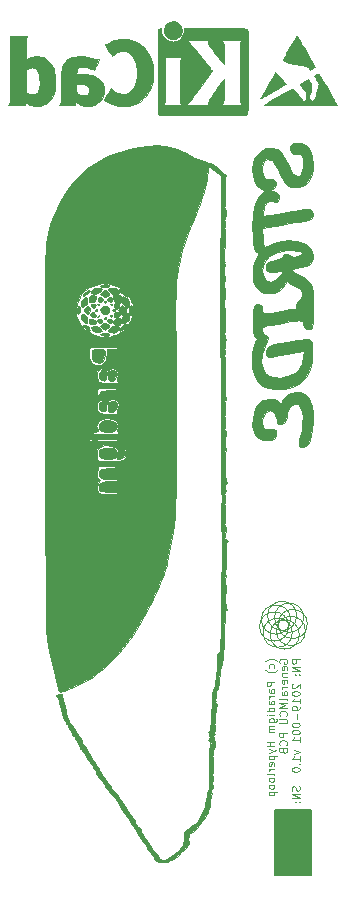
<source format=gbr>
G04 #@! TF.GenerationSoftware,KiCad,Pcbnew,(5.1.4)-1*
G04 #@! TF.CreationDate,2019-10-13T19:11:14-02:30*
G04 #@! TF.ProjectId,GeneralMCU,47656e65-7261-46c4-9d43-552e6b696361,rev?*
G04 #@! TF.SameCoordinates,Original*
G04 #@! TF.FileFunction,Legend,Bot*
G04 #@! TF.FilePolarity,Positive*
%FSLAX46Y46*%
G04 Gerber Fmt 4.6, Leading zero omitted, Abs format (unit mm)*
G04 Created by KiCad (PCBNEW (5.1.4)-1) date 2019-10-13 19:11:14*
%MOMM*%
%LPD*%
G04 APERTURE LIST*
%ADD10C,0.100000*%
%ADD11C,0.150000*%
%ADD12C,0.050000*%
%ADD13C,0.010000*%
G04 APERTURE END LIST*
D10*
X74166666Y-127855476D02*
X74135714Y-127824523D01*
X74042857Y-127762619D01*
X73980952Y-127731666D01*
X73888095Y-127700714D01*
X73733333Y-127669761D01*
X73609523Y-127669761D01*
X73454761Y-127700714D01*
X73361904Y-127731666D01*
X73300000Y-127762619D01*
X73207142Y-127824523D01*
X73176190Y-127855476D01*
X73888095Y-128381666D02*
X73919047Y-128319761D01*
X73919047Y-128195952D01*
X73888095Y-128134047D01*
X73857142Y-128103095D01*
X73795238Y-128072142D01*
X73609523Y-128072142D01*
X73547619Y-128103095D01*
X73516666Y-128134047D01*
X73485714Y-128195952D01*
X73485714Y-128319761D01*
X73516666Y-128381666D01*
X74166666Y-128598333D02*
X74135714Y-128629285D01*
X74042857Y-128691190D01*
X73980952Y-128722142D01*
X73888095Y-128753095D01*
X73733333Y-128784047D01*
X73609523Y-128784047D01*
X73454761Y-128753095D01*
X73361904Y-128722142D01*
X73300000Y-128691190D01*
X73207142Y-128629285D01*
X73176190Y-128598333D01*
X73919047Y-129588809D02*
X73269047Y-129588809D01*
X73269047Y-129836428D01*
X73300000Y-129898333D01*
X73330952Y-129929285D01*
X73392857Y-129960238D01*
X73485714Y-129960238D01*
X73547619Y-129929285D01*
X73578571Y-129898333D01*
X73609523Y-129836428D01*
X73609523Y-129588809D01*
X73919047Y-130517380D02*
X73578571Y-130517380D01*
X73516666Y-130486428D01*
X73485714Y-130424523D01*
X73485714Y-130300714D01*
X73516666Y-130238809D01*
X73888095Y-130517380D02*
X73919047Y-130455476D01*
X73919047Y-130300714D01*
X73888095Y-130238809D01*
X73826190Y-130207857D01*
X73764285Y-130207857D01*
X73702380Y-130238809D01*
X73671428Y-130300714D01*
X73671428Y-130455476D01*
X73640476Y-130517380D01*
X73919047Y-130826904D02*
X73485714Y-130826904D01*
X73609523Y-130826904D02*
X73547619Y-130857857D01*
X73516666Y-130888809D01*
X73485714Y-130950714D01*
X73485714Y-131012619D01*
X73919047Y-131507857D02*
X73578571Y-131507857D01*
X73516666Y-131476904D01*
X73485714Y-131415000D01*
X73485714Y-131291190D01*
X73516666Y-131229285D01*
X73888095Y-131507857D02*
X73919047Y-131445952D01*
X73919047Y-131291190D01*
X73888095Y-131229285D01*
X73826190Y-131198333D01*
X73764285Y-131198333D01*
X73702380Y-131229285D01*
X73671428Y-131291190D01*
X73671428Y-131445952D01*
X73640476Y-131507857D01*
X73919047Y-132095952D02*
X73269047Y-132095952D01*
X73888095Y-132095952D02*
X73919047Y-132034047D01*
X73919047Y-131910238D01*
X73888095Y-131848333D01*
X73857142Y-131817380D01*
X73795238Y-131786428D01*
X73609523Y-131786428D01*
X73547619Y-131817380D01*
X73516666Y-131848333D01*
X73485714Y-131910238D01*
X73485714Y-132034047D01*
X73516666Y-132095952D01*
X73919047Y-132405476D02*
X73485714Y-132405476D01*
X73269047Y-132405476D02*
X73300000Y-132374523D01*
X73330952Y-132405476D01*
X73300000Y-132436428D01*
X73269047Y-132405476D01*
X73330952Y-132405476D01*
X73485714Y-132993571D02*
X74011904Y-132993571D01*
X74073809Y-132962619D01*
X74104761Y-132931666D01*
X74135714Y-132869761D01*
X74135714Y-132776904D01*
X74104761Y-132715000D01*
X73888095Y-132993571D02*
X73919047Y-132931666D01*
X73919047Y-132807857D01*
X73888095Y-132745952D01*
X73857142Y-132715000D01*
X73795238Y-132684047D01*
X73609523Y-132684047D01*
X73547619Y-132715000D01*
X73516666Y-132745952D01*
X73485714Y-132807857D01*
X73485714Y-132931666D01*
X73516666Y-132993571D01*
X73919047Y-133303095D02*
X73485714Y-133303095D01*
X73547619Y-133303095D02*
X73516666Y-133334047D01*
X73485714Y-133395952D01*
X73485714Y-133488809D01*
X73516666Y-133550714D01*
X73578571Y-133581666D01*
X73919047Y-133581666D01*
X73578571Y-133581666D02*
X73516666Y-133612619D01*
X73485714Y-133674523D01*
X73485714Y-133767380D01*
X73516666Y-133829285D01*
X73578571Y-133860238D01*
X73919047Y-133860238D01*
X73919047Y-134665000D02*
X73269047Y-134665000D01*
X73578571Y-134665000D02*
X73578571Y-135036428D01*
X73919047Y-135036428D02*
X73269047Y-135036428D01*
X73485714Y-135284047D02*
X73919047Y-135438809D01*
X73485714Y-135593571D02*
X73919047Y-135438809D01*
X74073809Y-135376904D01*
X74104761Y-135345952D01*
X74135714Y-135284047D01*
X73485714Y-135841190D02*
X74135714Y-135841190D01*
X73516666Y-135841190D02*
X73485714Y-135903095D01*
X73485714Y-136026904D01*
X73516666Y-136088809D01*
X73547619Y-136119761D01*
X73609523Y-136150714D01*
X73795238Y-136150714D01*
X73857142Y-136119761D01*
X73888095Y-136088809D01*
X73919047Y-136026904D01*
X73919047Y-135903095D01*
X73888095Y-135841190D01*
X73888095Y-136676904D02*
X73919047Y-136615000D01*
X73919047Y-136491190D01*
X73888095Y-136429285D01*
X73826190Y-136398333D01*
X73578571Y-136398333D01*
X73516666Y-136429285D01*
X73485714Y-136491190D01*
X73485714Y-136615000D01*
X73516666Y-136676904D01*
X73578571Y-136707857D01*
X73640476Y-136707857D01*
X73702380Y-136398333D01*
X73919047Y-136986428D02*
X73485714Y-136986428D01*
X73609523Y-136986428D02*
X73547619Y-137017380D01*
X73516666Y-137048333D01*
X73485714Y-137110238D01*
X73485714Y-137172142D01*
X73919047Y-137481666D02*
X73888095Y-137419761D01*
X73826190Y-137388809D01*
X73269047Y-137388809D01*
X73919047Y-137822142D02*
X73888095Y-137760238D01*
X73857142Y-137729285D01*
X73795238Y-137698333D01*
X73609523Y-137698333D01*
X73547619Y-137729285D01*
X73516666Y-137760238D01*
X73485714Y-137822142D01*
X73485714Y-137915000D01*
X73516666Y-137976904D01*
X73547619Y-138007857D01*
X73609523Y-138038809D01*
X73795238Y-138038809D01*
X73857142Y-138007857D01*
X73888095Y-137976904D01*
X73919047Y-137915000D01*
X73919047Y-137822142D01*
X73919047Y-138410238D02*
X73888095Y-138348333D01*
X73857142Y-138317380D01*
X73795238Y-138286428D01*
X73609523Y-138286428D01*
X73547619Y-138317380D01*
X73516666Y-138348333D01*
X73485714Y-138410238D01*
X73485714Y-138503095D01*
X73516666Y-138565000D01*
X73547619Y-138595952D01*
X73609523Y-138626904D01*
X73795238Y-138626904D01*
X73857142Y-138595952D01*
X73888095Y-138565000D01*
X73919047Y-138503095D01*
X73919047Y-138410238D01*
X73485714Y-138905476D02*
X74135714Y-138905476D01*
X73516666Y-138905476D02*
X73485714Y-138967380D01*
X73485714Y-139091190D01*
X73516666Y-139153095D01*
X73547619Y-139184047D01*
X73609523Y-139215000D01*
X73795238Y-139215000D01*
X73857142Y-139184047D01*
X73888095Y-139153095D01*
X73919047Y-139091190D01*
X73919047Y-138967380D01*
X73888095Y-138905476D01*
X74375000Y-128010238D02*
X74344047Y-127948333D01*
X74344047Y-127855476D01*
X74375000Y-127762619D01*
X74436904Y-127700714D01*
X74498809Y-127669761D01*
X74622619Y-127638809D01*
X74715476Y-127638809D01*
X74839285Y-127669761D01*
X74901190Y-127700714D01*
X74963095Y-127762619D01*
X74994047Y-127855476D01*
X74994047Y-127917380D01*
X74963095Y-128010238D01*
X74932142Y-128041190D01*
X74715476Y-128041190D01*
X74715476Y-127917380D01*
X74963095Y-128567380D02*
X74994047Y-128505476D01*
X74994047Y-128381666D01*
X74963095Y-128319761D01*
X74901190Y-128288809D01*
X74653571Y-128288809D01*
X74591666Y-128319761D01*
X74560714Y-128381666D01*
X74560714Y-128505476D01*
X74591666Y-128567380D01*
X74653571Y-128598333D01*
X74715476Y-128598333D01*
X74777380Y-128288809D01*
X74560714Y-128876904D02*
X74994047Y-128876904D01*
X74622619Y-128876904D02*
X74591666Y-128907857D01*
X74560714Y-128969761D01*
X74560714Y-129062619D01*
X74591666Y-129124523D01*
X74653571Y-129155476D01*
X74994047Y-129155476D01*
X74963095Y-129712619D02*
X74994047Y-129650714D01*
X74994047Y-129526904D01*
X74963095Y-129465000D01*
X74901190Y-129434047D01*
X74653571Y-129434047D01*
X74591666Y-129465000D01*
X74560714Y-129526904D01*
X74560714Y-129650714D01*
X74591666Y-129712619D01*
X74653571Y-129743571D01*
X74715476Y-129743571D01*
X74777380Y-129434047D01*
X74994047Y-130022142D02*
X74560714Y-130022142D01*
X74684523Y-130022142D02*
X74622619Y-130053095D01*
X74591666Y-130084047D01*
X74560714Y-130145952D01*
X74560714Y-130207857D01*
X74994047Y-130703095D02*
X74653571Y-130703095D01*
X74591666Y-130672142D01*
X74560714Y-130610238D01*
X74560714Y-130486428D01*
X74591666Y-130424523D01*
X74963095Y-130703095D02*
X74994047Y-130641190D01*
X74994047Y-130486428D01*
X74963095Y-130424523D01*
X74901190Y-130393571D01*
X74839285Y-130393571D01*
X74777380Y-130424523D01*
X74746428Y-130486428D01*
X74746428Y-130641190D01*
X74715476Y-130703095D01*
X74994047Y-131105476D02*
X74963095Y-131043571D01*
X74901190Y-131012619D01*
X74344047Y-131012619D01*
X74994047Y-131353095D02*
X74344047Y-131353095D01*
X74808333Y-131569761D01*
X74344047Y-131786428D01*
X74994047Y-131786428D01*
X74932142Y-132467380D02*
X74963095Y-132436428D01*
X74994047Y-132343571D01*
X74994047Y-132281666D01*
X74963095Y-132188809D01*
X74901190Y-132126904D01*
X74839285Y-132095952D01*
X74715476Y-132065000D01*
X74622619Y-132065000D01*
X74498809Y-132095952D01*
X74436904Y-132126904D01*
X74375000Y-132188809D01*
X74344047Y-132281666D01*
X74344047Y-132343571D01*
X74375000Y-132436428D01*
X74405952Y-132467380D01*
X74344047Y-132745952D02*
X74870238Y-132745952D01*
X74932142Y-132776904D01*
X74963095Y-132807857D01*
X74994047Y-132869761D01*
X74994047Y-132993571D01*
X74963095Y-133055476D01*
X74932142Y-133086428D01*
X74870238Y-133117380D01*
X74344047Y-133117380D01*
X74994047Y-133922142D02*
X74344047Y-133922142D01*
X74344047Y-134169761D01*
X74375000Y-134231666D01*
X74405952Y-134262619D01*
X74467857Y-134293571D01*
X74560714Y-134293571D01*
X74622619Y-134262619D01*
X74653571Y-134231666D01*
X74684523Y-134169761D01*
X74684523Y-133922142D01*
X74932142Y-134943571D02*
X74963095Y-134912619D01*
X74994047Y-134819761D01*
X74994047Y-134757857D01*
X74963095Y-134665000D01*
X74901190Y-134603095D01*
X74839285Y-134572142D01*
X74715476Y-134541190D01*
X74622619Y-134541190D01*
X74498809Y-134572142D01*
X74436904Y-134603095D01*
X74375000Y-134665000D01*
X74344047Y-134757857D01*
X74344047Y-134819761D01*
X74375000Y-134912619D01*
X74405952Y-134943571D01*
X74653571Y-135438809D02*
X74684523Y-135531666D01*
X74715476Y-135562619D01*
X74777380Y-135593571D01*
X74870238Y-135593571D01*
X74932142Y-135562619D01*
X74963095Y-135531666D01*
X74994047Y-135469761D01*
X74994047Y-135222142D01*
X74344047Y-135222142D01*
X74344047Y-135438809D01*
X74375000Y-135500714D01*
X74405952Y-135531666D01*
X74467857Y-135562619D01*
X74529761Y-135562619D01*
X74591666Y-135531666D01*
X74622619Y-135500714D01*
X74653571Y-135438809D01*
X74653571Y-135222142D01*
X76069047Y-127669761D02*
X75419047Y-127669761D01*
X75419047Y-127917380D01*
X75450000Y-127979285D01*
X75480952Y-128010238D01*
X75542857Y-128041190D01*
X75635714Y-128041190D01*
X75697619Y-128010238D01*
X75728571Y-127979285D01*
X75759523Y-127917380D01*
X75759523Y-127669761D01*
X76069047Y-128319761D02*
X75419047Y-128319761D01*
X76069047Y-128691190D01*
X75419047Y-128691190D01*
X76007142Y-129000714D02*
X76038095Y-129031666D01*
X76069047Y-129000714D01*
X76038095Y-128969761D01*
X76007142Y-129000714D01*
X76069047Y-129000714D01*
X75666666Y-129000714D02*
X75697619Y-129031666D01*
X75728571Y-129000714D01*
X75697619Y-128969761D01*
X75666666Y-129000714D01*
X75728571Y-129000714D01*
X75480952Y-129774523D02*
X75450000Y-129805476D01*
X75419047Y-129867380D01*
X75419047Y-130022142D01*
X75450000Y-130084047D01*
X75480952Y-130115000D01*
X75542857Y-130145952D01*
X75604761Y-130145952D01*
X75697619Y-130115000D01*
X76069047Y-129743571D01*
X76069047Y-130145952D01*
X75419047Y-130548333D02*
X75419047Y-130610238D01*
X75450000Y-130672142D01*
X75480952Y-130703095D01*
X75542857Y-130734047D01*
X75666666Y-130765000D01*
X75821428Y-130765000D01*
X75945238Y-130734047D01*
X76007142Y-130703095D01*
X76038095Y-130672142D01*
X76069047Y-130610238D01*
X76069047Y-130548333D01*
X76038095Y-130486428D01*
X76007142Y-130455476D01*
X75945238Y-130424523D01*
X75821428Y-130393571D01*
X75666666Y-130393571D01*
X75542857Y-130424523D01*
X75480952Y-130455476D01*
X75450000Y-130486428D01*
X75419047Y-130548333D01*
X76069047Y-131384047D02*
X76069047Y-131012619D01*
X76069047Y-131198333D02*
X75419047Y-131198333D01*
X75511904Y-131136428D01*
X75573809Y-131074523D01*
X75604761Y-131012619D01*
X76069047Y-131693571D02*
X76069047Y-131817380D01*
X76038095Y-131879285D01*
X76007142Y-131910238D01*
X75914285Y-131972142D01*
X75790476Y-132003095D01*
X75542857Y-132003095D01*
X75480952Y-131972142D01*
X75450000Y-131941190D01*
X75419047Y-131879285D01*
X75419047Y-131755476D01*
X75450000Y-131693571D01*
X75480952Y-131662619D01*
X75542857Y-131631666D01*
X75697619Y-131631666D01*
X75759523Y-131662619D01*
X75790476Y-131693571D01*
X75821428Y-131755476D01*
X75821428Y-131879285D01*
X75790476Y-131941190D01*
X75759523Y-131972142D01*
X75697619Y-132003095D01*
X75821428Y-132281666D02*
X75821428Y-132776904D01*
X75419047Y-133210238D02*
X75419047Y-133272142D01*
X75450000Y-133334047D01*
X75480952Y-133365000D01*
X75542857Y-133395952D01*
X75666666Y-133426904D01*
X75821428Y-133426904D01*
X75945238Y-133395952D01*
X76007142Y-133365000D01*
X76038095Y-133334047D01*
X76069047Y-133272142D01*
X76069047Y-133210238D01*
X76038095Y-133148333D01*
X76007142Y-133117380D01*
X75945238Y-133086428D01*
X75821428Y-133055476D01*
X75666666Y-133055476D01*
X75542857Y-133086428D01*
X75480952Y-133117380D01*
X75450000Y-133148333D01*
X75419047Y-133210238D01*
X75419047Y-133829285D02*
X75419047Y-133891190D01*
X75450000Y-133953095D01*
X75480952Y-133984047D01*
X75542857Y-134015000D01*
X75666666Y-134045952D01*
X75821428Y-134045952D01*
X75945238Y-134015000D01*
X76007142Y-133984047D01*
X76038095Y-133953095D01*
X76069047Y-133891190D01*
X76069047Y-133829285D01*
X76038095Y-133767380D01*
X76007142Y-133736428D01*
X75945238Y-133705476D01*
X75821428Y-133674523D01*
X75666666Y-133674523D01*
X75542857Y-133705476D01*
X75480952Y-133736428D01*
X75450000Y-133767380D01*
X75419047Y-133829285D01*
X76069047Y-134665000D02*
X76069047Y-134293571D01*
X76069047Y-134479285D02*
X75419047Y-134479285D01*
X75511904Y-134417380D01*
X75573809Y-134355476D01*
X75604761Y-134293571D01*
X75635714Y-135376904D02*
X76069047Y-135531666D01*
X75635714Y-135686428D01*
X76069047Y-136274523D02*
X76069047Y-135903095D01*
X76069047Y-136088809D02*
X75419047Y-136088809D01*
X75511904Y-136026904D01*
X75573809Y-135965000D01*
X75604761Y-135903095D01*
X76007142Y-136553095D02*
X76038095Y-136584047D01*
X76069047Y-136553095D01*
X76038095Y-136522142D01*
X76007142Y-136553095D01*
X76069047Y-136553095D01*
X75419047Y-136986428D02*
X75419047Y-137048333D01*
X75450000Y-137110238D01*
X75480952Y-137141190D01*
X75542857Y-137172142D01*
X75666666Y-137203095D01*
X75821428Y-137203095D01*
X75945238Y-137172142D01*
X76007142Y-137141190D01*
X76038095Y-137110238D01*
X76069047Y-137048333D01*
X76069047Y-136986428D01*
X76038095Y-136924523D01*
X76007142Y-136893571D01*
X75945238Y-136862619D01*
X75821428Y-136831666D01*
X75666666Y-136831666D01*
X75542857Y-136862619D01*
X75480952Y-136893571D01*
X75450000Y-136924523D01*
X75419047Y-136986428D01*
X76038095Y-138441190D02*
X76069047Y-138534047D01*
X76069047Y-138688809D01*
X76038095Y-138750714D01*
X76007142Y-138781666D01*
X75945238Y-138812619D01*
X75883333Y-138812619D01*
X75821428Y-138781666D01*
X75790476Y-138750714D01*
X75759523Y-138688809D01*
X75728571Y-138565000D01*
X75697619Y-138503095D01*
X75666666Y-138472142D01*
X75604761Y-138441190D01*
X75542857Y-138441190D01*
X75480952Y-138472142D01*
X75450000Y-138503095D01*
X75419047Y-138565000D01*
X75419047Y-138719761D01*
X75450000Y-138812619D01*
X76069047Y-139091190D02*
X75419047Y-139091190D01*
X76069047Y-139462619D01*
X75419047Y-139462619D01*
X76007142Y-139772142D02*
X76038095Y-139803095D01*
X76069047Y-139772142D01*
X76038095Y-139741190D01*
X76007142Y-139772142D01*
X76069047Y-139772142D01*
X75666666Y-139772142D02*
X75697619Y-139803095D01*
X75728571Y-139772142D01*
X75697619Y-139741190D01*
X75666666Y-139772142D01*
X75728571Y-139772142D01*
D11*
X74000000Y-145875000D02*
X74000000Y-140475000D01*
X74100000Y-140475000D02*
X74100000Y-145875000D01*
X74200000Y-145875000D02*
X74200000Y-140475000D01*
X74300000Y-140475000D02*
X74300000Y-145875000D01*
X74400000Y-145875000D02*
X74400000Y-140475000D01*
X74500000Y-140475000D02*
X74500000Y-145875000D01*
X74600000Y-145875000D02*
X74600000Y-140475000D01*
X74700000Y-140475000D02*
X74700000Y-145875000D01*
X74800000Y-145875000D02*
X74800000Y-140475000D01*
X74900000Y-140475000D02*
X74900000Y-145875000D01*
X75000000Y-145875000D02*
X75000000Y-140475000D01*
X75100000Y-140475000D02*
X75100000Y-145875000D01*
X75200000Y-145875000D02*
X75200000Y-140475000D01*
X75300000Y-140475000D02*
X75300000Y-145875000D01*
X75400000Y-145875000D02*
X75400000Y-140475000D01*
X75500000Y-140475000D02*
X75500000Y-145875000D01*
X75600000Y-145875000D02*
X75600000Y-140475000D01*
X75700000Y-140475000D02*
X75700000Y-145875000D01*
X75800000Y-145875000D02*
X75800000Y-140475000D01*
X75900000Y-140475000D02*
X75900000Y-145875000D01*
X76000000Y-145875000D02*
X76000000Y-140475000D01*
X76100000Y-140475000D02*
X76100000Y-145875000D01*
X76200000Y-145875000D02*
X76200000Y-140475000D01*
X76300000Y-140475000D02*
X76300000Y-145875000D01*
X76400000Y-145875000D02*
X76400000Y-140475000D01*
X76500000Y-140475000D02*
X76500000Y-145875000D01*
X76600000Y-145875000D02*
X76600000Y-140475000D01*
X76700000Y-140475000D02*
X76700000Y-145875000D01*
X76800000Y-145875000D02*
X76800000Y-140475000D01*
X76900000Y-140475000D02*
X76900000Y-145875000D01*
X77000000Y-145875000D02*
X77000000Y-140475000D01*
X77000000Y-145925000D02*
X74000000Y-145925000D01*
X77000000Y-140425000D02*
X74000000Y-140425000D01*
D12*
X75297947Y-124318446D02*
G75*
G03X75297947Y-124318446I-1232947J0D01*
G01*
X75824444Y-124010477D02*
G75*
G03X75824444Y-124010477I-1232947J0D01*
G01*
X76414501Y-124165000D02*
G75*
G03X76414501Y-124165000I-1232947J0D01*
G01*
X76722470Y-124691497D02*
G75*
G03X76722470Y-124691497I-1232947J0D01*
G01*
X76567947Y-125281554D02*
G75*
G03X76567947Y-125281554I-1232947J0D01*
G01*
X76041450Y-125589523D02*
G75*
G03X76041450Y-125589523I-1232947J0D01*
G01*
X75451393Y-125435000D02*
G75*
G03X75451393Y-125435000I-1232947J0D01*
G01*
X75143424Y-124908503D02*
G75*
G03X75143424Y-124908503I-1232947J0D01*
G01*
D13*
G36*
X77652906Y-78091158D02*
G01*
X77620381Y-78103736D01*
X77570807Y-78128712D01*
X77499626Y-78167876D01*
X77494084Y-78170988D01*
X77428526Y-78208476D01*
X77373202Y-78241319D01*
X77333545Y-78266205D01*
X77314988Y-78279820D01*
X77314469Y-78280487D01*
X77318952Y-78299390D01*
X77339514Y-78341605D01*
X77374817Y-78404832D01*
X77423520Y-78486772D01*
X77484282Y-78585122D01*
X77555764Y-78697585D01*
X77573555Y-78725165D01*
X77619907Y-78801699D01*
X77653658Y-78867556D01*
X77671847Y-78916782D01*
X77673714Y-78926507D01*
X77672885Y-78969312D01*
X77663606Y-79037209D01*
X77647032Y-79125843D01*
X77624320Y-79230859D01*
X77596627Y-79347902D01*
X77565110Y-79472616D01*
X77530925Y-79600645D01*
X77495229Y-79727634D01*
X77459179Y-79849228D01*
X77423932Y-79961072D01*
X77390644Y-80058810D01*
X77360472Y-80138087D01*
X77339439Y-80185122D01*
X77314663Y-80235225D01*
X77291270Y-80283168D01*
X77290003Y-80285793D01*
X77251301Y-80334220D01*
X77194816Y-80366828D01*
X77129061Y-80382454D01*
X77062549Y-80379937D01*
X77003795Y-80358114D01*
X76970742Y-80329382D01*
X76923141Y-80250583D01*
X76888261Y-80152378D01*
X76869123Y-80044779D01*
X76866412Y-79983780D01*
X76877330Y-79869935D01*
X76909376Y-79775660D01*
X76964274Y-79696379D01*
X76981393Y-79678733D01*
X77032339Y-79629235D01*
X77035837Y-79279362D01*
X77039336Y-78929489D01*
X76950182Y-78794531D01*
X76908346Y-78733445D01*
X76868055Y-78678493D01*
X76835057Y-78637336D01*
X76820874Y-78622192D01*
X76780719Y-78584810D01*
X76726335Y-78614098D01*
X76691961Y-78635084D01*
X76673154Y-78651378D01*
X76671951Y-78654307D01*
X76659097Y-78666728D01*
X76637104Y-78675977D01*
X76615850Y-78684313D01*
X76583306Y-78700149D01*
X76536678Y-78725033D01*
X76473171Y-78760509D01*
X76389992Y-78808123D01*
X76284347Y-78869422D01*
X76226938Y-78902932D01*
X76159406Y-78943071D01*
X76115115Y-78971659D01*
X76090145Y-78992039D01*
X76080577Y-79007553D01*
X76082492Y-79021546D01*
X76084089Y-79024796D01*
X76099624Y-79045266D01*
X76132864Y-79083665D01*
X76179938Y-79135696D01*
X76236972Y-79197066D01*
X76286300Y-79249090D01*
X76399970Y-79372567D01*
X76488895Y-79479591D01*
X76553866Y-79571240D01*
X76595679Y-79648588D01*
X76609783Y-79687866D01*
X76615608Y-79722249D01*
X76621625Y-79780899D01*
X76627304Y-79857117D01*
X76632116Y-79944202D01*
X76634381Y-79999268D01*
X76637541Y-80094464D01*
X76638931Y-80164062D01*
X76638142Y-80213409D01*
X76634765Y-80247854D01*
X76628392Y-80272743D01*
X76618613Y-80293425D01*
X76610933Y-80306053D01*
X76566579Y-80354726D01*
X76509426Y-80388645D01*
X76449292Y-80403438D01*
X76404227Y-80398086D01*
X76363424Y-80374930D01*
X76312276Y-80333462D01*
X76257958Y-80280912D01*
X76207643Y-80224516D01*
X76168506Y-80171505D01*
X76154095Y-80145889D01*
X76132509Y-80110814D01*
X76093247Y-80057389D01*
X76039898Y-79989789D01*
X75976048Y-79912190D01*
X75905285Y-79828768D01*
X75831196Y-79743698D01*
X75757368Y-79661155D01*
X75687389Y-79585316D01*
X75624845Y-79520356D01*
X75575740Y-79472669D01*
X75521221Y-79425032D01*
X75475358Y-79389908D01*
X75443189Y-79370949D01*
X75432511Y-79368864D01*
X75416147Y-79377274D01*
X75375329Y-79399846D01*
X75312414Y-79435224D01*
X75229756Y-79482054D01*
X75129711Y-79538981D01*
X75014634Y-79604649D01*
X74886881Y-79677703D01*
X74748806Y-79756788D01*
X74602766Y-79840548D01*
X74451116Y-79927629D01*
X74296210Y-80016676D01*
X74140405Y-80106332D01*
X73986056Y-80195243D01*
X73835518Y-80282054D01*
X73691146Y-80365409D01*
X73555296Y-80443954D01*
X73430323Y-80516333D01*
X73318583Y-80581190D01*
X73222430Y-80637171D01*
X73144221Y-80682920D01*
X73086311Y-80717083D01*
X73051054Y-80738304D01*
X73040835Y-80744963D01*
X73054598Y-80746280D01*
X73097896Y-80747559D01*
X73169286Y-80748796D01*
X73267327Y-80749983D01*
X73390578Y-80751115D01*
X73537597Y-80752186D01*
X73706943Y-80753189D01*
X73897174Y-80754119D01*
X74106849Y-80754968D01*
X74334527Y-80755732D01*
X74578765Y-80756403D01*
X74838123Y-80756976D01*
X75111159Y-80757444D01*
X75396432Y-80757802D01*
X75692500Y-80758042D01*
X75997921Y-80758159D01*
X76126076Y-80758171D01*
X79226030Y-80758171D01*
X79004947Y-80374847D01*
X78958144Y-80293680D01*
X78897898Y-80189166D01*
X78826222Y-80064801D01*
X78745131Y-79924082D01*
X78656638Y-79770503D01*
X78562760Y-79607562D01*
X78465509Y-79438754D01*
X78366900Y-79267575D01*
X78268947Y-79097521D01*
X78244175Y-79054512D01*
X78153848Y-78897857D01*
X78067711Y-78748803D01*
X77987058Y-78609568D01*
X77913184Y-78482371D01*
X77847383Y-78369432D01*
X77790950Y-78272968D01*
X77745179Y-78195200D01*
X77711365Y-78138346D01*
X77690802Y-78104625D01*
X77685047Y-78096040D01*
X77672942Y-78089189D01*
X77652906Y-78091158D01*
X77652906Y-78091158D01*
G37*
X77652906Y-78091158D02*
X77620381Y-78103736D01*
X77570807Y-78128712D01*
X77499626Y-78167876D01*
X77494084Y-78170988D01*
X77428526Y-78208476D01*
X77373202Y-78241319D01*
X77333545Y-78266205D01*
X77314988Y-78279820D01*
X77314469Y-78280487D01*
X77318952Y-78299390D01*
X77339514Y-78341605D01*
X77374817Y-78404832D01*
X77423520Y-78486772D01*
X77484282Y-78585122D01*
X77555764Y-78697585D01*
X77573555Y-78725165D01*
X77619907Y-78801699D01*
X77653658Y-78867556D01*
X77671847Y-78916782D01*
X77673714Y-78926507D01*
X77672885Y-78969312D01*
X77663606Y-79037209D01*
X77647032Y-79125843D01*
X77624320Y-79230859D01*
X77596627Y-79347902D01*
X77565110Y-79472616D01*
X77530925Y-79600645D01*
X77495229Y-79727634D01*
X77459179Y-79849228D01*
X77423932Y-79961072D01*
X77390644Y-80058810D01*
X77360472Y-80138087D01*
X77339439Y-80185122D01*
X77314663Y-80235225D01*
X77291270Y-80283168D01*
X77290003Y-80285793D01*
X77251301Y-80334220D01*
X77194816Y-80366828D01*
X77129061Y-80382454D01*
X77062549Y-80379937D01*
X77003795Y-80358114D01*
X76970742Y-80329382D01*
X76923141Y-80250583D01*
X76888261Y-80152378D01*
X76869123Y-80044779D01*
X76866412Y-79983780D01*
X76877330Y-79869935D01*
X76909376Y-79775660D01*
X76964274Y-79696379D01*
X76981393Y-79678733D01*
X77032339Y-79629235D01*
X77035837Y-79279362D01*
X77039336Y-78929489D01*
X76950182Y-78794531D01*
X76908346Y-78733445D01*
X76868055Y-78678493D01*
X76835057Y-78637336D01*
X76820874Y-78622192D01*
X76780719Y-78584810D01*
X76726335Y-78614098D01*
X76691961Y-78635084D01*
X76673154Y-78651378D01*
X76671951Y-78654307D01*
X76659097Y-78666728D01*
X76637104Y-78675977D01*
X76615850Y-78684313D01*
X76583306Y-78700149D01*
X76536678Y-78725033D01*
X76473171Y-78760509D01*
X76389992Y-78808123D01*
X76284347Y-78869422D01*
X76226938Y-78902932D01*
X76159406Y-78943071D01*
X76115115Y-78971659D01*
X76090145Y-78992039D01*
X76080577Y-79007553D01*
X76082492Y-79021546D01*
X76084089Y-79024796D01*
X76099624Y-79045266D01*
X76132864Y-79083665D01*
X76179938Y-79135696D01*
X76236972Y-79197066D01*
X76286300Y-79249090D01*
X76399970Y-79372567D01*
X76488895Y-79479591D01*
X76553866Y-79571240D01*
X76595679Y-79648588D01*
X76609783Y-79687866D01*
X76615608Y-79722249D01*
X76621625Y-79780899D01*
X76627304Y-79857117D01*
X76632116Y-79944202D01*
X76634381Y-79999268D01*
X76637541Y-80094464D01*
X76638931Y-80164062D01*
X76638142Y-80213409D01*
X76634765Y-80247854D01*
X76628392Y-80272743D01*
X76618613Y-80293425D01*
X76610933Y-80306053D01*
X76566579Y-80354726D01*
X76509426Y-80388645D01*
X76449292Y-80403438D01*
X76404227Y-80398086D01*
X76363424Y-80374930D01*
X76312276Y-80333462D01*
X76257958Y-80280912D01*
X76207643Y-80224516D01*
X76168506Y-80171505D01*
X76154095Y-80145889D01*
X76132509Y-80110814D01*
X76093247Y-80057389D01*
X76039898Y-79989789D01*
X75976048Y-79912190D01*
X75905285Y-79828768D01*
X75831196Y-79743698D01*
X75757368Y-79661155D01*
X75687389Y-79585316D01*
X75624845Y-79520356D01*
X75575740Y-79472669D01*
X75521221Y-79425032D01*
X75475358Y-79389908D01*
X75443189Y-79370949D01*
X75432511Y-79368864D01*
X75416147Y-79377274D01*
X75375329Y-79399846D01*
X75312414Y-79435224D01*
X75229756Y-79482054D01*
X75129711Y-79538981D01*
X75014634Y-79604649D01*
X74886881Y-79677703D01*
X74748806Y-79756788D01*
X74602766Y-79840548D01*
X74451116Y-79927629D01*
X74296210Y-80016676D01*
X74140405Y-80106332D01*
X73986056Y-80195243D01*
X73835518Y-80282054D01*
X73691146Y-80365409D01*
X73555296Y-80443954D01*
X73430323Y-80516333D01*
X73318583Y-80581190D01*
X73222430Y-80637171D01*
X73144221Y-80682920D01*
X73086311Y-80717083D01*
X73051054Y-80738304D01*
X73040835Y-80744963D01*
X73054598Y-80746280D01*
X73097896Y-80747559D01*
X73169286Y-80748796D01*
X73267327Y-80749983D01*
X73390578Y-80751115D01*
X73537597Y-80752186D01*
X73706943Y-80753189D01*
X73897174Y-80754119D01*
X74106849Y-80754968D01*
X74334527Y-80755732D01*
X74578765Y-80756403D01*
X74838123Y-80756976D01*
X75111159Y-80757444D01*
X75396432Y-80757802D01*
X75692500Y-80758042D01*
X75997921Y-80758159D01*
X76126076Y-80758171D01*
X79226030Y-80758171D01*
X79004947Y-80374847D01*
X78958144Y-80293680D01*
X78897898Y-80189166D01*
X78826222Y-80064801D01*
X78745131Y-79924082D01*
X78656638Y-79770503D01*
X78562760Y-79607562D01*
X78465509Y-79438754D01*
X78366900Y-79267575D01*
X78268947Y-79097521D01*
X78244175Y-79054512D01*
X78153848Y-78897857D01*
X78067711Y-78748803D01*
X77987058Y-78609568D01*
X77913184Y-78482371D01*
X77847383Y-78369432D01*
X77790950Y-78272968D01*
X77745179Y-78195200D01*
X77711365Y-78138346D01*
X77690802Y-78104625D01*
X77685047Y-78096040D01*
X77672942Y-78089189D01*
X77652906Y-78091158D01*
G36*
X73987472Y-78034619D02*
G01*
X73976092Y-78053693D01*
X73950512Y-78097421D01*
X73911998Y-78163619D01*
X73861814Y-78250102D01*
X73801225Y-78354685D01*
X73731497Y-78475183D01*
X73653893Y-78609412D01*
X73569680Y-78755187D01*
X73480121Y-78910323D01*
X73388002Y-79070000D01*
X73293924Y-79233117D01*
X73203598Y-79389709D01*
X73118335Y-79537506D01*
X73039443Y-79674240D01*
X72968231Y-79797642D01*
X72906009Y-79905444D01*
X72854087Y-79995377D01*
X72813772Y-80065173D01*
X72786376Y-80112564D01*
X72773493Y-80134786D01*
X72752493Y-80172330D01*
X72741075Y-80195831D01*
X72740449Y-80199920D01*
X72754364Y-80192242D01*
X72793059Y-80170203D01*
X72854513Y-80134971D01*
X72936702Y-80087711D01*
X73037604Y-80029589D01*
X73155195Y-79961771D01*
X73287454Y-79885424D01*
X73432358Y-79801714D01*
X73587883Y-79711806D01*
X73752008Y-79616867D01*
X73814451Y-79580732D01*
X73981513Y-79484083D01*
X74140926Y-79391938D01*
X74290645Y-79305475D01*
X74428624Y-79225871D01*
X74552815Y-79154305D01*
X74661173Y-79091955D01*
X74751652Y-79039998D01*
X74822204Y-78999613D01*
X74870785Y-78971978D01*
X74895346Y-78958272D01*
X74897915Y-78956974D01*
X74890431Y-78945220D01*
X74864386Y-78913795D01*
X74822441Y-78865594D01*
X74767254Y-78803510D01*
X74701483Y-78730439D01*
X74627788Y-78649276D01*
X74548827Y-78562916D01*
X74467260Y-78474253D01*
X74385746Y-78386182D01*
X74306943Y-78301599D01*
X74233510Y-78223397D01*
X74168107Y-78154472D01*
X74113392Y-78097719D01*
X74072023Y-78056032D01*
X74057836Y-78042363D01*
X74010820Y-77998201D01*
X73987472Y-78034619D01*
X73987472Y-78034619D01*
G37*
X73987472Y-78034619D02*
X73976092Y-78053693D01*
X73950512Y-78097421D01*
X73911998Y-78163619D01*
X73861814Y-78250102D01*
X73801225Y-78354685D01*
X73731497Y-78475183D01*
X73653893Y-78609412D01*
X73569680Y-78755187D01*
X73480121Y-78910323D01*
X73388002Y-79070000D01*
X73293924Y-79233117D01*
X73203598Y-79389709D01*
X73118335Y-79537506D01*
X73039443Y-79674240D01*
X72968231Y-79797642D01*
X72906009Y-79905444D01*
X72854087Y-79995377D01*
X72813772Y-80065173D01*
X72786376Y-80112564D01*
X72773493Y-80134786D01*
X72752493Y-80172330D01*
X72741075Y-80195831D01*
X72740449Y-80199920D01*
X72754364Y-80192242D01*
X72793059Y-80170203D01*
X72854513Y-80134971D01*
X72936702Y-80087711D01*
X73037604Y-80029589D01*
X73155195Y-79961771D01*
X73287454Y-79885424D01*
X73432358Y-79801714D01*
X73587883Y-79711806D01*
X73752008Y-79616867D01*
X73814451Y-79580732D01*
X73981513Y-79484083D01*
X74140926Y-79391938D01*
X74290645Y-79305475D01*
X74428624Y-79225871D01*
X74552815Y-79154305D01*
X74661173Y-79091955D01*
X74751652Y-79039998D01*
X74822204Y-78999613D01*
X74870785Y-78971978D01*
X74895346Y-78958272D01*
X74897915Y-78956974D01*
X74890431Y-78945220D01*
X74864386Y-78913795D01*
X74822441Y-78865594D01*
X74767254Y-78803510D01*
X74701483Y-78730439D01*
X74627788Y-78649276D01*
X74548827Y-78562916D01*
X74467260Y-78474253D01*
X74385746Y-78386182D01*
X74306943Y-78301599D01*
X74233510Y-78223397D01*
X74168107Y-78154472D01*
X74113392Y-78097719D01*
X74072023Y-78056032D01*
X74057836Y-78042363D01*
X74010820Y-77998201D01*
X73987472Y-78034619D01*
G36*
X75810957Y-74885835D02*
G01*
X75787935Y-74923245D01*
X75752466Y-74982514D01*
X75706004Y-75061118D01*
X75650004Y-75156538D01*
X75585919Y-75266250D01*
X75515204Y-75387734D01*
X75439313Y-75518468D01*
X75359701Y-75655930D01*
X75277822Y-75797598D01*
X75195130Y-75940951D01*
X75113079Y-76083467D01*
X75033124Y-76222624D01*
X74956719Y-76355901D01*
X74885318Y-76480776D01*
X74820376Y-76594727D01*
X74763347Y-76695233D01*
X74715685Y-76779772D01*
X74678845Y-76845822D01*
X74654280Y-76890862D01*
X74643446Y-76912370D01*
X74643049Y-76913714D01*
X74656499Y-76931965D01*
X74693886Y-76959882D01*
X74750765Y-76994725D01*
X74822688Y-77033754D01*
X74897985Y-77070843D01*
X75000440Y-77115817D01*
X75108183Y-77156226D01*
X75224927Y-77192969D01*
X75354382Y-77226942D01*
X75500260Y-77259044D01*
X75666274Y-77290173D01*
X75856134Y-77321227D01*
X76052531Y-77350145D01*
X76223166Y-77375800D01*
X76366455Y-77401198D01*
X76485992Y-77427602D01*
X76585370Y-77456273D01*
X76668182Y-77488473D01*
X76738022Y-77525465D01*
X76798482Y-77568512D01*
X76853155Y-77618875D01*
X76870786Y-77637583D01*
X76909000Y-77681139D01*
X76937268Y-77716682D01*
X76950382Y-77737583D01*
X76950732Y-77739297D01*
X76955320Y-77749806D01*
X76971242Y-77749924D01*
X77001734Y-77738254D01*
X77050032Y-77713396D01*
X77119373Y-77673952D01*
X77167561Y-77645587D01*
X77239417Y-77601247D01*
X77295258Y-77563279D01*
X77331333Y-77534416D01*
X77343887Y-77517388D01*
X77343879Y-77517264D01*
X77336094Y-77501037D01*
X77314108Y-77460400D01*
X77279197Y-77397567D01*
X77232637Y-77314752D01*
X77175705Y-77214172D01*
X77109677Y-77098040D01*
X77035828Y-76968571D01*
X76955436Y-76827980D01*
X76869776Y-76678482D01*
X76780124Y-76522292D01*
X76687757Y-76361624D01*
X76593951Y-76198693D01*
X76499982Y-76035713D01*
X76407126Y-75874900D01*
X76316660Y-75718468D01*
X76229859Y-75568633D01*
X76148000Y-75427608D01*
X76072359Y-75297609D01*
X76004213Y-75180849D01*
X75944837Y-75079545D01*
X75895507Y-74995911D01*
X75857500Y-74932162D01*
X75832093Y-74890511D01*
X75820560Y-74873175D01*
X75820077Y-74872805D01*
X75810957Y-74885835D01*
X75810957Y-74885835D01*
G37*
X75810957Y-74885835D02*
X75787935Y-74923245D01*
X75752466Y-74982514D01*
X75706004Y-75061118D01*
X75650004Y-75156538D01*
X75585919Y-75266250D01*
X75515204Y-75387734D01*
X75439313Y-75518468D01*
X75359701Y-75655930D01*
X75277822Y-75797598D01*
X75195130Y-75940951D01*
X75113079Y-76083467D01*
X75033124Y-76222624D01*
X74956719Y-76355901D01*
X74885318Y-76480776D01*
X74820376Y-76594727D01*
X74763347Y-76695233D01*
X74715685Y-76779772D01*
X74678845Y-76845822D01*
X74654280Y-76890862D01*
X74643446Y-76912370D01*
X74643049Y-76913714D01*
X74656499Y-76931965D01*
X74693886Y-76959882D01*
X74750765Y-76994725D01*
X74822688Y-77033754D01*
X74897985Y-77070843D01*
X75000440Y-77115817D01*
X75108183Y-77156226D01*
X75224927Y-77192969D01*
X75354382Y-77226942D01*
X75500260Y-77259044D01*
X75666274Y-77290173D01*
X75856134Y-77321227D01*
X76052531Y-77350145D01*
X76223166Y-77375800D01*
X76366455Y-77401198D01*
X76485992Y-77427602D01*
X76585370Y-77456273D01*
X76668182Y-77488473D01*
X76738022Y-77525465D01*
X76798482Y-77568512D01*
X76853155Y-77618875D01*
X76870786Y-77637583D01*
X76909000Y-77681139D01*
X76937268Y-77716682D01*
X76950382Y-77737583D01*
X76950732Y-77739297D01*
X76955320Y-77749806D01*
X76971242Y-77749924D01*
X77001734Y-77738254D01*
X77050032Y-77713396D01*
X77119373Y-77673952D01*
X77167561Y-77645587D01*
X77239417Y-77601247D01*
X77295258Y-77563279D01*
X77331333Y-77534416D01*
X77343887Y-77517388D01*
X77343879Y-77517264D01*
X77336094Y-77501037D01*
X77314108Y-77460400D01*
X77279197Y-77397567D01*
X77232637Y-77314752D01*
X77175705Y-77214172D01*
X77109677Y-77098040D01*
X77035828Y-76968571D01*
X76955436Y-76827980D01*
X76869776Y-76678482D01*
X76780124Y-76522292D01*
X76687757Y-76361624D01*
X76593951Y-76198693D01*
X76499982Y-76035713D01*
X76407126Y-75874900D01*
X76316660Y-75718468D01*
X76229859Y-75568633D01*
X76148000Y-75427608D01*
X76072359Y-75297609D01*
X76004213Y-75180849D01*
X75944837Y-75079545D01*
X75895507Y-74995911D01*
X75857500Y-74932162D01*
X75832093Y-74890511D01*
X75820560Y-74873175D01*
X75820077Y-74872805D01*
X75810957Y-74885835D01*
G36*
X69420089Y-74261660D02*
G01*
X69070540Y-74261707D01*
X68907830Y-74261714D01*
X66303429Y-74261715D01*
X66303429Y-74415238D01*
X66287043Y-74602063D01*
X66237588Y-74774367D01*
X66154620Y-74933175D01*
X66037695Y-75079510D01*
X65998136Y-75119032D01*
X65855830Y-75231138D01*
X65698922Y-75312899D01*
X65532072Y-75364353D01*
X65359939Y-75385537D01*
X65187185Y-75376487D01*
X65018470Y-75337242D01*
X64858454Y-75267838D01*
X64711798Y-75168311D01*
X64645932Y-75108265D01*
X64523192Y-74961043D01*
X64433188Y-74799147D01*
X64376706Y-74624427D01*
X64354529Y-74438735D01*
X64354234Y-74420467D01*
X64353072Y-74261720D01*
X64283300Y-74261717D01*
X64221405Y-74270118D01*
X64164865Y-74290556D01*
X64161128Y-74292667D01*
X64148358Y-74299293D01*
X64136632Y-74304454D01*
X64125906Y-74309651D01*
X64116139Y-74316390D01*
X64107288Y-74326171D01*
X64099311Y-74340500D01*
X64092165Y-74360878D01*
X64085808Y-74388808D01*
X64080198Y-74425795D01*
X64075293Y-74473340D01*
X64071049Y-74532947D01*
X64067424Y-74606119D01*
X64064377Y-74694359D01*
X64061864Y-74799170D01*
X64059844Y-74922055D01*
X64058274Y-75064517D01*
X64057112Y-75228060D01*
X64056314Y-75414186D01*
X64055840Y-75624398D01*
X64055646Y-75860200D01*
X64055690Y-76123094D01*
X64055930Y-76414584D01*
X64056323Y-76736172D01*
X64056827Y-77089362D01*
X64057400Y-77475657D01*
X64057999Y-77896560D01*
X64058068Y-77947840D01*
X64058605Y-78371426D01*
X64059061Y-78760230D01*
X64059484Y-79115753D01*
X64059921Y-79439498D01*
X64060422Y-79732966D01*
X64061035Y-79997661D01*
X64061808Y-80235085D01*
X64062789Y-80446740D01*
X64064026Y-80634129D01*
X64065568Y-80798754D01*
X64067463Y-80942117D01*
X64069759Y-81065720D01*
X64072504Y-81171067D01*
X64075747Y-81259659D01*
X64079536Y-81333000D01*
X64083919Y-81392590D01*
X64088945Y-81439933D01*
X64094661Y-81476531D01*
X64101116Y-81503886D01*
X64108359Y-81523502D01*
X64116437Y-81536879D01*
X64125398Y-81545521D01*
X64135292Y-81550930D01*
X64146165Y-81554608D01*
X64158067Y-81558058D01*
X64171046Y-81562782D01*
X64174217Y-81564220D01*
X64184181Y-81567451D01*
X64200859Y-81570420D01*
X64225707Y-81573137D01*
X64260180Y-81575613D01*
X64305736Y-81577858D01*
X64363830Y-81579883D01*
X64435919Y-81581698D01*
X64523458Y-81583315D01*
X64627905Y-81584743D01*
X64750715Y-81585993D01*
X64893345Y-81587076D01*
X65057251Y-81588002D01*
X65243890Y-81588782D01*
X65454716Y-81589426D01*
X65691188Y-81589946D01*
X65954761Y-81590351D01*
X66246890Y-81590652D01*
X66569034Y-81590860D01*
X66922647Y-81590985D01*
X67309186Y-81591038D01*
X67730108Y-81591029D01*
X67866456Y-81591016D01*
X68296716Y-81590947D01*
X68692164Y-81590834D01*
X69054273Y-81590665D01*
X69384517Y-81590430D01*
X69684371Y-81590116D01*
X69955308Y-81589713D01*
X70198800Y-81589207D01*
X70416323Y-81588589D01*
X70609350Y-81587846D01*
X70779354Y-81586968D01*
X70927810Y-81585941D01*
X71056190Y-81584756D01*
X71165969Y-81583400D01*
X71258620Y-81581862D01*
X71335617Y-81580130D01*
X71398434Y-81578194D01*
X71448544Y-81576040D01*
X71487421Y-81573659D01*
X71516538Y-81571037D01*
X71537371Y-81568165D01*
X71551391Y-81565030D01*
X71559034Y-81562159D01*
X71572618Y-81556430D01*
X71585090Y-81552206D01*
X71596498Y-81547985D01*
X71606889Y-81542268D01*
X71616309Y-81533555D01*
X71624808Y-81520345D01*
X71632430Y-81501137D01*
X71639225Y-81474433D01*
X71645238Y-81438730D01*
X71650517Y-81392530D01*
X71655110Y-81334332D01*
X71659064Y-81262635D01*
X71662425Y-81175940D01*
X71665241Y-81072746D01*
X71667560Y-80951553D01*
X71669428Y-80810860D01*
X71669916Y-80756857D01*
X71185704Y-80756857D01*
X69474256Y-80756857D01*
X69507187Y-80706964D01*
X69539947Y-80655693D01*
X69567689Y-80606869D01*
X69590807Y-80557076D01*
X69609697Y-80502898D01*
X69624751Y-80440916D01*
X69636367Y-80367715D01*
X69644936Y-80279878D01*
X69650856Y-80173988D01*
X69654519Y-80046628D01*
X69656321Y-79894381D01*
X69656656Y-79713832D01*
X69655919Y-79501562D01*
X69655501Y-79422755D01*
X69650786Y-78577911D01*
X69115572Y-79306557D01*
X68963946Y-79513265D01*
X68832581Y-79693260D01*
X68720057Y-79848925D01*
X68624957Y-79982647D01*
X68545862Y-80096809D01*
X68481353Y-80193797D01*
X68430012Y-80275994D01*
X68390420Y-80345786D01*
X68361160Y-80405558D01*
X68340812Y-80457693D01*
X68327958Y-80504576D01*
X68321181Y-80548593D01*
X68319060Y-80592127D01*
X68320179Y-80637564D01*
X68320464Y-80643275D01*
X68326357Y-80756933D01*
X66450771Y-80756857D01*
X66590278Y-80616189D01*
X66628135Y-80577715D01*
X66664047Y-80540279D01*
X66699593Y-80501814D01*
X66736347Y-80460258D01*
X66775886Y-80413545D01*
X66819786Y-80359610D01*
X66869623Y-80296390D01*
X66926972Y-80221818D01*
X66993411Y-80133832D01*
X67070515Y-80030365D01*
X67159861Y-79909354D01*
X67263024Y-79768734D01*
X67381580Y-79606440D01*
X67517105Y-79420407D01*
X67671177Y-79208571D01*
X67797462Y-79034804D01*
X67955954Y-78816501D01*
X68094216Y-78625629D01*
X68213499Y-78460374D01*
X68315057Y-78318926D01*
X68400141Y-78199471D01*
X68470005Y-78100198D01*
X68525900Y-78019295D01*
X68569080Y-77954949D01*
X68600797Y-77905347D01*
X68622302Y-77868679D01*
X68634850Y-77843132D01*
X68639692Y-77826893D01*
X68638237Y-77818355D01*
X68620599Y-77795635D01*
X68582466Y-77747543D01*
X68526138Y-77676938D01*
X68453916Y-77586678D01*
X68368101Y-77479621D01*
X68270994Y-77358627D01*
X68164896Y-77226554D01*
X68052109Y-77086260D01*
X67934932Y-76940603D01*
X67815667Y-76792444D01*
X67750067Y-76711000D01*
X66121314Y-76711000D01*
X66053621Y-76833465D01*
X65985929Y-76955929D01*
X65985929Y-80511929D01*
X66053621Y-80634393D01*
X66121314Y-80756857D01*
X65320559Y-80756857D01*
X65129398Y-80756802D01*
X64971501Y-80756551D01*
X64843848Y-80755979D01*
X64743419Y-80754959D01*
X64667193Y-80753365D01*
X64612148Y-80751070D01*
X64575264Y-80747950D01*
X64553521Y-80743877D01*
X64543898Y-80738725D01*
X64543373Y-80732367D01*
X64548926Y-80724679D01*
X64548984Y-80724615D01*
X64571860Y-80691524D01*
X64602151Y-80637719D01*
X64628903Y-80584008D01*
X64679643Y-80475643D01*
X64684818Y-78593322D01*
X64689993Y-76711000D01*
X66121314Y-76711000D01*
X67750067Y-76711000D01*
X67696615Y-76644639D01*
X67580077Y-76500047D01*
X67468354Y-76361528D01*
X67363746Y-76231939D01*
X67268556Y-76114140D01*
X67185083Y-76010988D01*
X67115629Y-75925343D01*
X67062494Y-75860062D01*
X67031285Y-75822000D01*
X66910097Y-75679670D01*
X66793507Y-75551230D01*
X66685603Y-75440886D01*
X66590470Y-75352841D01*
X66522957Y-75298862D01*
X66443127Y-75241429D01*
X68279108Y-75241429D01*
X68278592Y-75349165D01*
X68283724Y-75428372D01*
X68303015Y-75501805D01*
X68332877Y-75571415D01*
X68352288Y-75610741D01*
X68373159Y-75649707D01*
X68397396Y-75690901D01*
X68426906Y-75736908D01*
X68463594Y-75790317D01*
X68509368Y-75853714D01*
X68566135Y-75929685D01*
X68635800Y-76020817D01*
X68720270Y-76129698D01*
X68821453Y-76258914D01*
X68941253Y-76411052D01*
X69081579Y-76588698D01*
X69097429Y-76608742D01*
X69650786Y-77308508D01*
X69656143Y-76533504D01*
X69657221Y-76301368D01*
X69656992Y-76104846D01*
X69655443Y-75943292D01*
X69652563Y-75816056D01*
X69648341Y-75722492D01*
X69642766Y-75661952D01*
X69640893Y-75650468D01*
X69611495Y-75529499D01*
X69572978Y-75420446D01*
X69529026Y-75332763D01*
X69502621Y-75295574D01*
X69457060Y-75241429D01*
X70321530Y-75241429D01*
X70527745Y-75241605D01*
X70700188Y-75242179D01*
X70841373Y-75243217D01*
X70953812Y-75244787D01*
X71040017Y-75246954D01*
X71102502Y-75249788D01*
X71143779Y-75253353D01*
X71166360Y-75257718D01*
X71172759Y-75262949D01*
X71172317Y-75264107D01*
X71153991Y-75291769D01*
X71123396Y-75335615D01*
X71107567Y-75357791D01*
X71091202Y-75379920D01*
X71076492Y-75399709D01*
X71063344Y-75419106D01*
X71051667Y-75440058D01*
X71041368Y-75464512D01*
X71032354Y-75494416D01*
X71024532Y-75531717D01*
X71017809Y-75578363D01*
X71012094Y-75636301D01*
X71007293Y-75707479D01*
X71003315Y-75793844D01*
X71000065Y-75897344D01*
X70997452Y-76019925D01*
X70995383Y-76163537D01*
X70993766Y-76330125D01*
X70992507Y-76521637D01*
X70991515Y-76740022D01*
X70990696Y-76987226D01*
X70989958Y-77265196D01*
X70989209Y-77575881D01*
X70988508Y-77861300D01*
X70987847Y-78179492D01*
X70987503Y-78483077D01*
X70987468Y-78770115D01*
X70987732Y-79038669D01*
X70988285Y-79286798D01*
X70989120Y-79512563D01*
X70990227Y-79714026D01*
X70991596Y-79889246D01*
X70993219Y-80036286D01*
X70995087Y-80153206D01*
X70997189Y-80238067D01*
X70999518Y-80288929D01*
X70999959Y-80294304D01*
X71016008Y-80417613D01*
X71041064Y-80516644D01*
X71079221Y-80603070D01*
X71134572Y-80688565D01*
X71141496Y-80697893D01*
X71185704Y-80756857D01*
X71669916Y-80756857D01*
X71670892Y-80649168D01*
X71672001Y-80464976D01*
X71672801Y-80256784D01*
X71673339Y-80023091D01*
X71673662Y-79762398D01*
X71673817Y-79473204D01*
X71673854Y-79154009D01*
X71673817Y-78803313D01*
X71673755Y-78419614D01*
X71673715Y-78001414D01*
X71673714Y-77918393D01*
X71673691Y-77495789D01*
X71673612Y-77107981D01*
X71673467Y-76753480D01*
X71673244Y-76430797D01*
X71672931Y-76138442D01*
X71672517Y-75874927D01*
X71671991Y-75638762D01*
X71671340Y-75428458D01*
X71670553Y-75242526D01*
X71669619Y-75079475D01*
X71668526Y-74937818D01*
X71667263Y-74816064D01*
X71665817Y-74712725D01*
X71664179Y-74626311D01*
X71662334Y-74555333D01*
X71660274Y-74498301D01*
X71657985Y-74453727D01*
X71655456Y-74420121D01*
X71652676Y-74395993D01*
X71649633Y-74379856D01*
X71646316Y-74370218D01*
X71646193Y-74369978D01*
X71639360Y-74355255D01*
X71633670Y-74341926D01*
X71627374Y-74329922D01*
X71618728Y-74319173D01*
X71605986Y-74309611D01*
X71587400Y-74301167D01*
X71561226Y-74293771D01*
X71525716Y-74287354D01*
X71479125Y-74281848D01*
X71419707Y-74277183D01*
X71345715Y-74273291D01*
X71255403Y-74270102D01*
X71147025Y-74267547D01*
X71018835Y-74265558D01*
X70869087Y-74264065D01*
X70696034Y-74262998D01*
X70497931Y-74262291D01*
X70273031Y-74261872D01*
X70019588Y-74261673D01*
X69735856Y-74261626D01*
X69420089Y-74261660D01*
X69420089Y-74261660D01*
G37*
X69420089Y-74261660D02*
X69070540Y-74261707D01*
X68907830Y-74261714D01*
X66303429Y-74261715D01*
X66303429Y-74415238D01*
X66287043Y-74602063D01*
X66237588Y-74774367D01*
X66154620Y-74933175D01*
X66037695Y-75079510D01*
X65998136Y-75119032D01*
X65855830Y-75231138D01*
X65698922Y-75312899D01*
X65532072Y-75364353D01*
X65359939Y-75385537D01*
X65187185Y-75376487D01*
X65018470Y-75337242D01*
X64858454Y-75267838D01*
X64711798Y-75168311D01*
X64645932Y-75108265D01*
X64523192Y-74961043D01*
X64433188Y-74799147D01*
X64376706Y-74624427D01*
X64354529Y-74438735D01*
X64354234Y-74420467D01*
X64353072Y-74261720D01*
X64283300Y-74261717D01*
X64221405Y-74270118D01*
X64164865Y-74290556D01*
X64161128Y-74292667D01*
X64148358Y-74299293D01*
X64136632Y-74304454D01*
X64125906Y-74309651D01*
X64116139Y-74316390D01*
X64107288Y-74326171D01*
X64099311Y-74340500D01*
X64092165Y-74360878D01*
X64085808Y-74388808D01*
X64080198Y-74425795D01*
X64075293Y-74473340D01*
X64071049Y-74532947D01*
X64067424Y-74606119D01*
X64064377Y-74694359D01*
X64061864Y-74799170D01*
X64059844Y-74922055D01*
X64058274Y-75064517D01*
X64057112Y-75228060D01*
X64056314Y-75414186D01*
X64055840Y-75624398D01*
X64055646Y-75860200D01*
X64055690Y-76123094D01*
X64055930Y-76414584D01*
X64056323Y-76736172D01*
X64056827Y-77089362D01*
X64057400Y-77475657D01*
X64057999Y-77896560D01*
X64058068Y-77947840D01*
X64058605Y-78371426D01*
X64059061Y-78760230D01*
X64059484Y-79115753D01*
X64059921Y-79439498D01*
X64060422Y-79732966D01*
X64061035Y-79997661D01*
X64061808Y-80235085D01*
X64062789Y-80446740D01*
X64064026Y-80634129D01*
X64065568Y-80798754D01*
X64067463Y-80942117D01*
X64069759Y-81065720D01*
X64072504Y-81171067D01*
X64075747Y-81259659D01*
X64079536Y-81333000D01*
X64083919Y-81392590D01*
X64088945Y-81439933D01*
X64094661Y-81476531D01*
X64101116Y-81503886D01*
X64108359Y-81523502D01*
X64116437Y-81536879D01*
X64125398Y-81545521D01*
X64135292Y-81550930D01*
X64146165Y-81554608D01*
X64158067Y-81558058D01*
X64171046Y-81562782D01*
X64174217Y-81564220D01*
X64184181Y-81567451D01*
X64200859Y-81570420D01*
X64225707Y-81573137D01*
X64260180Y-81575613D01*
X64305736Y-81577858D01*
X64363830Y-81579883D01*
X64435919Y-81581698D01*
X64523458Y-81583315D01*
X64627905Y-81584743D01*
X64750715Y-81585993D01*
X64893345Y-81587076D01*
X65057251Y-81588002D01*
X65243890Y-81588782D01*
X65454716Y-81589426D01*
X65691188Y-81589946D01*
X65954761Y-81590351D01*
X66246890Y-81590652D01*
X66569034Y-81590860D01*
X66922647Y-81590985D01*
X67309186Y-81591038D01*
X67730108Y-81591029D01*
X67866456Y-81591016D01*
X68296716Y-81590947D01*
X68692164Y-81590834D01*
X69054273Y-81590665D01*
X69384517Y-81590430D01*
X69684371Y-81590116D01*
X69955308Y-81589713D01*
X70198800Y-81589207D01*
X70416323Y-81588589D01*
X70609350Y-81587846D01*
X70779354Y-81586968D01*
X70927810Y-81585941D01*
X71056190Y-81584756D01*
X71165969Y-81583400D01*
X71258620Y-81581862D01*
X71335617Y-81580130D01*
X71398434Y-81578194D01*
X71448544Y-81576040D01*
X71487421Y-81573659D01*
X71516538Y-81571037D01*
X71537371Y-81568165D01*
X71551391Y-81565030D01*
X71559034Y-81562159D01*
X71572618Y-81556430D01*
X71585090Y-81552206D01*
X71596498Y-81547985D01*
X71606889Y-81542268D01*
X71616309Y-81533555D01*
X71624808Y-81520345D01*
X71632430Y-81501137D01*
X71639225Y-81474433D01*
X71645238Y-81438730D01*
X71650517Y-81392530D01*
X71655110Y-81334332D01*
X71659064Y-81262635D01*
X71662425Y-81175940D01*
X71665241Y-81072746D01*
X71667560Y-80951553D01*
X71669428Y-80810860D01*
X71669916Y-80756857D01*
X71185704Y-80756857D01*
X69474256Y-80756857D01*
X69507187Y-80706964D01*
X69539947Y-80655693D01*
X69567689Y-80606869D01*
X69590807Y-80557076D01*
X69609697Y-80502898D01*
X69624751Y-80440916D01*
X69636367Y-80367715D01*
X69644936Y-80279878D01*
X69650856Y-80173988D01*
X69654519Y-80046628D01*
X69656321Y-79894381D01*
X69656656Y-79713832D01*
X69655919Y-79501562D01*
X69655501Y-79422755D01*
X69650786Y-78577911D01*
X69115572Y-79306557D01*
X68963946Y-79513265D01*
X68832581Y-79693260D01*
X68720057Y-79848925D01*
X68624957Y-79982647D01*
X68545862Y-80096809D01*
X68481353Y-80193797D01*
X68430012Y-80275994D01*
X68390420Y-80345786D01*
X68361160Y-80405558D01*
X68340812Y-80457693D01*
X68327958Y-80504576D01*
X68321181Y-80548593D01*
X68319060Y-80592127D01*
X68320179Y-80637564D01*
X68320464Y-80643275D01*
X68326357Y-80756933D01*
X66450771Y-80756857D01*
X66590278Y-80616189D01*
X66628135Y-80577715D01*
X66664047Y-80540279D01*
X66699593Y-80501814D01*
X66736347Y-80460258D01*
X66775886Y-80413545D01*
X66819786Y-80359610D01*
X66869623Y-80296390D01*
X66926972Y-80221818D01*
X66993411Y-80133832D01*
X67070515Y-80030365D01*
X67159861Y-79909354D01*
X67263024Y-79768734D01*
X67381580Y-79606440D01*
X67517105Y-79420407D01*
X67671177Y-79208571D01*
X67797462Y-79034804D01*
X67955954Y-78816501D01*
X68094216Y-78625629D01*
X68213499Y-78460374D01*
X68315057Y-78318926D01*
X68400141Y-78199471D01*
X68470005Y-78100198D01*
X68525900Y-78019295D01*
X68569080Y-77954949D01*
X68600797Y-77905347D01*
X68622302Y-77868679D01*
X68634850Y-77843132D01*
X68639692Y-77826893D01*
X68638237Y-77818355D01*
X68620599Y-77795635D01*
X68582466Y-77747543D01*
X68526138Y-77676938D01*
X68453916Y-77586678D01*
X68368101Y-77479621D01*
X68270994Y-77358627D01*
X68164896Y-77226554D01*
X68052109Y-77086260D01*
X67934932Y-76940603D01*
X67815667Y-76792444D01*
X67750067Y-76711000D01*
X66121314Y-76711000D01*
X66053621Y-76833465D01*
X65985929Y-76955929D01*
X65985929Y-80511929D01*
X66053621Y-80634393D01*
X66121314Y-80756857D01*
X65320559Y-80756857D01*
X65129398Y-80756802D01*
X64971501Y-80756551D01*
X64843848Y-80755979D01*
X64743419Y-80754959D01*
X64667193Y-80753365D01*
X64612148Y-80751070D01*
X64575264Y-80747950D01*
X64553521Y-80743877D01*
X64543898Y-80738725D01*
X64543373Y-80732367D01*
X64548926Y-80724679D01*
X64548984Y-80724615D01*
X64571860Y-80691524D01*
X64602151Y-80637719D01*
X64628903Y-80584008D01*
X64679643Y-80475643D01*
X64684818Y-78593322D01*
X64689993Y-76711000D01*
X66121314Y-76711000D01*
X67750067Y-76711000D01*
X67696615Y-76644639D01*
X67580077Y-76500047D01*
X67468354Y-76361528D01*
X67363746Y-76231939D01*
X67268556Y-76114140D01*
X67185083Y-76010988D01*
X67115629Y-75925343D01*
X67062494Y-75860062D01*
X67031285Y-75822000D01*
X66910097Y-75679670D01*
X66793507Y-75551230D01*
X66685603Y-75440886D01*
X66590470Y-75352841D01*
X66522957Y-75298862D01*
X66443127Y-75241429D01*
X68279108Y-75241429D01*
X68278592Y-75349165D01*
X68283724Y-75428372D01*
X68303015Y-75501805D01*
X68332877Y-75571415D01*
X68352288Y-75610741D01*
X68373159Y-75649707D01*
X68397396Y-75690901D01*
X68426906Y-75736908D01*
X68463594Y-75790317D01*
X68509368Y-75853714D01*
X68566135Y-75929685D01*
X68635800Y-76020817D01*
X68720270Y-76129698D01*
X68821453Y-76258914D01*
X68941253Y-76411052D01*
X69081579Y-76588698D01*
X69097429Y-76608742D01*
X69650786Y-77308508D01*
X69656143Y-76533504D01*
X69657221Y-76301368D01*
X69656992Y-76104846D01*
X69655443Y-75943292D01*
X69652563Y-75816056D01*
X69648341Y-75722492D01*
X69642766Y-75661952D01*
X69640893Y-75650468D01*
X69611495Y-75529499D01*
X69572978Y-75420446D01*
X69529026Y-75332763D01*
X69502621Y-75295574D01*
X69457060Y-75241429D01*
X70321530Y-75241429D01*
X70527745Y-75241605D01*
X70700188Y-75242179D01*
X70841373Y-75243217D01*
X70953812Y-75244787D01*
X71040017Y-75246954D01*
X71102502Y-75249788D01*
X71143779Y-75253353D01*
X71166360Y-75257718D01*
X71172759Y-75262949D01*
X71172317Y-75264107D01*
X71153991Y-75291769D01*
X71123396Y-75335615D01*
X71107567Y-75357791D01*
X71091202Y-75379920D01*
X71076492Y-75399709D01*
X71063344Y-75419106D01*
X71051667Y-75440058D01*
X71041368Y-75464512D01*
X71032354Y-75494416D01*
X71024532Y-75531717D01*
X71017809Y-75578363D01*
X71012094Y-75636301D01*
X71007293Y-75707479D01*
X71003315Y-75793844D01*
X71000065Y-75897344D01*
X70997452Y-76019925D01*
X70995383Y-76163537D01*
X70993766Y-76330125D01*
X70992507Y-76521637D01*
X70991515Y-76740022D01*
X70990696Y-76987226D01*
X70989958Y-77265196D01*
X70989209Y-77575881D01*
X70988508Y-77861300D01*
X70987847Y-78179492D01*
X70987503Y-78483077D01*
X70987468Y-78770115D01*
X70987732Y-79038669D01*
X70988285Y-79286798D01*
X70989120Y-79512563D01*
X70990227Y-79714026D01*
X70991596Y-79889246D01*
X70993219Y-80036286D01*
X70995087Y-80153206D01*
X70997189Y-80238067D01*
X70999518Y-80288929D01*
X70999959Y-80294304D01*
X71016008Y-80417613D01*
X71041064Y-80516644D01*
X71079221Y-80603070D01*
X71134572Y-80688565D01*
X71141496Y-80697893D01*
X71185704Y-80756857D01*
X71669916Y-80756857D01*
X71670892Y-80649168D01*
X71672001Y-80464976D01*
X71672801Y-80256784D01*
X71673339Y-80023091D01*
X71673662Y-79762398D01*
X71673817Y-79473204D01*
X71673854Y-79154009D01*
X71673817Y-78803313D01*
X71673755Y-78419614D01*
X71673715Y-78001414D01*
X71673714Y-77918393D01*
X71673691Y-77495789D01*
X71673612Y-77107981D01*
X71673467Y-76753480D01*
X71673244Y-76430797D01*
X71672931Y-76138442D01*
X71672517Y-75874927D01*
X71671991Y-75638762D01*
X71671340Y-75428458D01*
X71670553Y-75242526D01*
X71669619Y-75079475D01*
X71668526Y-74937818D01*
X71667263Y-74816064D01*
X71665817Y-74712725D01*
X71664179Y-74626311D01*
X71662334Y-74555333D01*
X71660274Y-74498301D01*
X71657985Y-74453727D01*
X71655456Y-74420121D01*
X71652676Y-74395993D01*
X71649633Y-74379856D01*
X71646316Y-74370218D01*
X71646193Y-74369978D01*
X71639360Y-74355255D01*
X71633670Y-74341926D01*
X71627374Y-74329922D01*
X71618728Y-74319173D01*
X71605986Y-74309611D01*
X71587400Y-74301167D01*
X71561226Y-74293771D01*
X71525716Y-74287354D01*
X71479125Y-74281848D01*
X71419707Y-74277183D01*
X71345715Y-74273291D01*
X71255403Y-74270102D01*
X71147025Y-74267547D01*
X71018835Y-74265558D01*
X70869087Y-74264065D01*
X70696034Y-74262998D01*
X70497931Y-74262291D01*
X70273031Y-74261872D01*
X70019588Y-74261673D01*
X69735856Y-74261626D01*
X69420089Y-74261660D01*
G36*
X60968622Y-75169231D02*
G01*
X60772981Y-75190649D01*
X60583438Y-75228985D01*
X60392283Y-75286238D01*
X60191804Y-75364409D01*
X59974292Y-75465496D01*
X59935120Y-75485076D01*
X59845228Y-75529362D01*
X59760447Y-75569239D01*
X59689145Y-75600898D01*
X59639690Y-75620532D01*
X59632092Y-75623004D01*
X59559286Y-75644817D01*
X59885197Y-76118944D01*
X59964877Y-76234823D01*
X60037728Y-76340694D01*
X60101270Y-76432962D01*
X60153028Y-76508033D01*
X60190523Y-76562313D01*
X60211277Y-76592207D01*
X60214649Y-76596941D01*
X60228345Y-76587042D01*
X60262057Y-76557285D01*
X60309756Y-76513073D01*
X60336080Y-76488084D01*
X60485228Y-76369456D01*
X60652732Y-76279313D01*
X60797072Y-76229936D01*
X60883717Y-76214429D01*
X60992204Y-76204979D01*
X61109773Y-76201761D01*
X61223666Y-76204951D01*
X61321121Y-76214724D01*
X61360010Y-76222209D01*
X61535288Y-76282512D01*
X61693235Y-76374590D01*
X61833732Y-76498273D01*
X61956665Y-76653393D01*
X62061915Y-76839781D01*
X62149365Y-77057270D01*
X62218900Y-77305692D01*
X62260225Y-77518357D01*
X62271006Y-77612241D01*
X62278352Y-77733524D01*
X62282333Y-77873493D01*
X62283021Y-78023431D01*
X62280486Y-78174622D01*
X62274800Y-78318351D01*
X62266033Y-78445903D01*
X62254256Y-78548562D01*
X62251707Y-78564401D01*
X62195519Y-78819536D01*
X62118964Y-79045342D01*
X62021574Y-79242831D01*
X61902886Y-79413014D01*
X61818637Y-79505022D01*
X61667230Y-79629943D01*
X61501183Y-79722540D01*
X61323299Y-79782309D01*
X61136378Y-79808746D01*
X60943222Y-79801348D01*
X60746631Y-79759611D01*
X60630403Y-79718771D01*
X60469562Y-79636990D01*
X60303787Y-79519678D01*
X60210927Y-79440345D01*
X60158786Y-79394429D01*
X60117820Y-79360742D01*
X60094502Y-79344510D01*
X60091607Y-79344015D01*
X60081200Y-79360601D01*
X60054233Y-79404432D01*
X60013004Y-79471748D01*
X59959811Y-79558794D01*
X59896950Y-79661810D01*
X59826719Y-79777041D01*
X59787628Y-79841231D01*
X59489036Y-80331677D01*
X59861839Y-80515915D01*
X59996631Y-80582093D01*
X60105825Y-80634278D01*
X60196093Y-80675060D01*
X60274112Y-80707033D01*
X60346556Y-80732787D01*
X60420099Y-80754914D01*
X60501416Y-80776007D01*
X60579357Y-80794530D01*
X60648634Y-80808863D01*
X60721083Y-80819694D01*
X60803958Y-80827626D01*
X60904512Y-80833258D01*
X61029997Y-80837192D01*
X61114572Y-80838891D01*
X61235246Y-80840050D01*
X61350958Y-80839465D01*
X61454049Y-80837304D01*
X61536862Y-80833732D01*
X61591740Y-80828917D01*
X61594992Y-80828437D01*
X61879957Y-80766786D01*
X62147558Y-80673285D01*
X62397703Y-80547993D01*
X62630296Y-80390974D01*
X62845243Y-80202289D01*
X63042450Y-79982000D01*
X63185273Y-79786214D01*
X63337320Y-79529949D01*
X63460227Y-79259317D01*
X63554590Y-78972149D01*
X63621001Y-78666276D01*
X63660056Y-78339528D01*
X63672360Y-78007739D01*
X63662241Y-77686779D01*
X63630439Y-77390646D01*
X63575946Y-77114345D01*
X63497750Y-76852881D01*
X63394841Y-76601258D01*
X63382553Y-76575190D01*
X63247180Y-76331507D01*
X63080911Y-76099618D01*
X62888459Y-75884323D01*
X62674534Y-75690422D01*
X62443845Y-75522715D01*
X62228891Y-75399696D01*
X62011742Y-75303345D01*
X61794132Y-75233551D01*
X61567638Y-75188413D01*
X61323834Y-75166031D01*
X61178072Y-75162731D01*
X60968622Y-75169231D01*
X60968622Y-75169231D01*
G37*
X60968622Y-75169231D02*
X60772981Y-75190649D01*
X60583438Y-75228985D01*
X60392283Y-75286238D01*
X60191804Y-75364409D01*
X59974292Y-75465496D01*
X59935120Y-75485076D01*
X59845228Y-75529362D01*
X59760447Y-75569239D01*
X59689145Y-75600898D01*
X59639690Y-75620532D01*
X59632092Y-75623004D01*
X59559286Y-75644817D01*
X59885197Y-76118944D01*
X59964877Y-76234823D01*
X60037728Y-76340694D01*
X60101270Y-76432962D01*
X60153028Y-76508033D01*
X60190523Y-76562313D01*
X60211277Y-76592207D01*
X60214649Y-76596941D01*
X60228345Y-76587042D01*
X60262057Y-76557285D01*
X60309756Y-76513073D01*
X60336080Y-76488084D01*
X60485228Y-76369456D01*
X60652732Y-76279313D01*
X60797072Y-76229936D01*
X60883717Y-76214429D01*
X60992204Y-76204979D01*
X61109773Y-76201761D01*
X61223666Y-76204951D01*
X61321121Y-76214724D01*
X61360010Y-76222209D01*
X61535288Y-76282512D01*
X61693235Y-76374590D01*
X61833732Y-76498273D01*
X61956665Y-76653393D01*
X62061915Y-76839781D01*
X62149365Y-77057270D01*
X62218900Y-77305692D01*
X62260225Y-77518357D01*
X62271006Y-77612241D01*
X62278352Y-77733524D01*
X62282333Y-77873493D01*
X62283021Y-78023431D01*
X62280486Y-78174622D01*
X62274800Y-78318351D01*
X62266033Y-78445903D01*
X62254256Y-78548562D01*
X62251707Y-78564401D01*
X62195519Y-78819536D01*
X62118964Y-79045342D01*
X62021574Y-79242831D01*
X61902886Y-79413014D01*
X61818637Y-79505022D01*
X61667230Y-79629943D01*
X61501183Y-79722540D01*
X61323299Y-79782309D01*
X61136378Y-79808746D01*
X60943222Y-79801348D01*
X60746631Y-79759611D01*
X60630403Y-79718771D01*
X60469562Y-79636990D01*
X60303787Y-79519678D01*
X60210927Y-79440345D01*
X60158786Y-79394429D01*
X60117820Y-79360742D01*
X60094502Y-79344510D01*
X60091607Y-79344015D01*
X60081200Y-79360601D01*
X60054233Y-79404432D01*
X60013004Y-79471748D01*
X59959811Y-79558794D01*
X59896950Y-79661810D01*
X59826719Y-79777041D01*
X59787628Y-79841231D01*
X59489036Y-80331677D01*
X59861839Y-80515915D01*
X59996631Y-80582093D01*
X60105825Y-80634278D01*
X60196093Y-80675060D01*
X60274112Y-80707033D01*
X60346556Y-80732787D01*
X60420099Y-80754914D01*
X60501416Y-80776007D01*
X60579357Y-80794530D01*
X60648634Y-80808863D01*
X60721083Y-80819694D01*
X60803958Y-80827626D01*
X60904512Y-80833258D01*
X61029997Y-80837192D01*
X61114572Y-80838891D01*
X61235246Y-80840050D01*
X61350958Y-80839465D01*
X61454049Y-80837304D01*
X61536862Y-80833732D01*
X61591740Y-80828917D01*
X61594992Y-80828437D01*
X61879957Y-80766786D01*
X62147558Y-80673285D01*
X62397703Y-80547993D01*
X62630296Y-80390974D01*
X62845243Y-80202289D01*
X63042450Y-79982000D01*
X63185273Y-79786214D01*
X63337320Y-79529949D01*
X63460227Y-79259317D01*
X63554590Y-78972149D01*
X63621001Y-78666276D01*
X63660056Y-78339528D01*
X63672360Y-78007739D01*
X63662241Y-77686779D01*
X63630439Y-77390646D01*
X63575946Y-77114345D01*
X63497750Y-76852881D01*
X63394841Y-76601258D01*
X63382553Y-76575190D01*
X63247180Y-76331507D01*
X63080911Y-76099618D01*
X62888459Y-75884323D01*
X62674534Y-75690422D01*
X62443845Y-75522715D01*
X62228891Y-75399696D01*
X62011742Y-75303345D01*
X61794132Y-75233551D01*
X61567638Y-75188413D01*
X61323834Y-75166031D01*
X61178072Y-75162731D01*
X60968622Y-75169231D01*
G36*
X57364368Y-76627730D02*
G01*
X57274477Y-76634535D01*
X57017285Y-76668753D01*
X56789515Y-76723331D01*
X56590057Y-76799020D01*
X56417803Y-76896570D01*
X56271641Y-77016732D01*
X56150464Y-77160258D01*
X56053161Y-77327898D01*
X55982109Y-77509286D01*
X55964073Y-77567146D01*
X55948368Y-77621329D01*
X55934808Y-77674752D01*
X55923208Y-77730333D01*
X55913383Y-77790988D01*
X55905147Y-77859635D01*
X55898316Y-77939190D01*
X55892705Y-78032572D01*
X55888128Y-78142696D01*
X55884400Y-78272481D01*
X55881335Y-78424842D01*
X55878750Y-78602698D01*
X55876458Y-78808965D01*
X55874275Y-79046561D01*
X55872714Y-79232857D01*
X55862215Y-80511929D01*
X55794179Y-80635018D01*
X55761962Y-80694317D01*
X55737988Y-80740377D01*
X55726550Y-80764893D01*
X55726143Y-80766553D01*
X55743625Y-80768454D01*
X55793426Y-80770205D01*
X55871579Y-80771758D01*
X55974118Y-80773062D01*
X56097078Y-80774070D01*
X56236490Y-80774731D01*
X56388389Y-80774997D01*
X56406500Y-80775000D01*
X57086857Y-80775000D01*
X57086857Y-80620786D01*
X57088018Y-80551094D01*
X57091113Y-80497794D01*
X57095568Y-80469217D01*
X57097537Y-80466572D01*
X57115545Y-80477653D01*
X57152607Y-80506736D01*
X57200778Y-80547579D01*
X57201859Y-80548524D01*
X57289765Y-80613971D01*
X57400783Y-80679688D01*
X57522369Y-80739219D01*
X57641979Y-80786109D01*
X57694643Y-80802133D01*
X57799449Y-80822485D01*
X57928050Y-80835472D01*
X58068675Y-80840909D01*
X58209552Y-80838611D01*
X58338907Y-80828392D01*
X58429429Y-80813689D01*
X58651420Y-80748499D01*
X58851271Y-80655594D01*
X59027681Y-80536126D01*
X59179350Y-80391247D01*
X59304976Y-80222110D01*
X59403259Y-80029867D01*
X59445659Y-79913214D01*
X59472232Y-79799833D01*
X59489842Y-79663722D01*
X59497990Y-79517437D01*
X59497722Y-79496151D01*
X58270679Y-79496151D01*
X58260504Y-79604850D01*
X58226622Y-79695185D01*
X58164000Y-79778995D01*
X58139948Y-79803571D01*
X58054449Y-79870011D01*
X57955627Y-79912574D01*
X57837232Y-79933177D01*
X57712555Y-79934694D01*
X57594302Y-79924677D01*
X57503761Y-79905085D01*
X57464440Y-79890370D01*
X57393568Y-79850265D01*
X57318475Y-79793863D01*
X57249962Y-79730561D01*
X57198828Y-79669755D01*
X57185250Y-79647449D01*
X57174695Y-79616212D01*
X57167190Y-79566507D01*
X57162387Y-79493587D01*
X57159935Y-79392703D01*
X57159429Y-79296689D01*
X57159772Y-79184750D01*
X57161157Y-79103809D01*
X57164119Y-79048585D01*
X57169192Y-79013794D01*
X57176910Y-78994154D01*
X57187808Y-78984380D01*
X57191179Y-78982824D01*
X57220471Y-78978029D01*
X57278244Y-78974108D01*
X57356696Y-78971414D01*
X57448026Y-78970299D01*
X57467857Y-78970298D01*
X57589937Y-78972246D01*
X57684251Y-78978041D01*
X57759193Y-78988475D01*
X57821097Y-79003714D01*
X57974651Y-79061784D01*
X58095068Y-79133179D01*
X58183390Y-79219039D01*
X58240661Y-79320507D01*
X58267922Y-79438725D01*
X58270679Y-79496151D01*
X59497722Y-79496151D01*
X59496177Y-79373533D01*
X59483904Y-79244565D01*
X59474330Y-79192460D01*
X59413199Y-78998997D01*
X59320243Y-78820993D01*
X59197217Y-78660155D01*
X59045876Y-78518190D01*
X58867975Y-78396806D01*
X58665268Y-78297709D01*
X58492929Y-78237533D01*
X58377747Y-78205919D01*
X58267577Y-78181354D01*
X58155281Y-78163039D01*
X58033725Y-78150178D01*
X57895771Y-78141972D01*
X57734285Y-78137624D01*
X57588285Y-78136400D01*
X57155355Y-78135215D01*
X57163649Y-78005080D01*
X57187199Y-77863883D01*
X57237297Y-77742518D01*
X57311809Y-77644017D01*
X57408601Y-77571409D01*
X57493829Y-77535979D01*
X57615944Y-77513650D01*
X57761317Y-77510443D01*
X57923133Y-77525177D01*
X58094578Y-77556670D01*
X58268837Y-77603740D01*
X58439096Y-77665203D01*
X58562824Y-77721417D01*
X58622353Y-77750283D01*
X58667758Y-77770443D01*
X58690850Y-77778310D01*
X58692103Y-77778058D01*
X58700071Y-77760437D01*
X58719969Y-77713733D01*
X58749923Y-77642418D01*
X58788061Y-77550969D01*
X58832512Y-77443859D01*
X58877695Y-77334549D01*
X59058333Y-76896740D01*
X58929845Y-76875636D01*
X58874154Y-76865047D01*
X58790436Y-76847263D01*
X58685861Y-76823898D01*
X58567601Y-76796565D01*
X58442828Y-76766881D01*
X58393143Y-76754818D01*
X58178193Y-76704962D01*
X57990005Y-76667584D01*
X57821554Y-76641927D01*
X57665814Y-76627235D01*
X57515760Y-76622755D01*
X57364368Y-76627730D01*
X57364368Y-76627730D01*
G37*
X57364368Y-76627730D02*
X57274477Y-76634535D01*
X57017285Y-76668753D01*
X56789515Y-76723331D01*
X56590057Y-76799020D01*
X56417803Y-76896570D01*
X56271641Y-77016732D01*
X56150464Y-77160258D01*
X56053161Y-77327898D01*
X55982109Y-77509286D01*
X55964073Y-77567146D01*
X55948368Y-77621329D01*
X55934808Y-77674752D01*
X55923208Y-77730333D01*
X55913383Y-77790988D01*
X55905147Y-77859635D01*
X55898316Y-77939190D01*
X55892705Y-78032572D01*
X55888128Y-78142696D01*
X55884400Y-78272481D01*
X55881335Y-78424842D01*
X55878750Y-78602698D01*
X55876458Y-78808965D01*
X55874275Y-79046561D01*
X55872714Y-79232857D01*
X55862215Y-80511929D01*
X55794179Y-80635018D01*
X55761962Y-80694317D01*
X55737988Y-80740377D01*
X55726550Y-80764893D01*
X55726143Y-80766553D01*
X55743625Y-80768454D01*
X55793426Y-80770205D01*
X55871579Y-80771758D01*
X55974118Y-80773062D01*
X56097078Y-80774070D01*
X56236490Y-80774731D01*
X56388389Y-80774997D01*
X56406500Y-80775000D01*
X57086857Y-80775000D01*
X57086857Y-80620786D01*
X57088018Y-80551094D01*
X57091113Y-80497794D01*
X57095568Y-80469217D01*
X57097537Y-80466572D01*
X57115545Y-80477653D01*
X57152607Y-80506736D01*
X57200778Y-80547579D01*
X57201859Y-80548524D01*
X57289765Y-80613971D01*
X57400783Y-80679688D01*
X57522369Y-80739219D01*
X57641979Y-80786109D01*
X57694643Y-80802133D01*
X57799449Y-80822485D01*
X57928050Y-80835472D01*
X58068675Y-80840909D01*
X58209552Y-80838611D01*
X58338907Y-80828392D01*
X58429429Y-80813689D01*
X58651420Y-80748499D01*
X58851271Y-80655594D01*
X59027681Y-80536126D01*
X59179350Y-80391247D01*
X59304976Y-80222110D01*
X59403259Y-80029867D01*
X59445659Y-79913214D01*
X59472232Y-79799833D01*
X59489842Y-79663722D01*
X59497990Y-79517437D01*
X59497722Y-79496151D01*
X58270679Y-79496151D01*
X58260504Y-79604850D01*
X58226622Y-79695185D01*
X58164000Y-79778995D01*
X58139948Y-79803571D01*
X58054449Y-79870011D01*
X57955627Y-79912574D01*
X57837232Y-79933177D01*
X57712555Y-79934694D01*
X57594302Y-79924677D01*
X57503761Y-79905085D01*
X57464440Y-79890370D01*
X57393568Y-79850265D01*
X57318475Y-79793863D01*
X57249962Y-79730561D01*
X57198828Y-79669755D01*
X57185250Y-79647449D01*
X57174695Y-79616212D01*
X57167190Y-79566507D01*
X57162387Y-79493587D01*
X57159935Y-79392703D01*
X57159429Y-79296689D01*
X57159772Y-79184750D01*
X57161157Y-79103809D01*
X57164119Y-79048585D01*
X57169192Y-79013794D01*
X57176910Y-78994154D01*
X57187808Y-78984380D01*
X57191179Y-78982824D01*
X57220471Y-78978029D01*
X57278244Y-78974108D01*
X57356696Y-78971414D01*
X57448026Y-78970299D01*
X57467857Y-78970298D01*
X57589937Y-78972246D01*
X57684251Y-78978041D01*
X57759193Y-78988475D01*
X57821097Y-79003714D01*
X57974651Y-79061784D01*
X58095068Y-79133179D01*
X58183390Y-79219039D01*
X58240661Y-79320507D01*
X58267922Y-79438725D01*
X58270679Y-79496151D01*
X59497722Y-79496151D01*
X59496177Y-79373533D01*
X59483904Y-79244565D01*
X59474330Y-79192460D01*
X59413199Y-78998997D01*
X59320243Y-78820993D01*
X59197217Y-78660155D01*
X59045876Y-78518190D01*
X58867975Y-78396806D01*
X58665268Y-78297709D01*
X58492929Y-78237533D01*
X58377747Y-78205919D01*
X58267577Y-78181354D01*
X58155281Y-78163039D01*
X58033725Y-78150178D01*
X57895771Y-78141972D01*
X57734285Y-78137624D01*
X57588285Y-78136400D01*
X57155355Y-78135215D01*
X57163649Y-78005080D01*
X57187199Y-77863883D01*
X57237297Y-77742518D01*
X57311809Y-77644017D01*
X57408601Y-77571409D01*
X57493829Y-77535979D01*
X57615944Y-77513650D01*
X57761317Y-77510443D01*
X57923133Y-77525177D01*
X58094578Y-77556670D01*
X58268837Y-77603740D01*
X58439096Y-77665203D01*
X58562824Y-77721417D01*
X58622353Y-77750283D01*
X58667758Y-77770443D01*
X58690850Y-77778310D01*
X58692103Y-77778058D01*
X58700071Y-77760437D01*
X58719969Y-77713733D01*
X58749923Y-77642418D01*
X58788061Y-77550969D01*
X58832512Y-77443859D01*
X58877695Y-77334549D01*
X59058333Y-76896740D01*
X58929845Y-76875636D01*
X58874154Y-76865047D01*
X58790436Y-76847263D01*
X58685861Y-76823898D01*
X58567601Y-76796565D01*
X58442828Y-76766881D01*
X58393143Y-76754818D01*
X58178193Y-76704962D01*
X57990005Y-76667584D01*
X57821554Y-76641927D01*
X57665814Y-76627235D01*
X57515760Y-76622755D01*
X57364368Y-76627730D01*
G36*
X52508429Y-74900089D02*
G01*
X52354124Y-74900723D01*
X52301679Y-74901042D01*
X51580500Y-74905786D01*
X51571429Y-77672572D01*
X51570231Y-78047756D01*
X51569168Y-78388417D01*
X51568173Y-78696318D01*
X51567177Y-78973221D01*
X51566112Y-79220888D01*
X51564909Y-79441081D01*
X51563501Y-79635562D01*
X51561818Y-79806094D01*
X51559794Y-79954440D01*
X51557359Y-80082361D01*
X51554446Y-80191620D01*
X51550985Y-80283979D01*
X51546910Y-80361200D01*
X51542151Y-80425046D01*
X51536640Y-80477278D01*
X51530309Y-80519660D01*
X51523090Y-80553953D01*
X51514915Y-80581920D01*
X51505715Y-80605324D01*
X51495423Y-80625925D01*
X51483969Y-80645487D01*
X51471285Y-80665772D01*
X51457305Y-80688543D01*
X51454439Y-80693393D01*
X51406360Y-80775433D01*
X52796072Y-80765929D01*
X52805143Y-80613295D01*
X52810082Y-80540045D01*
X52815229Y-80497696D01*
X52822214Y-80480892D01*
X52832663Y-80484277D01*
X52841429Y-80493960D01*
X52879612Y-80529229D01*
X52941845Y-80574563D01*
X53019359Y-80624546D01*
X53103387Y-80673761D01*
X53185161Y-80716791D01*
X53247948Y-80745101D01*
X53395046Y-80791624D01*
X53563820Y-80824579D01*
X53741809Y-80842707D01*
X53916553Y-80844750D01*
X54075593Y-80829447D01*
X54078212Y-80829009D01*
X54295832Y-80774402D01*
X54499545Y-80687401D01*
X54687387Y-80569876D01*
X54857393Y-80423697D01*
X55007598Y-80250734D01*
X55136036Y-80052857D01*
X55240743Y-79831936D01*
X55297754Y-79668286D01*
X55335349Y-79531375D01*
X55363229Y-79398798D01*
X55382247Y-79262502D01*
X55393255Y-79114433D01*
X55397105Y-78946537D01*
X55395400Y-78809440D01*
X54056641Y-78809440D01*
X54050306Y-79039329D01*
X54030321Y-79237111D01*
X53996073Y-79404539D01*
X53946945Y-79543369D01*
X53882324Y-79655358D01*
X53801595Y-79742259D01*
X53708409Y-79803692D01*
X53659920Y-79826626D01*
X53617866Y-79840375D01*
X53570980Y-79846666D01*
X53507996Y-79847222D01*
X53440143Y-79844773D01*
X53306705Y-79833004D01*
X53201168Y-79809955D01*
X53168000Y-79798410D01*
X53092265Y-79764311D01*
X53012386Y-79721491D01*
X52977500Y-79700057D01*
X52886786Y-79640556D01*
X52886786Y-77754584D01*
X52986572Y-77694771D01*
X53125733Y-77627185D01*
X53267913Y-77587214D01*
X53407910Y-77574622D01*
X53540526Y-77589173D01*
X53660560Y-77630632D01*
X53762812Y-77698763D01*
X53795805Y-77731466D01*
X53875333Y-77838619D01*
X53939701Y-77968327D01*
X53989447Y-78122814D01*
X54025109Y-78304302D01*
X54047225Y-78515015D01*
X54056333Y-78757175D01*
X54056641Y-78809440D01*
X55395400Y-78809440D01*
X55394690Y-78752374D01*
X55379395Y-78453713D01*
X55348642Y-78184325D01*
X55301619Y-77940285D01*
X55237518Y-77717670D01*
X55155528Y-77512556D01*
X55126270Y-77451746D01*
X55008419Y-77253440D01*
X54866004Y-77077212D01*
X54702371Y-76925908D01*
X54520869Y-76802371D01*
X54324847Y-76709447D01*
X54207345Y-76671115D01*
X54091946Y-76648359D01*
X53953093Y-76634820D01*
X53802426Y-76630492D01*
X53651587Y-76635368D01*
X53512215Y-76649444D01*
X53400309Y-76671525D01*
X53267116Y-76714828D01*
X53138021Y-76770511D01*
X53025072Y-76832936D01*
X52964957Y-76875303D01*
X52923490Y-76906807D01*
X52894455Y-76925990D01*
X52887850Y-76928714D01*
X52885802Y-76911163D01*
X52883893Y-76860875D01*
X52882164Y-76781400D01*
X52880659Y-76676286D01*
X52879419Y-76549083D01*
X52878487Y-76403339D01*
X52877905Y-76242603D01*
X52877714Y-76078884D01*
X52877821Y-75869188D01*
X52878342Y-75692396D01*
X52879584Y-75545126D01*
X52881852Y-75423997D01*
X52885450Y-75325627D01*
X52890683Y-75246634D01*
X52897856Y-75183638D01*
X52907274Y-75133255D01*
X52919242Y-75092105D01*
X52934065Y-75056806D01*
X52952048Y-75023977D01*
X52973495Y-74990235D01*
X52976255Y-74986057D01*
X53003917Y-74942356D01*
X53020618Y-74912305D01*
X53022857Y-74905967D01*
X53005357Y-74903967D01*
X52955426Y-74902340D01*
X52876915Y-74901112D01*
X52773677Y-74900311D01*
X52649564Y-74899961D01*
X52508429Y-74900089D01*
X52508429Y-74900089D01*
G37*
X52508429Y-74900089D02*
X52354124Y-74900723D01*
X52301679Y-74901042D01*
X51580500Y-74905786D01*
X51571429Y-77672572D01*
X51570231Y-78047756D01*
X51569168Y-78388417D01*
X51568173Y-78696318D01*
X51567177Y-78973221D01*
X51566112Y-79220888D01*
X51564909Y-79441081D01*
X51563501Y-79635562D01*
X51561818Y-79806094D01*
X51559794Y-79954440D01*
X51557359Y-80082361D01*
X51554446Y-80191620D01*
X51550985Y-80283979D01*
X51546910Y-80361200D01*
X51542151Y-80425046D01*
X51536640Y-80477278D01*
X51530309Y-80519660D01*
X51523090Y-80553953D01*
X51514915Y-80581920D01*
X51505715Y-80605324D01*
X51495423Y-80625925D01*
X51483969Y-80645487D01*
X51471285Y-80665772D01*
X51457305Y-80688543D01*
X51454439Y-80693393D01*
X51406360Y-80775433D01*
X52796072Y-80765929D01*
X52805143Y-80613295D01*
X52810082Y-80540045D01*
X52815229Y-80497696D01*
X52822214Y-80480892D01*
X52832663Y-80484277D01*
X52841429Y-80493960D01*
X52879612Y-80529229D01*
X52941845Y-80574563D01*
X53019359Y-80624546D01*
X53103387Y-80673761D01*
X53185161Y-80716791D01*
X53247948Y-80745101D01*
X53395046Y-80791624D01*
X53563820Y-80824579D01*
X53741809Y-80842707D01*
X53916553Y-80844750D01*
X54075593Y-80829447D01*
X54078212Y-80829009D01*
X54295832Y-80774402D01*
X54499545Y-80687401D01*
X54687387Y-80569876D01*
X54857393Y-80423697D01*
X55007598Y-80250734D01*
X55136036Y-80052857D01*
X55240743Y-79831936D01*
X55297754Y-79668286D01*
X55335349Y-79531375D01*
X55363229Y-79398798D01*
X55382247Y-79262502D01*
X55393255Y-79114433D01*
X55397105Y-78946537D01*
X55395400Y-78809440D01*
X54056641Y-78809440D01*
X54050306Y-79039329D01*
X54030321Y-79237111D01*
X53996073Y-79404539D01*
X53946945Y-79543369D01*
X53882324Y-79655358D01*
X53801595Y-79742259D01*
X53708409Y-79803692D01*
X53659920Y-79826626D01*
X53617866Y-79840375D01*
X53570980Y-79846666D01*
X53507996Y-79847222D01*
X53440143Y-79844773D01*
X53306705Y-79833004D01*
X53201168Y-79809955D01*
X53168000Y-79798410D01*
X53092265Y-79764311D01*
X53012386Y-79721491D01*
X52977500Y-79700057D01*
X52886786Y-79640556D01*
X52886786Y-77754584D01*
X52986572Y-77694771D01*
X53125733Y-77627185D01*
X53267913Y-77587214D01*
X53407910Y-77574622D01*
X53540526Y-77589173D01*
X53660560Y-77630632D01*
X53762812Y-77698763D01*
X53795805Y-77731466D01*
X53875333Y-77838619D01*
X53939701Y-77968327D01*
X53989447Y-78122814D01*
X54025109Y-78304302D01*
X54047225Y-78515015D01*
X54056333Y-78757175D01*
X54056641Y-78809440D01*
X55395400Y-78809440D01*
X55394690Y-78752374D01*
X55379395Y-78453713D01*
X55348642Y-78184325D01*
X55301619Y-77940285D01*
X55237518Y-77717670D01*
X55155528Y-77512556D01*
X55126270Y-77451746D01*
X55008419Y-77253440D01*
X54866004Y-77077212D01*
X54702371Y-76925908D01*
X54520869Y-76802371D01*
X54324847Y-76709447D01*
X54207345Y-76671115D01*
X54091946Y-76648359D01*
X53953093Y-76634820D01*
X53802426Y-76630492D01*
X53651587Y-76635368D01*
X53512215Y-76649444D01*
X53400309Y-76671525D01*
X53267116Y-76714828D01*
X53138021Y-76770511D01*
X53025072Y-76832936D01*
X52964957Y-76875303D01*
X52923490Y-76906807D01*
X52894455Y-76925990D01*
X52887850Y-76928714D01*
X52885802Y-76911163D01*
X52883893Y-76860875D01*
X52882164Y-76781400D01*
X52880659Y-76676286D01*
X52879419Y-76549083D01*
X52878487Y-76403339D01*
X52877905Y-76242603D01*
X52877714Y-76078884D01*
X52877821Y-75869188D01*
X52878342Y-75692396D01*
X52879584Y-75545126D01*
X52881852Y-75423997D01*
X52885450Y-75325627D01*
X52890683Y-75246634D01*
X52897856Y-75183638D01*
X52907274Y-75133255D01*
X52919242Y-75092105D01*
X52934065Y-75056806D01*
X52952048Y-75023977D01*
X52973495Y-74990235D01*
X52976255Y-74986057D01*
X53003917Y-74942356D01*
X53020618Y-74912305D01*
X53022857Y-74905967D01*
X53005357Y-74903967D01*
X52955426Y-74902340D01*
X52876915Y-74901112D01*
X52773677Y-74900311D01*
X52649564Y-74899961D01*
X52508429Y-74900089D01*
G36*
X65152318Y-73683933D02*
G01*
X65016071Y-73731172D01*
X64889221Y-73805527D01*
X64775933Y-73906987D01*
X64680372Y-74035543D01*
X64637446Y-74116572D01*
X64600295Y-74229908D01*
X64582288Y-74360751D01*
X64584283Y-74495265D01*
X64606423Y-74617158D01*
X64666936Y-74766107D01*
X64754686Y-74895309D01*
X64865212Y-75002223D01*
X64994054Y-75084306D01*
X65136753Y-75139016D01*
X65288849Y-75163810D01*
X65445881Y-75156147D01*
X65523286Y-75139772D01*
X65674141Y-75081089D01*
X65808125Y-74991543D01*
X65922006Y-74873893D01*
X66012552Y-74730902D01*
X66020212Y-74715286D01*
X66046694Y-74656686D01*
X66063322Y-74607334D01*
X66072350Y-74555270D01*
X66076032Y-74488539D01*
X66076643Y-74415929D01*
X66075633Y-74328691D01*
X66071072Y-74265624D01*
X66060666Y-74214636D01*
X66042121Y-74163633D01*
X66019230Y-74113313D01*
X65933846Y-73970470D01*
X65828699Y-73854810D01*
X65707955Y-73766325D01*
X65575779Y-73705005D01*
X65436337Y-73670839D01*
X65293795Y-73663818D01*
X65152318Y-73683933D01*
X65152318Y-73683933D01*
G37*
X65152318Y-73683933D02*
X65016071Y-73731172D01*
X64889221Y-73805527D01*
X64775933Y-73906987D01*
X64680372Y-74035543D01*
X64637446Y-74116572D01*
X64600295Y-74229908D01*
X64582288Y-74360751D01*
X64584283Y-74495265D01*
X64606423Y-74617158D01*
X64666936Y-74766107D01*
X64754686Y-74895309D01*
X64865212Y-75002223D01*
X64994054Y-75084306D01*
X65136753Y-75139016D01*
X65288849Y-75163810D01*
X65445881Y-75156147D01*
X65523286Y-75139772D01*
X65674141Y-75081089D01*
X65808125Y-74991543D01*
X65922006Y-74873893D01*
X66012552Y-74730902D01*
X66020212Y-74715286D01*
X66046694Y-74656686D01*
X66063322Y-74607334D01*
X66072350Y-74555270D01*
X66076032Y-74488539D01*
X66076643Y-74415929D01*
X66075633Y-74328691D01*
X66071072Y-74265624D01*
X66060666Y-74214636D01*
X66042121Y-74163633D01*
X66019230Y-74113313D01*
X65933846Y-73970470D01*
X65828699Y-73854810D01*
X65707955Y-73766325D01*
X65575779Y-73705005D01*
X65436337Y-73670839D01*
X65293795Y-73663818D01*
X65152318Y-73683933D01*
G36*
X54498167Y-99916338D02*
G01*
X54499656Y-100982491D01*
X54501899Y-102147532D01*
X54504803Y-103416463D01*
X54508278Y-104794286D01*
X54512232Y-106286001D01*
X54516574Y-107896610D01*
X54519424Y-108958250D01*
X54524473Y-110744336D01*
X54529828Y-112437517D01*
X54535473Y-114035497D01*
X54541393Y-115535981D01*
X54547572Y-116936673D01*
X54553995Y-118235278D01*
X54560646Y-119429501D01*
X54567511Y-120517047D01*
X54574575Y-121495618D01*
X54581821Y-122362922D01*
X54589234Y-123116661D01*
X54596800Y-123754540D01*
X54604502Y-124274265D01*
X54612326Y-124673539D01*
X54620256Y-124950067D01*
X54627096Y-125087250D01*
X54720609Y-125981507D01*
X54871481Y-126965486D01*
X55075565Y-128017794D01*
X55328716Y-129117040D01*
X55623664Y-130230750D01*
X55692420Y-130377556D01*
X55804017Y-130434963D01*
X55979662Y-130407242D01*
X56155639Y-130337887D01*
X56379259Y-130243195D01*
X56644535Y-130137880D01*
X56783009Y-130085661D01*
X57085445Y-129957678D01*
X57458265Y-129774260D01*
X57868460Y-129553719D01*
X58283022Y-129314371D01*
X58668942Y-129074529D01*
X58953106Y-128881587D01*
X59534733Y-128414454D01*
X60134856Y-127838654D01*
X60741882Y-127168906D01*
X61344223Y-126419928D01*
X61930287Y-125606439D01*
X62488486Y-124743157D01*
X63007229Y-123844801D01*
X63188986Y-123502330D01*
X63413321Y-123054621D01*
X63653916Y-122549178D01*
X63899272Y-122012347D01*
X64137889Y-121470477D01*
X64358270Y-120949913D01*
X64548914Y-120477003D01*
X64698324Y-120078094D01*
X64751581Y-119921978D01*
X64807451Y-119721232D01*
X64878961Y-119420379D01*
X64961106Y-119044625D01*
X65048883Y-118619174D01*
X65137288Y-118169233D01*
X65221317Y-117720005D01*
X65295967Y-117296695D01*
X65356235Y-116924509D01*
X65382097Y-116745903D01*
X65421484Y-116430628D01*
X65457100Y-116087390D01*
X65489027Y-115710324D01*
X65517344Y-115293567D01*
X65542133Y-114831255D01*
X65563473Y-114317524D01*
X65581444Y-113746511D01*
X65596128Y-113112352D01*
X65607604Y-112409183D01*
X65615953Y-111631140D01*
X65621255Y-110772360D01*
X65623590Y-109826979D01*
X65623040Y-108789133D01*
X65619683Y-107652959D01*
X65613602Y-106412593D01*
X65604875Y-105062171D01*
X65593583Y-103595829D01*
X65581505Y-102195500D01*
X65572351Y-101138671D01*
X65565201Y-100199637D01*
X65560341Y-99369200D01*
X65558058Y-98638168D01*
X65558637Y-97997344D01*
X65562364Y-97437535D01*
X65569526Y-96949544D01*
X65580408Y-96524177D01*
X65595297Y-96152239D01*
X65614478Y-95824536D01*
X65638237Y-95531872D01*
X65666861Y-95265053D01*
X65700636Y-95014883D01*
X65739847Y-94772167D01*
X65784781Y-94527712D01*
X65826575Y-94317158D01*
X65923442Y-93867261D01*
X66028126Y-93441028D01*
X66147463Y-93017944D01*
X66288291Y-92577493D01*
X66457446Y-92099159D01*
X66661762Y-91562427D01*
X66908078Y-90946781D01*
X67126426Y-90416250D01*
X67410486Y-89716242D01*
X67641393Y-89110061D01*
X67825236Y-88579199D01*
X67968107Y-88105147D01*
X68076098Y-87669397D01*
X68142853Y-87327931D01*
X68197722Y-86989006D01*
X68244370Y-86663243D01*
X68277786Y-86388185D01*
X68292841Y-86204596D01*
X68304750Y-85883580D01*
X68463500Y-85985035D01*
X68596753Y-86087324D01*
X68673030Y-86171745D01*
X68761739Y-86248824D01*
X68800030Y-86257684D01*
X68884398Y-86299168D01*
X69023166Y-86405660D01*
X69142750Y-86513248D01*
X69409250Y-86768127D01*
X69414196Y-87322188D01*
X69416947Y-87584511D01*
X69420004Y-87804434D01*
X69422840Y-87946202D01*
X69423720Y-87971500D01*
X69417869Y-88095284D01*
X69397541Y-88275108D01*
X69393305Y-88304875D01*
X69381331Y-88456984D01*
X69395123Y-88538595D01*
X69403030Y-88542995D01*
X69431397Y-88596485D01*
X69441218Y-88719772D01*
X69432862Y-88857070D01*
X69406695Y-88952591D01*
X69400278Y-88960888D01*
X69390098Y-89041242D01*
X69416000Y-89177999D01*
X69441167Y-89319186D01*
X69428468Y-89398365D01*
X69420802Y-89466958D01*
X69412835Y-89648362D01*
X69404736Y-89928387D01*
X69396675Y-90292844D01*
X69388822Y-90727544D01*
X69381345Y-91218298D01*
X69374414Y-91750916D01*
X69368198Y-92311211D01*
X69362868Y-92884993D01*
X69358591Y-93458072D01*
X69355538Y-94016260D01*
X69353879Y-94545368D01*
X69353781Y-95031206D01*
X69355416Y-95459587D01*
X69355664Y-95496250D01*
X69356993Y-95844576D01*
X69356837Y-96272230D01*
X69355362Y-96759234D01*
X69352735Y-97285614D01*
X69349124Y-97831393D01*
X69344695Y-98376596D01*
X69339617Y-98901245D01*
X69334056Y-99385366D01*
X69328179Y-99808982D01*
X69322153Y-100152118D01*
X69316147Y-100394797D01*
X69314205Y-100449250D01*
X69309171Y-100700936D01*
X69314352Y-100910087D01*
X69328579Y-101038758D01*
X69332807Y-101052500D01*
X69342441Y-101120090D01*
X69351434Y-101276475D01*
X69359815Y-101524795D01*
X69367614Y-101868190D01*
X69374861Y-102309799D01*
X69381585Y-102852764D01*
X69387816Y-103500225D01*
X69393584Y-104255322D01*
X69398918Y-105121195D01*
X69403847Y-106100985D01*
X69408402Y-107197832D01*
X69412612Y-108414877D01*
X69416506Y-109755259D01*
X69417125Y-109990125D01*
X69420557Y-110951291D01*
X69425538Y-111786280D01*
X69432084Y-112495904D01*
X69440210Y-113080977D01*
X69449929Y-113542312D01*
X69461258Y-113880723D01*
X69474210Y-114097022D01*
X69488800Y-114192022D01*
X69493302Y-114197000D01*
X69518728Y-114232727D01*
X69511250Y-114244455D01*
X69511250Y-126262000D01*
X69543000Y-126293750D01*
X69511250Y-126325500D01*
X69479500Y-126293750D01*
X69511250Y-126262000D01*
X69511250Y-114244455D01*
X69485014Y-114285605D01*
X69462405Y-114353488D01*
X69446213Y-114500822D01*
X69436243Y-114736690D01*
X69432304Y-115070176D01*
X69434200Y-115510363D01*
X69441740Y-116066334D01*
X69444162Y-116206480D01*
X69452811Y-116679903D01*
X69461143Y-117114518D01*
X69468800Y-117493387D01*
X69475428Y-117799571D01*
X69480670Y-118016133D01*
X69484171Y-118126134D01*
X69484642Y-118134000D01*
X69485276Y-118215725D01*
X69483941Y-118411029D01*
X69480810Y-118706511D01*
X69476056Y-119088767D01*
X69469851Y-119544395D01*
X69462369Y-120059992D01*
X69453782Y-120622157D01*
X69447414Y-121023250D01*
X69437314Y-121667682D01*
X69427552Y-122323782D01*
X69418422Y-122969551D01*
X69410213Y-123582993D01*
X69403219Y-124142109D01*
X69397730Y-124624903D01*
X69394039Y-125009377D01*
X69393320Y-125103112D01*
X69388816Y-125491643D01*
X69381486Y-125833061D01*
X69372015Y-126108472D01*
X69361088Y-126298986D01*
X69349391Y-126385708D01*
X69346682Y-126388987D01*
X69314849Y-126443579D01*
X69302974Y-126575558D01*
X69308779Y-126737275D01*
X69329987Y-126881079D01*
X69364322Y-126959319D01*
X69374112Y-126963042D01*
X69378052Y-126989551D01*
X69290059Y-127050958D01*
X69273967Y-127059878D01*
X69133701Y-127185144D01*
X69103143Y-127295461D01*
X69099261Y-127423761D01*
X69086319Y-127637557D01*
X69066881Y-127895874D01*
X69061476Y-127960625D01*
X69043102Y-128230187D01*
X69044934Y-128393813D01*
X69068315Y-128471159D01*
X69097201Y-128484500D01*
X69143645Y-128509829D01*
X69130250Y-128532237D01*
X69130250Y-128802000D01*
X69162000Y-128833750D01*
X69130250Y-128865500D01*
X69098500Y-128833750D01*
X69130250Y-128802000D01*
X69130250Y-128532237D01*
X69110472Y-128565324D01*
X69072211Y-128665036D01*
X69033515Y-128853058D01*
X69002084Y-129090958D01*
X68999173Y-129120949D01*
X68970035Y-129374799D01*
X68935011Y-129595624D01*
X68901357Y-129738162D01*
X68899272Y-129743953D01*
X68868517Y-129877246D01*
X68876831Y-129945940D01*
X68865676Y-130022614D01*
X68845535Y-130039609D01*
X68795565Y-130127687D01*
X68781000Y-130234497D01*
X68759032Y-130352032D01*
X68718211Y-130389500D01*
X68717500Y-130390310D01*
X68717500Y-133437500D01*
X68769767Y-133460733D01*
X68759833Y-133479833D01*
X68684473Y-133487433D01*
X68675166Y-133479833D01*
X68683883Y-133442082D01*
X68717500Y-133437500D01*
X68717500Y-130390310D01*
X68671179Y-130443121D01*
X68660503Y-130532375D01*
X68660702Y-130703448D01*
X68653896Y-130968718D01*
X68641355Y-131304221D01*
X68624350Y-131685990D01*
X68604154Y-132090061D01*
X68590500Y-132338465D01*
X68590500Y-134707500D01*
X68652182Y-134753075D01*
X68654000Y-134767252D01*
X68622250Y-134826406D01*
X68622250Y-135215500D01*
X68654000Y-135247250D01*
X68622250Y-135279000D01*
X68590500Y-135247250D01*
X68622250Y-135215500D01*
X68622250Y-134826406D01*
X68607841Y-134853252D01*
X68590500Y-134866250D01*
X68536137Y-134851854D01*
X68527000Y-134806497D01*
X68560153Y-134719615D01*
X68590500Y-134707500D01*
X68590500Y-132338465D01*
X68582035Y-132492467D01*
X68559267Y-132869244D01*
X68537118Y-133196425D01*
X68516861Y-133450046D01*
X68499767Y-133606141D01*
X68496469Y-133625457D01*
X68442628Y-133919666D01*
X68420120Y-134110386D01*
X68428881Y-134217190D01*
X68468849Y-134259647D01*
X68494417Y-134263000D01*
X68560202Y-134284247D01*
X68537968Y-134368889D01*
X68527000Y-134390000D01*
X68486370Y-134488161D01*
X68491444Y-134517000D01*
X68496624Y-134567188D01*
X68467520Y-134665175D01*
X68443759Y-134816287D01*
X68465740Y-134901624D01*
X68486304Y-134994833D01*
X68467094Y-135023324D01*
X68448545Y-135095298D01*
X68431899Y-135273373D01*
X68417380Y-135537396D01*
X68405208Y-135867212D01*
X68395606Y-136242668D01*
X68388794Y-136643610D01*
X68384996Y-137049885D01*
X68384432Y-137441338D01*
X68387325Y-137797816D01*
X68393896Y-138099166D01*
X68404367Y-138325234D01*
X68418960Y-138455866D01*
X68429059Y-138479839D01*
X68443265Y-138506913D01*
X68412127Y-138512486D01*
X68400000Y-138522229D01*
X68400000Y-139533500D01*
X68452267Y-139556733D01*
X68442333Y-139575833D01*
X68366973Y-139583433D01*
X68357666Y-139575833D01*
X68366383Y-139538082D01*
X68400000Y-139533500D01*
X68400000Y-138522229D01*
X68360477Y-138553986D01*
X68369969Y-138583781D01*
X68374253Y-138687090D01*
X68353517Y-138726656D01*
X68317206Y-138822543D01*
X68266859Y-139020931D01*
X68207280Y-139298724D01*
X68143275Y-139632831D01*
X68079648Y-140000155D01*
X68050205Y-140184375D01*
X68009726Y-140337327D01*
X67955607Y-140418525D01*
X67942039Y-140422500D01*
X67923750Y-140432449D01*
X67923750Y-141057500D01*
X67955500Y-141089250D01*
X67923750Y-141121000D01*
X67892000Y-141089250D01*
X67923750Y-141057500D01*
X67923750Y-140432449D01*
X67899075Y-140445874D01*
X67907496Y-140459162D01*
X67900093Y-140529933D01*
X67845906Y-140675852D01*
X67761804Y-140862172D01*
X67664660Y-141054149D01*
X67571344Y-141217035D01*
X67498729Y-141316084D01*
X67486398Y-141326402D01*
X67454165Y-141368451D01*
X67471938Y-141374027D01*
X67467726Y-141407605D01*
X67383467Y-141488535D01*
X67366672Y-141502000D01*
X67235256Y-141590612D01*
X67141195Y-141628958D01*
X67139459Y-141629000D01*
X67052308Y-141674665D01*
X66990725Y-141740125D01*
X66896873Y-141837326D01*
X66738537Y-141975532D01*
X66590898Y-142093118D01*
X66274047Y-142334987D01*
X66260756Y-142813705D01*
X66250262Y-143048694D01*
X66224053Y-143229752D01*
X66167461Y-143384398D01*
X66065817Y-143540149D01*
X65904453Y-143724522D01*
X65668699Y-143965035D01*
X65622340Y-144011317D01*
X65340984Y-144272999D01*
X65103090Y-144448643D01*
X64881662Y-144557873D01*
X64859455Y-144565875D01*
X64574737Y-144651654D01*
X64378802Y-144672796D01*
X64249968Y-144627329D01*
X64166554Y-144513278D01*
X64161727Y-144502375D01*
X64051277Y-144290268D01*
X63923250Y-144100192D01*
X63923250Y-144486500D01*
X63955000Y-144518250D01*
X63923250Y-144550000D01*
X63891500Y-144518250D01*
X63923250Y-144486500D01*
X63923250Y-144100192D01*
X63912265Y-144083883D01*
X63768612Y-143913032D01*
X63644241Y-143807531D01*
X63588538Y-143788000D01*
X63545812Y-143738324D01*
X63549937Y-143676875D01*
X63522817Y-143560119D01*
X63411217Y-143393693D01*
X63339337Y-143311750D01*
X63210578Y-143161594D01*
X63131662Y-143044410D01*
X63118697Y-143000069D01*
X63094125Y-142913371D01*
X63084205Y-142904819D01*
X63034250Y-142856299D01*
X63034250Y-143216500D01*
X63066000Y-143248250D01*
X63034250Y-143280000D01*
X63002500Y-143248250D01*
X63034250Y-143216500D01*
X63034250Y-142856299D01*
X62952008Y-142776418D01*
X62821326Y-142599723D01*
X62722301Y-142421088D01*
X62684999Y-142290877D01*
X62672008Y-142193422D01*
X62621509Y-142089795D01*
X62516213Y-141954386D01*
X62338833Y-141761584D01*
X62300993Y-141722016D01*
X62209519Y-141602662D01*
X62177000Y-141519271D01*
X62139146Y-141395758D01*
X62042090Y-141216160D01*
X61910587Y-141019681D01*
X61769395Y-140845522D01*
X61718929Y-140793898D01*
X61603564Y-140661311D01*
X61544157Y-140548450D01*
X61542000Y-140531798D01*
X61496907Y-140416097D01*
X61442108Y-140355148D01*
X61352228Y-140248601D01*
X61246259Y-140080513D01*
X61210547Y-140013998D01*
X61143840Y-139889697D01*
X61065906Y-139761651D01*
X60961222Y-139607214D01*
X60814264Y-139403743D01*
X60609508Y-139128590D01*
X60541088Y-139037459D01*
X60407707Y-138879381D01*
X60287875Y-138756133D01*
X60186412Y-138638793D01*
X60145000Y-138548364D01*
X60104678Y-138465218D01*
X60000324Y-138325593D01*
X59890999Y-138199999D01*
X59754199Y-138040809D01*
X59661986Y-137912428D01*
X59637000Y-137855410D01*
X59597118Y-137765601D01*
X59499652Y-137638145D01*
X59485176Y-137622217D01*
X59348531Y-137447637D01*
X59217584Y-137237141D01*
X59120962Y-137040153D01*
X59089449Y-136938999D01*
X59038706Y-136830055D01*
X58954347Y-136716749D01*
X58873800Y-136610189D01*
X58779750Y-136473524D01*
X58779750Y-136803000D01*
X58811500Y-136834750D01*
X58779750Y-136866500D01*
X58748000Y-136834750D01*
X58779750Y-136803000D01*
X58779750Y-136473524D01*
X58743749Y-136421210D01*
X58580983Y-136175721D01*
X58525750Y-136090382D01*
X58525750Y-136358500D01*
X58557500Y-136390250D01*
X58525750Y-136422000D01*
X58494000Y-136390250D01*
X58525750Y-136358500D01*
X58525750Y-136090382D01*
X58402290Y-135899627D01*
X58224458Y-135618837D01*
X58064275Y-135359256D01*
X57950630Y-135167875D01*
X57863292Y-135034083D01*
X57797897Y-134964358D01*
X57789215Y-134961500D01*
X57741063Y-134908455D01*
X57686659Y-134784716D01*
X57648131Y-134643377D01*
X57643652Y-134612250D01*
X57609554Y-134522121D01*
X57605000Y-134517000D01*
X57538394Y-134432863D01*
X57437783Y-134288196D01*
X57326894Y-134119531D01*
X57229456Y-133963399D01*
X57169196Y-133856332D01*
X57160422Y-133832518D01*
X57122686Y-133758107D01*
X57030329Y-133635859D01*
X57014211Y-133616840D01*
X56887088Y-133444336D01*
X56762724Y-133238945D01*
X56744414Y-133204090D01*
X56657890Y-133049702D01*
X56588772Y-132952900D01*
X56573125Y-132940083D01*
X56533345Y-132867411D01*
X56525500Y-132797208D01*
X56485906Y-132697166D01*
X56433896Y-132675500D01*
X56366885Y-132626461D01*
X56366750Y-132548500D01*
X56366523Y-132446394D01*
X56342351Y-132421500D01*
X56316248Y-132367213D01*
X56320724Y-132236091D01*
X56321454Y-132231000D01*
X56325335Y-132098162D01*
X56296089Y-132040398D01*
X56294582Y-132040320D01*
X56258138Y-131983671D01*
X56232493Y-131841876D01*
X56227934Y-131777680D01*
X56205074Y-131596079D01*
X56162704Y-131467169D01*
X56148559Y-131447659D01*
X56093901Y-131333573D01*
X56081000Y-131236553D01*
X56045724Y-131086877D01*
X55996947Y-131014490D01*
X55941110Y-130894577D01*
X55940699Y-130790526D01*
X55922034Y-130654460D01*
X55811730Y-130593385D01*
X55626262Y-130615655D01*
X55607632Y-130621635D01*
X55499538Y-130670245D01*
X55487554Y-130740441D01*
X55532825Y-130839377D01*
X55597624Y-130990450D01*
X55675636Y-131208568D01*
X55729568Y-131379127D01*
X55803049Y-131624770D01*
X55873639Y-131857656D01*
X55910403Y-131977000D01*
X55952454Y-132147329D01*
X55964424Y-132272787D01*
X55963007Y-132283335D01*
X55983565Y-132406097D01*
X56005359Y-132442085D01*
X56062537Y-132548684D01*
X56128453Y-132716794D01*
X56141149Y-132754875D01*
X56202714Y-132905901D01*
X56261326Y-132988021D01*
X56274431Y-132993000D01*
X56305137Y-133039742D01*
X56294463Y-133088250D01*
X56305067Y-133168615D01*
X56366749Y-133183500D01*
X56444841Y-133220261D01*
X56440647Y-133274552D01*
X56456110Y-133375715D01*
X56535969Y-133524202D01*
X56584066Y-133590042D01*
X56716464Y-133778023D01*
X56823563Y-133965904D01*
X56842167Y-134006989D01*
X56911954Y-134138752D01*
X56973926Y-134199098D01*
X56977703Y-134199500D01*
X57029010Y-134250136D01*
X57033500Y-134282776D01*
X57073461Y-134389596D01*
X57146712Y-134489151D01*
X57234707Y-134619991D01*
X57332269Y-134815612D01*
X57379014Y-134929750D01*
X57452726Y-135113616D01*
X57513421Y-135242964D01*
X57537317Y-135279000D01*
X57634769Y-135383531D01*
X57762457Y-135550907D01*
X57889371Y-135736680D01*
X57984506Y-135896405D01*
X58013550Y-135961625D01*
X58065548Y-136072250D01*
X58105586Y-136104500D01*
X58161335Y-136155184D01*
X58250017Y-136284197D01*
X58302768Y-136374375D01*
X58408069Y-136544408D01*
X58503614Y-136666392D01*
X58536710Y-136695030D01*
X58607772Y-136795288D01*
X58621000Y-136869655D01*
X58646110Y-136971147D01*
X58679575Y-136993500D01*
X58735628Y-137047601D01*
X58799380Y-137181185D01*
X58811500Y-137215750D01*
X58871860Y-137360579D01*
X58927529Y-137435252D01*
X58936540Y-137438000D01*
X58988723Y-137491757D01*
X59028075Y-137596750D01*
X59077510Y-137715634D01*
X59125711Y-137755500D01*
X59188390Y-137804042D01*
X59289706Y-137925178D01*
X59403675Y-138082168D01*
X59504316Y-138238273D01*
X59565644Y-138356757D01*
X59573500Y-138388653D01*
X59614934Y-138460675D01*
X59721896Y-138588792D01*
X59827500Y-138700491D01*
X59965990Y-138848629D01*
X60058246Y-138963126D01*
X60081500Y-139007746D01*
X60129180Y-139077049D01*
X60208500Y-139137763D01*
X60308660Y-139238414D01*
X60335500Y-139315535D01*
X60366420Y-139380844D01*
X60399000Y-139374750D01*
X60453267Y-139389260D01*
X60462500Y-139435123D01*
X60507439Y-139549480D01*
X60589500Y-139643483D01*
X60685476Y-139751111D01*
X60716500Y-139825587D01*
X60760642Y-139925000D01*
X60807668Y-139974612D01*
X60887650Y-140089939D01*
X60939713Y-140236387D01*
X60985748Y-140367818D01*
X61039034Y-140422499D01*
X61039045Y-140422500D01*
X61091409Y-140473784D01*
X61097500Y-140514594D01*
X61145877Y-140627772D01*
X61180603Y-140657469D01*
X61260387Y-140748292D01*
X61340820Y-140899499D01*
X61345167Y-140910062D01*
X61424340Y-141057118D01*
X61506909Y-141142314D01*
X61512743Y-141144920D01*
X61597163Y-141219876D01*
X61692607Y-141361053D01*
X61706828Y-141387608D01*
X61807670Y-141555904D01*
X61908494Y-141684669D01*
X61916523Y-141692500D01*
X61998869Y-141798730D01*
X62018250Y-141857999D01*
X62056717Y-141943755D01*
X62154711Y-142083833D01*
X62224625Y-142169856D01*
X62344838Y-142327876D01*
X62419231Y-142458951D01*
X62431000Y-142503189D01*
X62469480Y-142608628D01*
X62564545Y-142752463D01*
X62589750Y-142783580D01*
X62692874Y-142923693D01*
X62747189Y-143031676D01*
X62749597Y-143046747D01*
X62792893Y-143138886D01*
X62896051Y-143258988D01*
X62900850Y-143263575D01*
X63032825Y-143422052D01*
X63149468Y-143613670D01*
X63155656Y-143626432D01*
X63254130Y-143794517D01*
X63358537Y-143917863D01*
X63371947Y-143928607D01*
X63479747Y-144041561D01*
X63598955Y-144213623D01*
X63701626Y-144398142D01*
X63759813Y-144548467D01*
X63764500Y-144583915D01*
X63822067Y-144700240D01*
X63974159Y-144791564D01*
X64189857Y-144852728D01*
X64438244Y-144878568D01*
X64688405Y-144863923D01*
X64909420Y-144803632D01*
X64953524Y-144782422D01*
X65140904Y-144692462D01*
X65346982Y-144606820D01*
X65349982Y-144605693D01*
X65515484Y-144508794D01*
X65749062Y-144315925D01*
X66052814Y-144025154D01*
X66428836Y-143634549D01*
X66574375Y-143477728D01*
X66700393Y-143317934D01*
X66749056Y-143203575D01*
X66712890Y-143153759D01*
X66701375Y-143153020D01*
X66675638Y-143095775D01*
X66660581Y-142948708D01*
X66658802Y-142819645D01*
X66669431Y-142617526D01*
X66705648Y-142499769D01*
X66785699Y-142423948D01*
X66843154Y-142391000D01*
X67101026Y-142217009D01*
X67362062Y-141980983D01*
X67578486Y-141728768D01*
X67653793Y-141613125D01*
X67744945Y-141467429D01*
X67814646Y-141383258D01*
X67830219Y-141375000D01*
X67891844Y-141322332D01*
X67987211Y-141185999D01*
X68098744Y-140998506D01*
X68208866Y-140792356D01*
X68300001Y-140600055D01*
X68354573Y-140454107D01*
X68360696Y-140393964D01*
X68360000Y-140310368D01*
X68389226Y-140295500D01*
X68431129Y-140239462D01*
X68451966Y-140100495D01*
X68452515Y-140057375D01*
X68468431Y-139833197D01*
X68511456Y-139592012D01*
X68520316Y-139557275D01*
X68591007Y-139247401D01*
X68616320Y-139016322D01*
X68595011Y-138880247D01*
X68574168Y-138856656D01*
X68560991Y-138800204D01*
X68603706Y-138765371D01*
X68666995Y-138671425D01*
X68700914Y-138512096D01*
X68701766Y-138342312D01*
X68665852Y-138216995D01*
X68642257Y-138192742D01*
X68611276Y-138127929D01*
X68667116Y-138050812D01*
X68717566Y-137935971D01*
X68739423Y-137759159D01*
X68731108Y-137579273D01*
X68691046Y-137455213D01*
X68683309Y-137446142D01*
X68693101Y-137381343D01*
X68725826Y-137332717D01*
X68762500Y-137227792D01*
X68725826Y-137162282D01*
X68687154Y-137068091D01*
X68700251Y-137031914D01*
X68740730Y-136928002D01*
X68760407Y-136754459D01*
X68758087Y-136567134D01*
X68732577Y-136421873D01*
X68714056Y-136386101D01*
X68713365Y-136384153D01*
X68713365Y-136501068D01*
X68717500Y-136509754D01*
X68672797Y-136567703D01*
X68654000Y-136580750D01*
X68594634Y-136596931D01*
X68590500Y-136588245D01*
X68635202Y-136530296D01*
X68654000Y-136517250D01*
X68713365Y-136501068D01*
X68713365Y-136384153D01*
X68682936Y-136298366D01*
X68714416Y-136265155D01*
X68765540Y-136176229D01*
X68781000Y-136065254D01*
X68760784Y-135954466D01*
X68701625Y-135954191D01*
X68654338Y-135972258D01*
X68694733Y-135910314D01*
X68735521Y-135792758D01*
X68749574Y-135609945D01*
X68746842Y-135545161D01*
X68750377Y-135340506D01*
X68801546Y-135243987D01*
X68813088Y-135238333D01*
X68859617Y-135183810D01*
X68881860Y-135051803D01*
X68882662Y-134821021D01*
X68879620Y-134740144D01*
X68859398Y-134440020D01*
X68827284Y-134253820D01*
X68779263Y-134168713D01*
X68711320Y-134171865D01*
X68703300Y-134176525D01*
X68664552Y-134179609D01*
X68679686Y-134145811D01*
X68777804Y-134078169D01*
X68816497Y-134072500D01*
X68898567Y-134036995D01*
X68908000Y-134009000D01*
X68858702Y-133948607D01*
X68836724Y-133945500D01*
X68799292Y-133916736D01*
X68830803Y-133866125D01*
X68888893Y-133736114D01*
X68915745Y-133558283D01*
X68909578Y-133384523D01*
X68868616Y-133266723D01*
X68851867Y-133251553D01*
X68798659Y-133201783D01*
X68851492Y-133170585D01*
X68910808Y-133093807D01*
X68943325Y-132948774D01*
X68944321Y-132792299D01*
X68909076Y-132681194D01*
X68893355Y-132666724D01*
X68863373Y-132586332D01*
X68882937Y-132539724D01*
X68918801Y-132428445D01*
X68948171Y-132243305D01*
X68957601Y-132135750D01*
X68973454Y-131893733D01*
X68986471Y-131751786D01*
X69001583Y-131683217D01*
X69023720Y-131661334D01*
X69045583Y-131659500D01*
X69093518Y-131608402D01*
X69098500Y-131571043D01*
X69046152Y-131478961D01*
X68930761Y-131408199D01*
X68865666Y-131400054D01*
X68865666Y-131744166D01*
X68903417Y-131752883D01*
X68908000Y-131786500D01*
X68884766Y-131838767D01*
X68865666Y-131828833D01*
X68858066Y-131753473D01*
X68865666Y-131744166D01*
X68865666Y-131400054D01*
X68828625Y-131395418D01*
X68783413Y-131356741D01*
X68781000Y-131335206D01*
X68827479Y-131293522D01*
X68879973Y-131302892D01*
X68946119Y-131306042D01*
X68958406Y-131224439D01*
X68949013Y-131150936D01*
X68944429Y-131018548D01*
X68974700Y-130961072D01*
X68976277Y-130961000D01*
X69003398Y-130904323D01*
X69010312Y-130759299D01*
X69003250Y-130643500D01*
X68995793Y-130462987D01*
X69009736Y-130347970D01*
X69027509Y-130326000D01*
X69075424Y-130270273D01*
X69130065Y-130131405D01*
X69179408Y-129951862D01*
X69211427Y-129774110D01*
X69216304Y-129659250D01*
X69225468Y-129516725D01*
X69260793Y-129323879D01*
X69271950Y-129278250D01*
X69315599Y-129049706D01*
X69344408Y-128789229D01*
X69348362Y-128715350D01*
X69373249Y-128500926D01*
X69423515Y-128320075D01*
X69449439Y-128268582D01*
X69498002Y-128133959D01*
X69539647Y-127904785D01*
X69568752Y-127613504D01*
X69571973Y-127561481D01*
X69587030Y-127310496D01*
X69600333Y-127116027D01*
X69609863Y-127006408D01*
X69612510Y-126992250D01*
X69627870Y-126933164D01*
X69647854Y-126773155D01*
X69669843Y-126538090D01*
X69691220Y-126253840D01*
X69698174Y-126145874D01*
X69710532Y-125909690D01*
X69708233Y-125778722D01*
X69686852Y-125731599D01*
X69641961Y-125746950D01*
X69619031Y-125763780D01*
X69574750Y-125796049D01*
X69574750Y-126516000D01*
X69606500Y-126547750D01*
X69574750Y-126579500D01*
X69543000Y-126547750D01*
X69574750Y-126516000D01*
X69574750Y-125796049D01*
X69548049Y-125815507D01*
X69560815Y-125788723D01*
X69616133Y-125721155D01*
X69668176Y-125629811D01*
X69698714Y-125491159D01*
X69711339Y-125277804D01*
X69710413Y-125002410D01*
X69710154Y-124741822D01*
X69718239Y-124533420D01*
X69733103Y-124406707D01*
X69743263Y-124382716D01*
X69762318Y-124311301D01*
X69768055Y-124160131D01*
X69761237Y-123975667D01*
X69742626Y-123804372D01*
X69732931Y-123753750D01*
X69731257Y-123600725D01*
X69807525Y-123533184D01*
X69828750Y-123531500D01*
X69914012Y-123493479D01*
X69904094Y-123413173D01*
X69856187Y-123370084D01*
X69811797Y-123283199D01*
X69798936Y-123131867D01*
X69799120Y-123128212D01*
X69802497Y-122973618D01*
X69795604Y-122880991D01*
X69795496Y-122880625D01*
X69773301Y-122775625D01*
X69773187Y-122774791D01*
X69725075Y-122676586D01*
X69721362Y-122672695D01*
X69715841Y-122591513D01*
X69753112Y-122506716D01*
X69796113Y-122399316D01*
X69745457Y-122332780D01*
X69744050Y-122331899D01*
X69692422Y-122280715D01*
X69747376Y-122245395D01*
X69790135Y-122170082D01*
X69819088Y-122008928D01*
X69832809Y-121802490D01*
X69829873Y-121591320D01*
X69808853Y-121415976D01*
X69779524Y-121331012D01*
X69763158Y-121232630D01*
X69767547Y-121052127D01*
X69785978Y-120874717D01*
X69806948Y-120627458D01*
X69797214Y-120444809D01*
X69778545Y-120384767D01*
X69753036Y-120278163D01*
X69773737Y-120237813D01*
X69790826Y-120164670D01*
X69805753Y-119984772D01*
X69817634Y-119718355D01*
X69825588Y-119385658D01*
X69828732Y-119006917D01*
X69828750Y-118976133D01*
X69830935Y-118523497D01*
X69838020Y-118185314D01*
X69850796Y-117949102D01*
X69870053Y-117802381D01*
X69896583Y-117732671D01*
X69908125Y-117724001D01*
X69984002Y-117645690D01*
X69946340Y-117542517D01*
X69945166Y-117541333D01*
X69851788Y-117504966D01*
X69786416Y-117499000D01*
X69701750Y-117469081D01*
X69701750Y-121880500D01*
X69733500Y-121912250D01*
X69701750Y-121944000D01*
X69670000Y-121912250D01*
X69701750Y-121880500D01*
X69701750Y-117469081D01*
X69685860Y-117463465D01*
X69681580Y-117387265D01*
X69727404Y-117344017D01*
X69761774Y-117260839D01*
X69787398Y-117073311D01*
X69802172Y-116803908D01*
X69804560Y-116520463D01*
X69768275Y-116395832D01*
X69728545Y-116352938D01*
X69688882Y-116268025D01*
X69707528Y-116220224D01*
X69729695Y-116127508D01*
X69746184Y-115948042D01*
X69756991Y-115709275D01*
X69762110Y-115438657D01*
X69761538Y-115163638D01*
X69755269Y-114911667D01*
X69743299Y-114710194D01*
X69725622Y-114586669D01*
X69707813Y-114562124D01*
X69701750Y-114560436D01*
X69701750Y-115657500D01*
X69733500Y-115689250D01*
X69701750Y-115721000D01*
X69670000Y-115689250D01*
X69701750Y-115657500D01*
X69701750Y-114560436D01*
X69681308Y-114554743D01*
X69696276Y-114523356D01*
X69735596Y-114402436D01*
X69762119Y-114219439D01*
X69771648Y-114028878D01*
X69759985Y-113885266D01*
X69747942Y-113852353D01*
X69694495Y-113677000D01*
X69759436Y-113527097D01*
X69763916Y-113522512D01*
X69808191Y-113430095D01*
X69814935Y-113314805D01*
X69788861Y-113225746D01*
X69734683Y-113212022D01*
X69734146Y-113212350D01*
X69721304Y-113183007D01*
X69745859Y-113077505D01*
X69794707Y-112936212D01*
X69854744Y-112799496D01*
X69886590Y-112742741D01*
X69897227Y-112633300D01*
X69854326Y-112583991D01*
X69822792Y-112535364D01*
X69799420Y-112435564D01*
X69783220Y-112269281D01*
X69773204Y-112021206D01*
X69768380Y-111676032D01*
X69767708Y-111244020D01*
X69770815Y-110851620D01*
X69778041Y-110500433D01*
X69788600Y-110211077D01*
X69801708Y-110004170D01*
X69816581Y-109900331D01*
X69819080Y-109894645D01*
X69828680Y-109825444D01*
X69803739Y-109815500D01*
X69769904Y-109756995D01*
X69767903Y-109594163D01*
X69777086Y-109498000D01*
X69791308Y-109296646D01*
X69770743Y-109198437D01*
X69734569Y-109180500D01*
X69701750Y-109161236D01*
X69701750Y-110133000D01*
X69733500Y-110164750D01*
X69701750Y-110196500D01*
X69670000Y-110164750D01*
X69701750Y-110133000D01*
X69701750Y-109161236D01*
X69688680Y-109153563D01*
X69719283Y-109101125D01*
X69762171Y-108992159D01*
X69793010Y-108812537D01*
X69799086Y-108736000D01*
X69808426Y-108474380D01*
X69800782Y-108320934D01*
X69773217Y-108257611D01*
X69722798Y-108266364D01*
X69722708Y-108266419D01*
X69701750Y-108269174D01*
X69701750Y-108736000D01*
X69733500Y-108767750D01*
X69701750Y-108799500D01*
X69670000Y-108767750D01*
X69701750Y-108736000D01*
X69701750Y-108269174D01*
X69678100Y-108272285D01*
X69703409Y-108190791D01*
X69735547Y-108070959D01*
X69759506Y-107890743D01*
X69774610Y-107680367D01*
X69780183Y-107470053D01*
X69775545Y-107290023D01*
X69760020Y-107170500D01*
X69732931Y-107141707D01*
X69726769Y-107148500D01*
X69683529Y-107199362D01*
X69698831Y-107143336D01*
X69709400Y-107116750D01*
X69738492Y-106989635D01*
X69760035Y-106791547D01*
X69773431Y-106555119D01*
X69778083Y-106312984D01*
X69773397Y-106097775D01*
X69758775Y-105942125D01*
X69733621Y-105878667D01*
X69732026Y-105878500D01*
X69671791Y-105830133D01*
X69670000Y-105814999D01*
X69717389Y-105766063D01*
X69745603Y-105767374D01*
X69815536Y-105732231D01*
X69850816Y-105633665D01*
X69836262Y-105533756D01*
X69809749Y-105505109D01*
X69762146Y-105421696D01*
X69728918Y-105279096D01*
X69723956Y-105145121D01*
X69730140Y-105116500D01*
X69736102Y-105032535D01*
X69739608Y-104826717D01*
X69740651Y-104504169D01*
X69739220Y-104070015D01*
X69735308Y-103529377D01*
X69733118Y-103291716D01*
X69732739Y-102975083D01*
X69737475Y-102703593D01*
X69746508Y-102502864D01*
X69759023Y-102398516D01*
X69761789Y-102391599D01*
X69764576Y-102296109D01*
X69722042Y-102163960D01*
X69681854Y-102019369D01*
X69705360Y-101952827D01*
X69769781Y-101837181D01*
X69769982Y-101662929D01*
X69719100Y-101508745D01*
X69676493Y-101383303D01*
X69716865Y-101316780D01*
X69758610Y-101228352D01*
X69777952Y-101050308D01*
X69777430Y-100939850D01*
X69781687Y-100747886D01*
X69805785Y-100615053D01*
X69828750Y-100580178D01*
X69840808Y-100525303D01*
X69793473Y-100469114D01*
X69747193Y-100403184D01*
X69719757Y-100287004D01*
X69709987Y-100100960D01*
X69716706Y-99825441D01*
X69735109Y-99496750D01*
X69735201Y-99416573D01*
X69733112Y-99229433D01*
X69729136Y-98955339D01*
X69723570Y-98614303D01*
X69716708Y-98226337D01*
X69714958Y-98131500D01*
X69709794Y-97723887D01*
X69709537Y-97347571D01*
X69713847Y-97025501D01*
X69722387Y-96780627D01*
X69734815Y-96635900D01*
X69737261Y-96623036D01*
X69757120Y-96475523D01*
X69743372Y-96392133D01*
X69739953Y-96389238D01*
X69717773Y-96315374D01*
X69706302Y-96154307D01*
X69704803Y-95945317D01*
X69712539Y-95727684D01*
X69728770Y-95540689D01*
X69752760Y-95423612D01*
X69758301Y-95412242D01*
X69776699Y-95303583D01*
X69765397Y-95274238D01*
X69685485Y-95069365D01*
X69667466Y-94799129D01*
X69705104Y-94464982D01*
X69720199Y-94266357D01*
X69695720Y-94131134D01*
X69686127Y-94115732D01*
X69653920Y-93996158D01*
X69669297Y-93908750D01*
X69684996Y-93749311D01*
X69661440Y-93634717D01*
X69641159Y-93461651D01*
X69666517Y-93375506D01*
X69687626Y-93273475D01*
X69704071Y-93071017D01*
X69714526Y-92794664D01*
X69717664Y-92470944D01*
X69716955Y-92366151D01*
X69716266Y-92040813D01*
X69720951Y-91762118D01*
X69730202Y-91554076D01*
X69743216Y-91440698D01*
X69748441Y-91427891D01*
X69752346Y-91348659D01*
X69717426Y-91271358D01*
X69677488Y-91137233D01*
X69718702Y-90994869D01*
X69759061Y-90794105D01*
X69726671Y-90646206D01*
X69695337Y-90465671D01*
X69750587Y-90286328D01*
X69760882Y-90265945D01*
X69825805Y-90090319D01*
X69857111Y-89904219D01*
X69851411Y-89751209D01*
X69806823Y-89675416D01*
X69754207Y-89609412D01*
X69713950Y-89490332D01*
X69697776Y-89371647D01*
X69717410Y-89306822D01*
X69725602Y-89305000D01*
X69753175Y-89251120D01*
X69742371Y-89117695D01*
X69738432Y-89098625D01*
X69714482Y-88892196D01*
X69716034Y-88662241D01*
X69718112Y-88638250D01*
X69734484Y-88420013D01*
X69740201Y-88184494D01*
X69735345Y-87894912D01*
X69720583Y-87527000D01*
X69718713Y-87301413D01*
X69732911Y-87122030D01*
X69756939Y-87034875D01*
X69770939Y-86966202D01*
X69731433Y-86955500D01*
X69701823Y-86919735D01*
X69771283Y-86819222D01*
X69845723Y-86713409D01*
X69824123Y-86660211D01*
X69809492Y-86654053D01*
X69707652Y-86590454D01*
X69587242Y-86484415D01*
X69574750Y-86472835D01*
X69574750Y-94258000D01*
X69606500Y-94289750D01*
X69574750Y-94321500D01*
X69574750Y-96798000D01*
X69606500Y-96829750D01*
X69574750Y-96861500D01*
X69543000Y-96829750D01*
X69574750Y-96798000D01*
X69574750Y-94321500D01*
X69543000Y-94289750D01*
X69574750Y-94258000D01*
X69574750Y-86472835D01*
X69336898Y-86252331D01*
X69064853Y-86033784D01*
X68796348Y-85845862D01*
X68556626Y-85705654D01*
X68370928Y-85630247D01*
X68313315Y-85622000D01*
X68195706Y-85597554D01*
X67994269Y-85532024D01*
X67737543Y-85437123D01*
X67454065Y-85324562D01*
X67172375Y-85206055D01*
X66921010Y-85093314D01*
X66728510Y-84998050D01*
X66623414Y-84931977D01*
X66617601Y-84926075D01*
X66501638Y-84844190D01*
X66289377Y-84741023D01*
X66007739Y-84626052D01*
X65683642Y-84508757D01*
X65344008Y-84398621D01*
X65015755Y-84305122D01*
X64725805Y-84237740D01*
X64603574Y-84216802D01*
X63968864Y-84171595D01*
X63255466Y-84201086D01*
X62484561Y-84301521D01*
X61677329Y-84469142D01*
X60854950Y-84700192D01*
X60038606Y-84990917D01*
X59882139Y-85054153D01*
X59649272Y-85169170D01*
X59649272Y-95794219D01*
X59828407Y-95816409D01*
X60037755Y-95873422D01*
X60297813Y-95971996D01*
X60629078Y-96118869D01*
X61027859Y-96309007D01*
X61203430Y-96422941D01*
X61384579Y-96584743D01*
X61541589Y-96762025D01*
X61644745Y-96922402D01*
X61669000Y-97007775D01*
X61694111Y-97096899D01*
X61758797Y-97259125D01*
X61819514Y-97395122D01*
X61928821Y-97634062D01*
X61994259Y-97795461D01*
X62026789Y-97916331D01*
X62037375Y-98033686D01*
X62037620Y-98131500D01*
X62031461Y-98251192D01*
X62019075Y-98272771D01*
X62015112Y-98258500D01*
X61991832Y-98134618D01*
X61960956Y-97954671D01*
X61956101Y-97925125D01*
X61899043Y-97750327D01*
X61815344Y-97689433D01*
X61723428Y-97746477D01*
X61663215Y-97860964D01*
X61626740Y-98036304D01*
X61634860Y-98217542D01*
X61676964Y-98379170D01*
X61742440Y-98495683D01*
X61820674Y-98541574D01*
X61901056Y-98491337D01*
X61915943Y-98468396D01*
X61973774Y-98382147D01*
X61983799Y-98400855D01*
X61949462Y-98513273D01*
X61874208Y-98708160D01*
X61761483Y-98974272D01*
X61759649Y-98978462D01*
X61559827Y-99378839D01*
X61352093Y-99672398D01*
X61119499Y-99879000D01*
X60885601Y-100002705D01*
X60654899Y-100101577D01*
X60405134Y-100215728D01*
X60340878Y-100246500D01*
X60029164Y-100354611D01*
X59678364Y-100408124D01*
X59333333Y-100405066D01*
X59156712Y-100368109D01*
X59156712Y-101227681D01*
X59489877Y-101230803D01*
X59824886Y-101238198D01*
X60137892Y-101249430D01*
X60405053Y-101264063D01*
X60602523Y-101281660D01*
X60706457Y-101301785D01*
X60716500Y-101310508D01*
X60659519Y-101346201D01*
X60514570Y-101370183D01*
X60414875Y-101375291D01*
X60084161Y-101387780D01*
X59877926Y-101411581D01*
X59798391Y-101441441D01*
X59777049Y-101516930D01*
X59752607Y-101681649D01*
X59729375Y-101898047D01*
X59711663Y-102128568D01*
X59705827Y-102248009D01*
X59658847Y-102386409D01*
X59548967Y-102544890D01*
X59514884Y-102581384D01*
X59371855Y-102700183D01*
X59314615Y-102720653D01*
X59314615Y-103021000D01*
X59379929Y-103056807D01*
X59356069Y-103146483D01*
X59252101Y-103263410D01*
X59224250Y-103286344D01*
X59098524Y-103452438D01*
X59055604Y-103657969D01*
X59095718Y-103858029D01*
X59219094Y-104007705D01*
X59220578Y-104008683D01*
X59385792Y-104077585D01*
X59522203Y-104089522D01*
X59620522Y-104053436D01*
X59668620Y-103957439D01*
X59685675Y-103814750D01*
X59734092Y-103461659D01*
X59829234Y-103218799D01*
X59978238Y-103075727D01*
X60188238Y-103022002D01*
X60228113Y-103021000D01*
X60477043Y-103070624D01*
X60646490Y-103207864D01*
X60728317Y-103415272D01*
X60714391Y-103675400D01*
X60635825Y-103895408D01*
X60599374Y-104032894D01*
X60641583Y-104114483D01*
X60699314Y-104187833D01*
X60690379Y-104237961D01*
X60600573Y-104268974D01*
X60415691Y-104284976D01*
X60121527Y-104290074D01*
X60033875Y-104290132D01*
X59664678Y-104286297D01*
X59400505Y-104272351D01*
X59328239Y-104260633D01*
X59328239Y-104709152D01*
X59578911Y-104712850D01*
X59858574Y-104721935D01*
X60138908Y-104735173D01*
X60391594Y-104751329D01*
X60588312Y-104769168D01*
X60700740Y-104787454D01*
X60716500Y-104796518D01*
X60657390Y-104822277D01*
X60497315Y-104850503D01*
X60293996Y-104873787D01*
X60293996Y-105635257D01*
X60504164Y-105705800D01*
X60664341Y-105848797D01*
X60709253Y-105935300D01*
X60755119Y-106060274D01*
X60774986Y-106114405D01*
X60759336Y-106176759D01*
X60713831Y-106321077D01*
X60677646Y-106429537D01*
X60620996Y-106632997D01*
X60624825Y-106737065D01*
X60645896Y-106754548D01*
X60713284Y-106817888D01*
X60716500Y-106836291D01*
X60657075Y-106858756D01*
X60495067Y-106877183D01*
X60254874Y-106889715D01*
X59960893Y-106894495D01*
X59951613Y-106894500D01*
X59828004Y-106894006D01*
X59828004Y-107275500D01*
X60178265Y-107316803D01*
X60452885Y-107431582D01*
X60641182Y-107606139D01*
X60732476Y-107826775D01*
X60716084Y-108079793D01*
X60620809Y-108292213D01*
X60620389Y-108392063D01*
X60654684Y-108452280D01*
X60696727Y-108534783D01*
X60642321Y-108577950D01*
X60540551Y-108592597D01*
X60343996Y-108601173D01*
X60075998Y-108604279D01*
X59759899Y-108602516D01*
X59460492Y-108597217D01*
X59460492Y-108997195D01*
X59737473Y-108999048D01*
X60024590Y-109009719D01*
X60293921Y-109028210D01*
X60517544Y-109053518D01*
X60667535Y-109084645D01*
X60716500Y-109117151D01*
X60658021Y-109142576D01*
X60502270Y-109170304D01*
X60278777Y-109195515D01*
X60192625Y-109202656D01*
X59848831Y-109221625D01*
X59782404Y-109222654D01*
X59782404Y-109561737D01*
X60130544Y-109597522D01*
X60417335Y-109698429D01*
X60620628Y-109854065D01*
X60702634Y-109993521D01*
X60737236Y-110179999D01*
X60727955Y-110370609D01*
X60680079Y-110513882D01*
X60645417Y-110550435D01*
X60595320Y-110637001D01*
X60589500Y-110684806D01*
X60615780Y-110748306D01*
X60714899Y-110760627D01*
X60819625Y-110747272D01*
X61075019Y-110658015D01*
X61249786Y-110500959D01*
X61331641Y-110300209D01*
X61308298Y-110079873D01*
X61231721Y-109938687D01*
X61164535Y-109813675D01*
X61156403Y-109726575D01*
X61199330Y-109706036D01*
X61278244Y-109771994D01*
X61414989Y-110026230D01*
X61439825Y-110301674D01*
X61353790Y-110565264D01*
X61248875Y-110704500D01*
X61185911Y-110764010D01*
X61116318Y-110807252D01*
X61018930Y-110837655D01*
X60872584Y-110858652D01*
X60656114Y-110873671D01*
X60348358Y-110886145D01*
X60073725Y-110895000D01*
X59725770Y-110903858D01*
X59534700Y-110906378D01*
X59534700Y-111321263D01*
X59884538Y-111327155D01*
X60252267Y-111340711D01*
X60513685Y-111360856D01*
X60664907Y-111386165D01*
X60702046Y-111415211D01*
X60621218Y-111446569D01*
X60418537Y-111478813D01*
X60326185Y-111489204D01*
X60051104Y-111512272D01*
X59770317Y-111527062D01*
X59627685Y-111530000D01*
X59345974Y-111568890D01*
X59162524Y-111687087D01*
X59074615Y-111886877D01*
X59065500Y-112002649D01*
X59085096Y-112167667D01*
X59155369Y-112283995D01*
X59293542Y-112359333D01*
X59516839Y-112401384D01*
X59842484Y-112417849D01*
X59996631Y-112419000D01*
X60270907Y-112424069D01*
X60494893Y-112437745D01*
X60640111Y-112457731D01*
X60679539Y-112474069D01*
X60645725Y-112515101D01*
X60508451Y-112552557D01*
X60291257Y-112583030D01*
X60017681Y-112603117D01*
X59743354Y-112609500D01*
X59419756Y-112644475D01*
X59200985Y-112750035D01*
X59085661Y-112927130D01*
X59065500Y-113075943D01*
X59095675Y-113275492D01*
X59197166Y-113405139D01*
X59386419Y-113475809D01*
X59679879Y-113498432D01*
X59701478Y-113498500D01*
X60022544Y-113506048D01*
X60302521Y-113526677D01*
X60519564Y-113557361D01*
X60651831Y-113595077D01*
X60679539Y-113633930D01*
X60606158Y-113655727D01*
X60432457Y-113673447D01*
X60185100Y-113685168D01*
X59916116Y-113689000D01*
X59599356Y-113687380D01*
X59382952Y-113679394D01*
X59240273Y-113660354D01*
X59144686Y-113625570D01*
X59069558Y-113570353D01*
X59030863Y-113533136D01*
X58901326Y-113321296D01*
X58886285Y-113069989D01*
X58986191Y-112795630D01*
X59009516Y-112756088D01*
X59144032Y-112538436D01*
X59009516Y-112395250D01*
X58904998Y-112202117D01*
X58879903Y-111966645D01*
X58937440Y-111747570D01*
X58971193Y-111693959D01*
X59028474Y-111576944D01*
X58989132Y-111482745D01*
X58950800Y-111416325D01*
X58972567Y-111369334D01*
X59068057Y-111339405D01*
X59250894Y-111324170D01*
X59534700Y-111321263D01*
X59534700Y-110906378D01*
X59423245Y-110907848D01*
X59188540Y-110906970D01*
X59044042Y-110901223D01*
X59009256Y-110895000D01*
X58972151Y-110813843D01*
X58954829Y-110704500D01*
X58935852Y-110530539D01*
X58905115Y-110325747D01*
X58903226Y-110314854D01*
X58909632Y-110043859D01*
X59025385Y-109825171D01*
X59240655Y-109667211D01*
X59545614Y-109578399D01*
X59782404Y-109561737D01*
X59782404Y-109222654D01*
X59528340Y-109226593D01*
X59257044Y-109218337D01*
X59060838Y-109197637D01*
X58966111Y-109165777D01*
X58956168Y-109083963D01*
X58969595Y-109054558D01*
X59048631Y-109023950D01*
X59221571Y-109005163D01*
X59460492Y-108997195D01*
X59460492Y-108597217D01*
X59419038Y-108596483D01*
X59076757Y-108586779D01*
X58756396Y-108574006D01*
X58481298Y-108558762D01*
X58385399Y-108550815D01*
X58385399Y-109010780D01*
X58473912Y-109057095D01*
X58494000Y-109117000D01*
X58447744Y-109198441D01*
X58424967Y-109215669D01*
X58328124Y-109223087D01*
X58263152Y-109155903D01*
X58270997Y-109063751D01*
X58285267Y-109046332D01*
X58385399Y-109010780D01*
X58385399Y-108550815D01*
X58274803Y-108541649D01*
X58160252Y-108523266D01*
X58144750Y-108513750D01*
X58202793Y-108479397D01*
X58355109Y-108449944D01*
X58568980Y-108431669D01*
X58573375Y-108431473D01*
X58818803Y-108412769D01*
X58955568Y-108380439D01*
X59001680Y-108329969D01*
X59002000Y-108324096D01*
X58962104Y-108217221D01*
X58938500Y-108196250D01*
X58882524Y-108096095D01*
X58873687Y-107927783D01*
X58906957Y-107738947D01*
X58977300Y-107577217D01*
X59008097Y-107537583D01*
X59181299Y-107395452D01*
X59396652Y-107312549D01*
X59687814Y-107278115D01*
X59828004Y-107275500D01*
X59828004Y-106894006D01*
X59627200Y-106893203D01*
X59403874Y-106886274D01*
X59255728Y-106869148D01*
X59156854Y-106837263D01*
X59081343Y-106786057D01*
X59023239Y-106731012D01*
X58923878Y-106612494D01*
X58882930Y-106488233D01*
X58885345Y-106304419D01*
X58889866Y-106254119D01*
X58949639Y-105982351D01*
X59061539Y-105788969D01*
X59212136Y-105694197D01*
X59265841Y-105688000D01*
X59367948Y-105714910D01*
X59359594Y-105787080D01*
X59243246Y-105891667D01*
X59224250Y-105904410D01*
X59112011Y-106011732D01*
X59068803Y-106166235D01*
X59065500Y-106256428D01*
X59106081Y-106500569D01*
X59225842Y-106647603D01*
X59421804Y-106694311D01*
X59467644Y-106691554D01*
X59594968Y-106666310D01*
X59655760Y-106598095D01*
X59681066Y-106447598D01*
X59683503Y-106418250D01*
X59714961Y-106136584D01*
X59763045Y-105945843D01*
X59839005Y-105810065D01*
X59892615Y-105749884D01*
X60076069Y-105646755D01*
X60293996Y-105635257D01*
X60293996Y-104873787D01*
X60262158Y-104877434D01*
X60033875Y-104895751D01*
X59742309Y-104919662D01*
X59490561Y-104948560D01*
X59310355Y-104978329D01*
X59241560Y-104998578D01*
X59149222Y-105097373D01*
X59080284Y-105255023D01*
X59079893Y-105256521D01*
X59017613Y-105416104D01*
X58950348Y-105489375D01*
X58901312Y-105470727D01*
X58893716Y-105354554D01*
X58903120Y-105299214D01*
X58936629Y-105093751D01*
X58952542Y-104913358D01*
X58978794Y-104780619D01*
X59027152Y-104722858D01*
X59134879Y-104712077D01*
X59328239Y-104709152D01*
X59328239Y-104260633D01*
X59219468Y-104242995D01*
X59099683Y-104192934D01*
X59019264Y-104116869D01*
X58967706Y-104032082D01*
X58877037Y-103742473D01*
X58901856Y-103466809D01*
X59039507Y-103228695D01*
X59060615Y-103206615D01*
X59192606Y-103089927D01*
X59295255Y-103025464D01*
X59314615Y-103021000D01*
X59314615Y-102720653D01*
X59219638Y-102754621D01*
X59015448Y-102767000D01*
X58719132Y-102727050D01*
X58498849Y-102602177D01*
X58349228Y-102384842D01*
X58264895Y-102067509D01*
X58240354Y-101679400D01*
X58254304Y-101451505D01*
X58292636Y-101302198D01*
X58319375Y-101266650D01*
X58406721Y-101248316D01*
X58591289Y-101236001D01*
X58849234Y-101229268D01*
X59156712Y-101227681D01*
X59156712Y-100368109D01*
X59038926Y-100343462D01*
X58955680Y-100307463D01*
X58748335Y-100212127D01*
X58497916Y-100113194D01*
X58386419Y-100074195D01*
X58061062Y-99920483D01*
X57783615Y-99683463D01*
X57540373Y-99348317D01*
X57332325Y-98934384D01*
X57178896Y-98530626D01*
X57106056Y-98195010D01*
X57112090Y-97898960D01*
X57195282Y-97613897D01*
X57246410Y-97503223D01*
X57352210Y-97276242D01*
X57445095Y-97050082D01*
X57473091Y-96971623D01*
X57590293Y-96759342D01*
X57788404Y-96535096D01*
X58030091Y-96333264D01*
X58278022Y-96188224D01*
X58356477Y-96158157D01*
X58565559Y-96083197D01*
X58802247Y-95987579D01*
X58867642Y-95959032D01*
X59106722Y-95876048D01*
X59380327Y-95813888D01*
X59479852Y-95800112D01*
X59649272Y-95794219D01*
X59649272Y-85169170D01*
X59059111Y-85460664D01*
X58279532Y-85978901D01*
X57551635Y-86598572D01*
X56883655Y-87309384D01*
X56283824Y-88101042D01*
X55760376Y-88963254D01*
X55321545Y-89885727D01*
X54975564Y-90858168D01*
X54840735Y-91356734D01*
X54802557Y-91512716D01*
X54767140Y-91657553D01*
X54734393Y-91796249D01*
X54704226Y-91933803D01*
X54676547Y-92075218D01*
X54651264Y-92225495D01*
X54628286Y-92389635D01*
X54607522Y-92572640D01*
X54588881Y-92779511D01*
X54572272Y-93015250D01*
X54557602Y-93284859D01*
X54544781Y-93593338D01*
X54533718Y-93945689D01*
X54524320Y-94346913D01*
X54516498Y-94802013D01*
X54510159Y-95315990D01*
X54505212Y-95893844D01*
X54501566Y-96540578D01*
X54499130Y-97261193D01*
X54497812Y-98060690D01*
X54497522Y-98944071D01*
X54498167Y-99916338D01*
X54498167Y-99916338D01*
G37*
X54498167Y-99916338D02*
X54499656Y-100982491D01*
X54501899Y-102147532D01*
X54504803Y-103416463D01*
X54508278Y-104794286D01*
X54512232Y-106286001D01*
X54516574Y-107896610D01*
X54519424Y-108958250D01*
X54524473Y-110744336D01*
X54529828Y-112437517D01*
X54535473Y-114035497D01*
X54541393Y-115535981D01*
X54547572Y-116936673D01*
X54553995Y-118235278D01*
X54560646Y-119429501D01*
X54567511Y-120517047D01*
X54574575Y-121495618D01*
X54581821Y-122362922D01*
X54589234Y-123116661D01*
X54596800Y-123754540D01*
X54604502Y-124274265D01*
X54612326Y-124673539D01*
X54620256Y-124950067D01*
X54627096Y-125087250D01*
X54720609Y-125981507D01*
X54871481Y-126965486D01*
X55075565Y-128017794D01*
X55328716Y-129117040D01*
X55623664Y-130230750D01*
X55692420Y-130377556D01*
X55804017Y-130434963D01*
X55979662Y-130407242D01*
X56155639Y-130337887D01*
X56379259Y-130243195D01*
X56644535Y-130137880D01*
X56783009Y-130085661D01*
X57085445Y-129957678D01*
X57458265Y-129774260D01*
X57868460Y-129553719D01*
X58283022Y-129314371D01*
X58668942Y-129074529D01*
X58953106Y-128881587D01*
X59534733Y-128414454D01*
X60134856Y-127838654D01*
X60741882Y-127168906D01*
X61344223Y-126419928D01*
X61930287Y-125606439D01*
X62488486Y-124743157D01*
X63007229Y-123844801D01*
X63188986Y-123502330D01*
X63413321Y-123054621D01*
X63653916Y-122549178D01*
X63899272Y-122012347D01*
X64137889Y-121470477D01*
X64358270Y-120949913D01*
X64548914Y-120477003D01*
X64698324Y-120078094D01*
X64751581Y-119921978D01*
X64807451Y-119721232D01*
X64878961Y-119420379D01*
X64961106Y-119044625D01*
X65048883Y-118619174D01*
X65137288Y-118169233D01*
X65221317Y-117720005D01*
X65295967Y-117296695D01*
X65356235Y-116924509D01*
X65382097Y-116745903D01*
X65421484Y-116430628D01*
X65457100Y-116087390D01*
X65489027Y-115710324D01*
X65517344Y-115293567D01*
X65542133Y-114831255D01*
X65563473Y-114317524D01*
X65581444Y-113746511D01*
X65596128Y-113112352D01*
X65607604Y-112409183D01*
X65615953Y-111631140D01*
X65621255Y-110772360D01*
X65623590Y-109826979D01*
X65623040Y-108789133D01*
X65619683Y-107652959D01*
X65613602Y-106412593D01*
X65604875Y-105062171D01*
X65593583Y-103595829D01*
X65581505Y-102195500D01*
X65572351Y-101138671D01*
X65565201Y-100199637D01*
X65560341Y-99369200D01*
X65558058Y-98638168D01*
X65558637Y-97997344D01*
X65562364Y-97437535D01*
X65569526Y-96949544D01*
X65580408Y-96524177D01*
X65595297Y-96152239D01*
X65614478Y-95824536D01*
X65638237Y-95531872D01*
X65666861Y-95265053D01*
X65700636Y-95014883D01*
X65739847Y-94772167D01*
X65784781Y-94527712D01*
X65826575Y-94317158D01*
X65923442Y-93867261D01*
X66028126Y-93441028D01*
X66147463Y-93017944D01*
X66288291Y-92577493D01*
X66457446Y-92099159D01*
X66661762Y-91562427D01*
X66908078Y-90946781D01*
X67126426Y-90416250D01*
X67410486Y-89716242D01*
X67641393Y-89110061D01*
X67825236Y-88579199D01*
X67968107Y-88105147D01*
X68076098Y-87669397D01*
X68142853Y-87327931D01*
X68197722Y-86989006D01*
X68244370Y-86663243D01*
X68277786Y-86388185D01*
X68292841Y-86204596D01*
X68304750Y-85883580D01*
X68463500Y-85985035D01*
X68596753Y-86087324D01*
X68673030Y-86171745D01*
X68761739Y-86248824D01*
X68800030Y-86257684D01*
X68884398Y-86299168D01*
X69023166Y-86405660D01*
X69142750Y-86513248D01*
X69409250Y-86768127D01*
X69414196Y-87322188D01*
X69416947Y-87584511D01*
X69420004Y-87804434D01*
X69422840Y-87946202D01*
X69423720Y-87971500D01*
X69417869Y-88095284D01*
X69397541Y-88275108D01*
X69393305Y-88304875D01*
X69381331Y-88456984D01*
X69395123Y-88538595D01*
X69403030Y-88542995D01*
X69431397Y-88596485D01*
X69441218Y-88719772D01*
X69432862Y-88857070D01*
X69406695Y-88952591D01*
X69400278Y-88960888D01*
X69390098Y-89041242D01*
X69416000Y-89177999D01*
X69441167Y-89319186D01*
X69428468Y-89398365D01*
X69420802Y-89466958D01*
X69412835Y-89648362D01*
X69404736Y-89928387D01*
X69396675Y-90292844D01*
X69388822Y-90727544D01*
X69381345Y-91218298D01*
X69374414Y-91750916D01*
X69368198Y-92311211D01*
X69362868Y-92884993D01*
X69358591Y-93458072D01*
X69355538Y-94016260D01*
X69353879Y-94545368D01*
X69353781Y-95031206D01*
X69355416Y-95459587D01*
X69355664Y-95496250D01*
X69356993Y-95844576D01*
X69356837Y-96272230D01*
X69355362Y-96759234D01*
X69352735Y-97285614D01*
X69349124Y-97831393D01*
X69344695Y-98376596D01*
X69339617Y-98901245D01*
X69334056Y-99385366D01*
X69328179Y-99808982D01*
X69322153Y-100152118D01*
X69316147Y-100394797D01*
X69314205Y-100449250D01*
X69309171Y-100700936D01*
X69314352Y-100910087D01*
X69328579Y-101038758D01*
X69332807Y-101052500D01*
X69342441Y-101120090D01*
X69351434Y-101276475D01*
X69359815Y-101524795D01*
X69367614Y-101868190D01*
X69374861Y-102309799D01*
X69381585Y-102852764D01*
X69387816Y-103500225D01*
X69393584Y-104255322D01*
X69398918Y-105121195D01*
X69403847Y-106100985D01*
X69408402Y-107197832D01*
X69412612Y-108414877D01*
X69416506Y-109755259D01*
X69417125Y-109990125D01*
X69420557Y-110951291D01*
X69425538Y-111786280D01*
X69432084Y-112495904D01*
X69440210Y-113080977D01*
X69449929Y-113542312D01*
X69461258Y-113880723D01*
X69474210Y-114097022D01*
X69488800Y-114192022D01*
X69493302Y-114197000D01*
X69518728Y-114232727D01*
X69511250Y-114244455D01*
X69511250Y-126262000D01*
X69543000Y-126293750D01*
X69511250Y-126325500D01*
X69479500Y-126293750D01*
X69511250Y-126262000D01*
X69511250Y-114244455D01*
X69485014Y-114285605D01*
X69462405Y-114353488D01*
X69446213Y-114500822D01*
X69436243Y-114736690D01*
X69432304Y-115070176D01*
X69434200Y-115510363D01*
X69441740Y-116066334D01*
X69444162Y-116206480D01*
X69452811Y-116679903D01*
X69461143Y-117114518D01*
X69468800Y-117493387D01*
X69475428Y-117799571D01*
X69480670Y-118016133D01*
X69484171Y-118126134D01*
X69484642Y-118134000D01*
X69485276Y-118215725D01*
X69483941Y-118411029D01*
X69480810Y-118706511D01*
X69476056Y-119088767D01*
X69469851Y-119544395D01*
X69462369Y-120059992D01*
X69453782Y-120622157D01*
X69447414Y-121023250D01*
X69437314Y-121667682D01*
X69427552Y-122323782D01*
X69418422Y-122969551D01*
X69410213Y-123582993D01*
X69403219Y-124142109D01*
X69397730Y-124624903D01*
X69394039Y-125009377D01*
X69393320Y-125103112D01*
X69388816Y-125491643D01*
X69381486Y-125833061D01*
X69372015Y-126108472D01*
X69361088Y-126298986D01*
X69349391Y-126385708D01*
X69346682Y-126388987D01*
X69314849Y-126443579D01*
X69302974Y-126575558D01*
X69308779Y-126737275D01*
X69329987Y-126881079D01*
X69364322Y-126959319D01*
X69374112Y-126963042D01*
X69378052Y-126989551D01*
X69290059Y-127050958D01*
X69273967Y-127059878D01*
X69133701Y-127185144D01*
X69103143Y-127295461D01*
X69099261Y-127423761D01*
X69086319Y-127637557D01*
X69066881Y-127895874D01*
X69061476Y-127960625D01*
X69043102Y-128230187D01*
X69044934Y-128393813D01*
X69068315Y-128471159D01*
X69097201Y-128484500D01*
X69143645Y-128509829D01*
X69130250Y-128532237D01*
X69130250Y-128802000D01*
X69162000Y-128833750D01*
X69130250Y-128865500D01*
X69098500Y-128833750D01*
X69130250Y-128802000D01*
X69130250Y-128532237D01*
X69110472Y-128565324D01*
X69072211Y-128665036D01*
X69033515Y-128853058D01*
X69002084Y-129090958D01*
X68999173Y-129120949D01*
X68970035Y-129374799D01*
X68935011Y-129595624D01*
X68901357Y-129738162D01*
X68899272Y-129743953D01*
X68868517Y-129877246D01*
X68876831Y-129945940D01*
X68865676Y-130022614D01*
X68845535Y-130039609D01*
X68795565Y-130127687D01*
X68781000Y-130234497D01*
X68759032Y-130352032D01*
X68718211Y-130389500D01*
X68717500Y-130390310D01*
X68717500Y-133437500D01*
X68769767Y-133460733D01*
X68759833Y-133479833D01*
X68684473Y-133487433D01*
X68675166Y-133479833D01*
X68683883Y-133442082D01*
X68717500Y-133437500D01*
X68717500Y-130390310D01*
X68671179Y-130443121D01*
X68660503Y-130532375D01*
X68660702Y-130703448D01*
X68653896Y-130968718D01*
X68641355Y-131304221D01*
X68624350Y-131685990D01*
X68604154Y-132090061D01*
X68590500Y-132338465D01*
X68590500Y-134707500D01*
X68652182Y-134753075D01*
X68654000Y-134767252D01*
X68622250Y-134826406D01*
X68622250Y-135215500D01*
X68654000Y-135247250D01*
X68622250Y-135279000D01*
X68590500Y-135247250D01*
X68622250Y-135215500D01*
X68622250Y-134826406D01*
X68607841Y-134853252D01*
X68590500Y-134866250D01*
X68536137Y-134851854D01*
X68527000Y-134806497D01*
X68560153Y-134719615D01*
X68590500Y-134707500D01*
X68590500Y-132338465D01*
X68582035Y-132492467D01*
X68559267Y-132869244D01*
X68537118Y-133196425D01*
X68516861Y-133450046D01*
X68499767Y-133606141D01*
X68496469Y-133625457D01*
X68442628Y-133919666D01*
X68420120Y-134110386D01*
X68428881Y-134217190D01*
X68468849Y-134259647D01*
X68494417Y-134263000D01*
X68560202Y-134284247D01*
X68537968Y-134368889D01*
X68527000Y-134390000D01*
X68486370Y-134488161D01*
X68491444Y-134517000D01*
X68496624Y-134567188D01*
X68467520Y-134665175D01*
X68443759Y-134816287D01*
X68465740Y-134901624D01*
X68486304Y-134994833D01*
X68467094Y-135023324D01*
X68448545Y-135095298D01*
X68431899Y-135273373D01*
X68417380Y-135537396D01*
X68405208Y-135867212D01*
X68395606Y-136242668D01*
X68388794Y-136643610D01*
X68384996Y-137049885D01*
X68384432Y-137441338D01*
X68387325Y-137797816D01*
X68393896Y-138099166D01*
X68404367Y-138325234D01*
X68418960Y-138455866D01*
X68429059Y-138479839D01*
X68443265Y-138506913D01*
X68412127Y-138512486D01*
X68400000Y-138522229D01*
X68400000Y-139533500D01*
X68452267Y-139556733D01*
X68442333Y-139575833D01*
X68366973Y-139583433D01*
X68357666Y-139575833D01*
X68366383Y-139538082D01*
X68400000Y-139533500D01*
X68400000Y-138522229D01*
X68360477Y-138553986D01*
X68369969Y-138583781D01*
X68374253Y-138687090D01*
X68353517Y-138726656D01*
X68317206Y-138822543D01*
X68266859Y-139020931D01*
X68207280Y-139298724D01*
X68143275Y-139632831D01*
X68079648Y-140000155D01*
X68050205Y-140184375D01*
X68009726Y-140337327D01*
X67955607Y-140418525D01*
X67942039Y-140422500D01*
X67923750Y-140432449D01*
X67923750Y-141057500D01*
X67955500Y-141089250D01*
X67923750Y-141121000D01*
X67892000Y-141089250D01*
X67923750Y-141057500D01*
X67923750Y-140432449D01*
X67899075Y-140445874D01*
X67907496Y-140459162D01*
X67900093Y-140529933D01*
X67845906Y-140675852D01*
X67761804Y-140862172D01*
X67664660Y-141054149D01*
X67571344Y-141217035D01*
X67498729Y-141316084D01*
X67486398Y-141326402D01*
X67454165Y-141368451D01*
X67471938Y-141374027D01*
X67467726Y-141407605D01*
X67383467Y-141488535D01*
X67366672Y-141502000D01*
X67235256Y-141590612D01*
X67141195Y-141628958D01*
X67139459Y-141629000D01*
X67052308Y-141674665D01*
X66990725Y-141740125D01*
X66896873Y-141837326D01*
X66738537Y-141975532D01*
X66590898Y-142093118D01*
X66274047Y-142334987D01*
X66260756Y-142813705D01*
X66250262Y-143048694D01*
X66224053Y-143229752D01*
X66167461Y-143384398D01*
X66065817Y-143540149D01*
X65904453Y-143724522D01*
X65668699Y-143965035D01*
X65622340Y-144011317D01*
X65340984Y-144272999D01*
X65103090Y-144448643D01*
X64881662Y-144557873D01*
X64859455Y-144565875D01*
X64574737Y-144651654D01*
X64378802Y-144672796D01*
X64249968Y-144627329D01*
X64166554Y-144513278D01*
X64161727Y-144502375D01*
X64051277Y-144290268D01*
X63923250Y-144100192D01*
X63923250Y-144486500D01*
X63955000Y-144518250D01*
X63923250Y-144550000D01*
X63891500Y-144518250D01*
X63923250Y-144486500D01*
X63923250Y-144100192D01*
X63912265Y-144083883D01*
X63768612Y-143913032D01*
X63644241Y-143807531D01*
X63588538Y-143788000D01*
X63545812Y-143738324D01*
X63549937Y-143676875D01*
X63522817Y-143560119D01*
X63411217Y-143393693D01*
X63339337Y-143311750D01*
X63210578Y-143161594D01*
X63131662Y-143044410D01*
X63118697Y-143000069D01*
X63094125Y-142913371D01*
X63084205Y-142904819D01*
X63034250Y-142856299D01*
X63034250Y-143216500D01*
X63066000Y-143248250D01*
X63034250Y-143280000D01*
X63002500Y-143248250D01*
X63034250Y-143216500D01*
X63034250Y-142856299D01*
X62952008Y-142776418D01*
X62821326Y-142599723D01*
X62722301Y-142421088D01*
X62684999Y-142290877D01*
X62672008Y-142193422D01*
X62621509Y-142089795D01*
X62516213Y-141954386D01*
X62338833Y-141761584D01*
X62300993Y-141722016D01*
X62209519Y-141602662D01*
X62177000Y-141519271D01*
X62139146Y-141395758D01*
X62042090Y-141216160D01*
X61910587Y-141019681D01*
X61769395Y-140845522D01*
X61718929Y-140793898D01*
X61603564Y-140661311D01*
X61544157Y-140548450D01*
X61542000Y-140531798D01*
X61496907Y-140416097D01*
X61442108Y-140355148D01*
X61352228Y-140248601D01*
X61246259Y-140080513D01*
X61210547Y-140013998D01*
X61143840Y-139889697D01*
X61065906Y-139761651D01*
X60961222Y-139607214D01*
X60814264Y-139403743D01*
X60609508Y-139128590D01*
X60541088Y-139037459D01*
X60407707Y-138879381D01*
X60287875Y-138756133D01*
X60186412Y-138638793D01*
X60145000Y-138548364D01*
X60104678Y-138465218D01*
X60000324Y-138325593D01*
X59890999Y-138199999D01*
X59754199Y-138040809D01*
X59661986Y-137912428D01*
X59637000Y-137855410D01*
X59597118Y-137765601D01*
X59499652Y-137638145D01*
X59485176Y-137622217D01*
X59348531Y-137447637D01*
X59217584Y-137237141D01*
X59120962Y-137040153D01*
X59089449Y-136938999D01*
X59038706Y-136830055D01*
X58954347Y-136716749D01*
X58873800Y-136610189D01*
X58779750Y-136473524D01*
X58779750Y-136803000D01*
X58811500Y-136834750D01*
X58779750Y-136866500D01*
X58748000Y-136834750D01*
X58779750Y-136803000D01*
X58779750Y-136473524D01*
X58743749Y-136421210D01*
X58580983Y-136175721D01*
X58525750Y-136090382D01*
X58525750Y-136358500D01*
X58557500Y-136390250D01*
X58525750Y-136422000D01*
X58494000Y-136390250D01*
X58525750Y-136358500D01*
X58525750Y-136090382D01*
X58402290Y-135899627D01*
X58224458Y-135618837D01*
X58064275Y-135359256D01*
X57950630Y-135167875D01*
X57863292Y-135034083D01*
X57797897Y-134964358D01*
X57789215Y-134961500D01*
X57741063Y-134908455D01*
X57686659Y-134784716D01*
X57648131Y-134643377D01*
X57643652Y-134612250D01*
X57609554Y-134522121D01*
X57605000Y-134517000D01*
X57538394Y-134432863D01*
X57437783Y-134288196D01*
X57326894Y-134119531D01*
X57229456Y-133963399D01*
X57169196Y-133856332D01*
X57160422Y-133832518D01*
X57122686Y-133758107D01*
X57030329Y-133635859D01*
X57014211Y-133616840D01*
X56887088Y-133444336D01*
X56762724Y-133238945D01*
X56744414Y-133204090D01*
X56657890Y-133049702D01*
X56588772Y-132952900D01*
X56573125Y-132940083D01*
X56533345Y-132867411D01*
X56525500Y-132797208D01*
X56485906Y-132697166D01*
X56433896Y-132675500D01*
X56366885Y-132626461D01*
X56366750Y-132548500D01*
X56366523Y-132446394D01*
X56342351Y-132421500D01*
X56316248Y-132367213D01*
X56320724Y-132236091D01*
X56321454Y-132231000D01*
X56325335Y-132098162D01*
X56296089Y-132040398D01*
X56294582Y-132040320D01*
X56258138Y-131983671D01*
X56232493Y-131841876D01*
X56227934Y-131777680D01*
X56205074Y-131596079D01*
X56162704Y-131467169D01*
X56148559Y-131447659D01*
X56093901Y-131333573D01*
X56081000Y-131236553D01*
X56045724Y-131086877D01*
X55996947Y-131014490D01*
X55941110Y-130894577D01*
X55940699Y-130790526D01*
X55922034Y-130654460D01*
X55811730Y-130593385D01*
X55626262Y-130615655D01*
X55607632Y-130621635D01*
X55499538Y-130670245D01*
X55487554Y-130740441D01*
X55532825Y-130839377D01*
X55597624Y-130990450D01*
X55675636Y-131208568D01*
X55729568Y-131379127D01*
X55803049Y-131624770D01*
X55873639Y-131857656D01*
X55910403Y-131977000D01*
X55952454Y-132147329D01*
X55964424Y-132272787D01*
X55963007Y-132283335D01*
X55983565Y-132406097D01*
X56005359Y-132442085D01*
X56062537Y-132548684D01*
X56128453Y-132716794D01*
X56141149Y-132754875D01*
X56202714Y-132905901D01*
X56261326Y-132988021D01*
X56274431Y-132993000D01*
X56305137Y-133039742D01*
X56294463Y-133088250D01*
X56305067Y-133168615D01*
X56366749Y-133183500D01*
X56444841Y-133220261D01*
X56440647Y-133274552D01*
X56456110Y-133375715D01*
X56535969Y-133524202D01*
X56584066Y-133590042D01*
X56716464Y-133778023D01*
X56823563Y-133965904D01*
X56842167Y-134006989D01*
X56911954Y-134138752D01*
X56973926Y-134199098D01*
X56977703Y-134199500D01*
X57029010Y-134250136D01*
X57033500Y-134282776D01*
X57073461Y-134389596D01*
X57146712Y-134489151D01*
X57234707Y-134619991D01*
X57332269Y-134815612D01*
X57379014Y-134929750D01*
X57452726Y-135113616D01*
X57513421Y-135242964D01*
X57537317Y-135279000D01*
X57634769Y-135383531D01*
X57762457Y-135550907D01*
X57889371Y-135736680D01*
X57984506Y-135896405D01*
X58013550Y-135961625D01*
X58065548Y-136072250D01*
X58105586Y-136104500D01*
X58161335Y-136155184D01*
X58250017Y-136284197D01*
X58302768Y-136374375D01*
X58408069Y-136544408D01*
X58503614Y-136666392D01*
X58536710Y-136695030D01*
X58607772Y-136795288D01*
X58621000Y-136869655D01*
X58646110Y-136971147D01*
X58679575Y-136993500D01*
X58735628Y-137047601D01*
X58799380Y-137181185D01*
X58811500Y-137215750D01*
X58871860Y-137360579D01*
X58927529Y-137435252D01*
X58936540Y-137438000D01*
X58988723Y-137491757D01*
X59028075Y-137596750D01*
X59077510Y-137715634D01*
X59125711Y-137755500D01*
X59188390Y-137804042D01*
X59289706Y-137925178D01*
X59403675Y-138082168D01*
X59504316Y-138238273D01*
X59565644Y-138356757D01*
X59573500Y-138388653D01*
X59614934Y-138460675D01*
X59721896Y-138588792D01*
X59827500Y-138700491D01*
X59965990Y-138848629D01*
X60058246Y-138963126D01*
X60081500Y-139007746D01*
X60129180Y-139077049D01*
X60208500Y-139137763D01*
X60308660Y-139238414D01*
X60335500Y-139315535D01*
X60366420Y-139380844D01*
X60399000Y-139374750D01*
X60453267Y-139389260D01*
X60462500Y-139435123D01*
X60507439Y-139549480D01*
X60589500Y-139643483D01*
X60685476Y-139751111D01*
X60716500Y-139825587D01*
X60760642Y-139925000D01*
X60807668Y-139974612D01*
X60887650Y-140089939D01*
X60939713Y-140236387D01*
X60985748Y-140367818D01*
X61039034Y-140422499D01*
X61039045Y-140422500D01*
X61091409Y-140473784D01*
X61097500Y-140514594D01*
X61145877Y-140627772D01*
X61180603Y-140657469D01*
X61260387Y-140748292D01*
X61340820Y-140899499D01*
X61345167Y-140910062D01*
X61424340Y-141057118D01*
X61506909Y-141142314D01*
X61512743Y-141144920D01*
X61597163Y-141219876D01*
X61692607Y-141361053D01*
X61706828Y-141387608D01*
X61807670Y-141555904D01*
X61908494Y-141684669D01*
X61916523Y-141692500D01*
X61998869Y-141798730D01*
X62018250Y-141857999D01*
X62056717Y-141943755D01*
X62154711Y-142083833D01*
X62224625Y-142169856D01*
X62344838Y-142327876D01*
X62419231Y-142458951D01*
X62431000Y-142503189D01*
X62469480Y-142608628D01*
X62564545Y-142752463D01*
X62589750Y-142783580D01*
X62692874Y-142923693D01*
X62747189Y-143031676D01*
X62749597Y-143046747D01*
X62792893Y-143138886D01*
X62896051Y-143258988D01*
X62900850Y-143263575D01*
X63032825Y-143422052D01*
X63149468Y-143613670D01*
X63155656Y-143626432D01*
X63254130Y-143794517D01*
X63358537Y-143917863D01*
X63371947Y-143928607D01*
X63479747Y-144041561D01*
X63598955Y-144213623D01*
X63701626Y-144398142D01*
X63759813Y-144548467D01*
X63764500Y-144583915D01*
X63822067Y-144700240D01*
X63974159Y-144791564D01*
X64189857Y-144852728D01*
X64438244Y-144878568D01*
X64688405Y-144863923D01*
X64909420Y-144803632D01*
X64953524Y-144782422D01*
X65140904Y-144692462D01*
X65346982Y-144606820D01*
X65349982Y-144605693D01*
X65515484Y-144508794D01*
X65749062Y-144315925D01*
X66052814Y-144025154D01*
X66428836Y-143634549D01*
X66574375Y-143477728D01*
X66700393Y-143317934D01*
X66749056Y-143203575D01*
X66712890Y-143153759D01*
X66701375Y-143153020D01*
X66675638Y-143095775D01*
X66660581Y-142948708D01*
X66658802Y-142819645D01*
X66669431Y-142617526D01*
X66705648Y-142499769D01*
X66785699Y-142423948D01*
X66843154Y-142391000D01*
X67101026Y-142217009D01*
X67362062Y-141980983D01*
X67578486Y-141728768D01*
X67653793Y-141613125D01*
X67744945Y-141467429D01*
X67814646Y-141383258D01*
X67830219Y-141375000D01*
X67891844Y-141322332D01*
X67987211Y-141185999D01*
X68098744Y-140998506D01*
X68208866Y-140792356D01*
X68300001Y-140600055D01*
X68354573Y-140454107D01*
X68360696Y-140393964D01*
X68360000Y-140310368D01*
X68389226Y-140295500D01*
X68431129Y-140239462D01*
X68451966Y-140100495D01*
X68452515Y-140057375D01*
X68468431Y-139833197D01*
X68511456Y-139592012D01*
X68520316Y-139557275D01*
X68591007Y-139247401D01*
X68616320Y-139016322D01*
X68595011Y-138880247D01*
X68574168Y-138856656D01*
X68560991Y-138800204D01*
X68603706Y-138765371D01*
X68666995Y-138671425D01*
X68700914Y-138512096D01*
X68701766Y-138342312D01*
X68665852Y-138216995D01*
X68642257Y-138192742D01*
X68611276Y-138127929D01*
X68667116Y-138050812D01*
X68717566Y-137935971D01*
X68739423Y-137759159D01*
X68731108Y-137579273D01*
X68691046Y-137455213D01*
X68683309Y-137446142D01*
X68693101Y-137381343D01*
X68725826Y-137332717D01*
X68762500Y-137227792D01*
X68725826Y-137162282D01*
X68687154Y-137068091D01*
X68700251Y-137031914D01*
X68740730Y-136928002D01*
X68760407Y-136754459D01*
X68758087Y-136567134D01*
X68732577Y-136421873D01*
X68714056Y-136386101D01*
X68713365Y-136384153D01*
X68713365Y-136501068D01*
X68717500Y-136509754D01*
X68672797Y-136567703D01*
X68654000Y-136580750D01*
X68594634Y-136596931D01*
X68590500Y-136588245D01*
X68635202Y-136530296D01*
X68654000Y-136517250D01*
X68713365Y-136501068D01*
X68713365Y-136384153D01*
X68682936Y-136298366D01*
X68714416Y-136265155D01*
X68765540Y-136176229D01*
X68781000Y-136065254D01*
X68760784Y-135954466D01*
X68701625Y-135954191D01*
X68654338Y-135972258D01*
X68694733Y-135910314D01*
X68735521Y-135792758D01*
X68749574Y-135609945D01*
X68746842Y-135545161D01*
X68750377Y-135340506D01*
X68801546Y-135243987D01*
X68813088Y-135238333D01*
X68859617Y-135183810D01*
X68881860Y-135051803D01*
X68882662Y-134821021D01*
X68879620Y-134740144D01*
X68859398Y-134440020D01*
X68827284Y-134253820D01*
X68779263Y-134168713D01*
X68711320Y-134171865D01*
X68703300Y-134176525D01*
X68664552Y-134179609D01*
X68679686Y-134145811D01*
X68777804Y-134078169D01*
X68816497Y-134072500D01*
X68898567Y-134036995D01*
X68908000Y-134009000D01*
X68858702Y-133948607D01*
X68836724Y-133945500D01*
X68799292Y-133916736D01*
X68830803Y-133866125D01*
X68888893Y-133736114D01*
X68915745Y-133558283D01*
X68909578Y-133384523D01*
X68868616Y-133266723D01*
X68851867Y-133251553D01*
X68798659Y-133201783D01*
X68851492Y-133170585D01*
X68910808Y-133093807D01*
X68943325Y-132948774D01*
X68944321Y-132792299D01*
X68909076Y-132681194D01*
X68893355Y-132666724D01*
X68863373Y-132586332D01*
X68882937Y-132539724D01*
X68918801Y-132428445D01*
X68948171Y-132243305D01*
X68957601Y-132135750D01*
X68973454Y-131893733D01*
X68986471Y-131751786D01*
X69001583Y-131683217D01*
X69023720Y-131661334D01*
X69045583Y-131659500D01*
X69093518Y-131608402D01*
X69098500Y-131571043D01*
X69046152Y-131478961D01*
X68930761Y-131408199D01*
X68865666Y-131400054D01*
X68865666Y-131744166D01*
X68903417Y-131752883D01*
X68908000Y-131786500D01*
X68884766Y-131838767D01*
X68865666Y-131828833D01*
X68858066Y-131753473D01*
X68865666Y-131744166D01*
X68865666Y-131400054D01*
X68828625Y-131395418D01*
X68783413Y-131356741D01*
X68781000Y-131335206D01*
X68827479Y-131293522D01*
X68879973Y-131302892D01*
X68946119Y-131306042D01*
X68958406Y-131224439D01*
X68949013Y-131150936D01*
X68944429Y-131018548D01*
X68974700Y-130961072D01*
X68976277Y-130961000D01*
X69003398Y-130904323D01*
X69010312Y-130759299D01*
X69003250Y-130643500D01*
X68995793Y-130462987D01*
X69009736Y-130347970D01*
X69027509Y-130326000D01*
X69075424Y-130270273D01*
X69130065Y-130131405D01*
X69179408Y-129951862D01*
X69211427Y-129774110D01*
X69216304Y-129659250D01*
X69225468Y-129516725D01*
X69260793Y-129323879D01*
X69271950Y-129278250D01*
X69315599Y-129049706D01*
X69344408Y-128789229D01*
X69348362Y-128715350D01*
X69373249Y-128500926D01*
X69423515Y-128320075D01*
X69449439Y-128268582D01*
X69498002Y-128133959D01*
X69539647Y-127904785D01*
X69568752Y-127613504D01*
X69571973Y-127561481D01*
X69587030Y-127310496D01*
X69600333Y-127116027D01*
X69609863Y-127006408D01*
X69612510Y-126992250D01*
X69627870Y-126933164D01*
X69647854Y-126773155D01*
X69669843Y-126538090D01*
X69691220Y-126253840D01*
X69698174Y-126145874D01*
X69710532Y-125909690D01*
X69708233Y-125778722D01*
X69686852Y-125731599D01*
X69641961Y-125746950D01*
X69619031Y-125763780D01*
X69574750Y-125796049D01*
X69574750Y-126516000D01*
X69606500Y-126547750D01*
X69574750Y-126579500D01*
X69543000Y-126547750D01*
X69574750Y-126516000D01*
X69574750Y-125796049D01*
X69548049Y-125815507D01*
X69560815Y-125788723D01*
X69616133Y-125721155D01*
X69668176Y-125629811D01*
X69698714Y-125491159D01*
X69711339Y-125277804D01*
X69710413Y-125002410D01*
X69710154Y-124741822D01*
X69718239Y-124533420D01*
X69733103Y-124406707D01*
X69743263Y-124382716D01*
X69762318Y-124311301D01*
X69768055Y-124160131D01*
X69761237Y-123975667D01*
X69742626Y-123804372D01*
X69732931Y-123753750D01*
X69731257Y-123600725D01*
X69807525Y-123533184D01*
X69828750Y-123531500D01*
X69914012Y-123493479D01*
X69904094Y-123413173D01*
X69856187Y-123370084D01*
X69811797Y-123283199D01*
X69798936Y-123131867D01*
X69799120Y-123128212D01*
X69802497Y-122973618D01*
X69795604Y-122880991D01*
X69795496Y-122880625D01*
X69773301Y-122775625D01*
X69773187Y-122774791D01*
X69725075Y-122676586D01*
X69721362Y-122672695D01*
X69715841Y-122591513D01*
X69753112Y-122506716D01*
X69796113Y-122399316D01*
X69745457Y-122332780D01*
X69744050Y-122331899D01*
X69692422Y-122280715D01*
X69747376Y-122245395D01*
X69790135Y-122170082D01*
X69819088Y-122008928D01*
X69832809Y-121802490D01*
X69829873Y-121591320D01*
X69808853Y-121415976D01*
X69779524Y-121331012D01*
X69763158Y-121232630D01*
X69767547Y-121052127D01*
X69785978Y-120874717D01*
X69806948Y-120627458D01*
X69797214Y-120444809D01*
X69778545Y-120384767D01*
X69753036Y-120278163D01*
X69773737Y-120237813D01*
X69790826Y-120164670D01*
X69805753Y-119984772D01*
X69817634Y-119718355D01*
X69825588Y-119385658D01*
X69828732Y-119006917D01*
X69828750Y-118976133D01*
X69830935Y-118523497D01*
X69838020Y-118185314D01*
X69850796Y-117949102D01*
X69870053Y-117802381D01*
X69896583Y-117732671D01*
X69908125Y-117724001D01*
X69984002Y-117645690D01*
X69946340Y-117542517D01*
X69945166Y-117541333D01*
X69851788Y-117504966D01*
X69786416Y-117499000D01*
X69701750Y-117469081D01*
X69701750Y-121880500D01*
X69733500Y-121912250D01*
X69701750Y-121944000D01*
X69670000Y-121912250D01*
X69701750Y-121880500D01*
X69701750Y-117469081D01*
X69685860Y-117463465D01*
X69681580Y-117387265D01*
X69727404Y-117344017D01*
X69761774Y-117260839D01*
X69787398Y-117073311D01*
X69802172Y-116803908D01*
X69804560Y-116520463D01*
X69768275Y-116395832D01*
X69728545Y-116352938D01*
X69688882Y-116268025D01*
X69707528Y-116220224D01*
X69729695Y-116127508D01*
X69746184Y-115948042D01*
X69756991Y-115709275D01*
X69762110Y-115438657D01*
X69761538Y-115163638D01*
X69755269Y-114911667D01*
X69743299Y-114710194D01*
X69725622Y-114586669D01*
X69707813Y-114562124D01*
X69701750Y-114560436D01*
X69701750Y-115657500D01*
X69733500Y-115689250D01*
X69701750Y-115721000D01*
X69670000Y-115689250D01*
X69701750Y-115657500D01*
X69701750Y-114560436D01*
X69681308Y-114554743D01*
X69696276Y-114523356D01*
X69735596Y-114402436D01*
X69762119Y-114219439D01*
X69771648Y-114028878D01*
X69759985Y-113885266D01*
X69747942Y-113852353D01*
X69694495Y-113677000D01*
X69759436Y-113527097D01*
X69763916Y-113522512D01*
X69808191Y-113430095D01*
X69814935Y-113314805D01*
X69788861Y-113225746D01*
X69734683Y-113212022D01*
X69734146Y-113212350D01*
X69721304Y-113183007D01*
X69745859Y-113077505D01*
X69794707Y-112936212D01*
X69854744Y-112799496D01*
X69886590Y-112742741D01*
X69897227Y-112633300D01*
X69854326Y-112583991D01*
X69822792Y-112535364D01*
X69799420Y-112435564D01*
X69783220Y-112269281D01*
X69773204Y-112021206D01*
X69768380Y-111676032D01*
X69767708Y-111244020D01*
X69770815Y-110851620D01*
X69778041Y-110500433D01*
X69788600Y-110211077D01*
X69801708Y-110004170D01*
X69816581Y-109900331D01*
X69819080Y-109894645D01*
X69828680Y-109825444D01*
X69803739Y-109815500D01*
X69769904Y-109756995D01*
X69767903Y-109594163D01*
X69777086Y-109498000D01*
X69791308Y-109296646D01*
X69770743Y-109198437D01*
X69734569Y-109180500D01*
X69701750Y-109161236D01*
X69701750Y-110133000D01*
X69733500Y-110164750D01*
X69701750Y-110196500D01*
X69670000Y-110164750D01*
X69701750Y-110133000D01*
X69701750Y-109161236D01*
X69688680Y-109153563D01*
X69719283Y-109101125D01*
X69762171Y-108992159D01*
X69793010Y-108812537D01*
X69799086Y-108736000D01*
X69808426Y-108474380D01*
X69800782Y-108320934D01*
X69773217Y-108257611D01*
X69722798Y-108266364D01*
X69722708Y-108266419D01*
X69701750Y-108269174D01*
X69701750Y-108736000D01*
X69733500Y-108767750D01*
X69701750Y-108799500D01*
X69670000Y-108767750D01*
X69701750Y-108736000D01*
X69701750Y-108269174D01*
X69678100Y-108272285D01*
X69703409Y-108190791D01*
X69735547Y-108070959D01*
X69759506Y-107890743D01*
X69774610Y-107680367D01*
X69780183Y-107470053D01*
X69775545Y-107290023D01*
X69760020Y-107170500D01*
X69732931Y-107141707D01*
X69726769Y-107148500D01*
X69683529Y-107199362D01*
X69698831Y-107143336D01*
X69709400Y-107116750D01*
X69738492Y-106989635D01*
X69760035Y-106791547D01*
X69773431Y-106555119D01*
X69778083Y-106312984D01*
X69773397Y-106097775D01*
X69758775Y-105942125D01*
X69733621Y-105878667D01*
X69732026Y-105878500D01*
X69671791Y-105830133D01*
X69670000Y-105814999D01*
X69717389Y-105766063D01*
X69745603Y-105767374D01*
X69815536Y-105732231D01*
X69850816Y-105633665D01*
X69836262Y-105533756D01*
X69809749Y-105505109D01*
X69762146Y-105421696D01*
X69728918Y-105279096D01*
X69723956Y-105145121D01*
X69730140Y-105116500D01*
X69736102Y-105032535D01*
X69739608Y-104826717D01*
X69740651Y-104504169D01*
X69739220Y-104070015D01*
X69735308Y-103529377D01*
X69733118Y-103291716D01*
X69732739Y-102975083D01*
X69737475Y-102703593D01*
X69746508Y-102502864D01*
X69759023Y-102398516D01*
X69761789Y-102391599D01*
X69764576Y-102296109D01*
X69722042Y-102163960D01*
X69681854Y-102019369D01*
X69705360Y-101952827D01*
X69769781Y-101837181D01*
X69769982Y-101662929D01*
X69719100Y-101508745D01*
X69676493Y-101383303D01*
X69716865Y-101316780D01*
X69758610Y-101228352D01*
X69777952Y-101050308D01*
X69777430Y-100939850D01*
X69781687Y-100747886D01*
X69805785Y-100615053D01*
X69828750Y-100580178D01*
X69840808Y-100525303D01*
X69793473Y-100469114D01*
X69747193Y-100403184D01*
X69719757Y-100287004D01*
X69709987Y-100100960D01*
X69716706Y-99825441D01*
X69735109Y-99496750D01*
X69735201Y-99416573D01*
X69733112Y-99229433D01*
X69729136Y-98955339D01*
X69723570Y-98614303D01*
X69716708Y-98226337D01*
X69714958Y-98131500D01*
X69709794Y-97723887D01*
X69709537Y-97347571D01*
X69713847Y-97025501D01*
X69722387Y-96780627D01*
X69734815Y-96635900D01*
X69737261Y-96623036D01*
X69757120Y-96475523D01*
X69743372Y-96392133D01*
X69739953Y-96389238D01*
X69717773Y-96315374D01*
X69706302Y-96154307D01*
X69704803Y-95945317D01*
X69712539Y-95727684D01*
X69728770Y-95540689D01*
X69752760Y-95423612D01*
X69758301Y-95412242D01*
X69776699Y-95303583D01*
X69765397Y-95274238D01*
X69685485Y-95069365D01*
X69667466Y-94799129D01*
X69705104Y-94464982D01*
X69720199Y-94266357D01*
X69695720Y-94131134D01*
X69686127Y-94115732D01*
X69653920Y-93996158D01*
X69669297Y-93908750D01*
X69684996Y-93749311D01*
X69661440Y-93634717D01*
X69641159Y-93461651D01*
X69666517Y-93375506D01*
X69687626Y-93273475D01*
X69704071Y-93071017D01*
X69714526Y-92794664D01*
X69717664Y-92470944D01*
X69716955Y-92366151D01*
X69716266Y-92040813D01*
X69720951Y-91762118D01*
X69730202Y-91554076D01*
X69743216Y-91440698D01*
X69748441Y-91427891D01*
X69752346Y-91348659D01*
X69717426Y-91271358D01*
X69677488Y-91137233D01*
X69718702Y-90994869D01*
X69759061Y-90794105D01*
X69726671Y-90646206D01*
X69695337Y-90465671D01*
X69750587Y-90286328D01*
X69760882Y-90265945D01*
X69825805Y-90090319D01*
X69857111Y-89904219D01*
X69851411Y-89751209D01*
X69806823Y-89675416D01*
X69754207Y-89609412D01*
X69713950Y-89490332D01*
X69697776Y-89371647D01*
X69717410Y-89306822D01*
X69725602Y-89305000D01*
X69753175Y-89251120D01*
X69742371Y-89117695D01*
X69738432Y-89098625D01*
X69714482Y-88892196D01*
X69716034Y-88662241D01*
X69718112Y-88638250D01*
X69734484Y-88420013D01*
X69740201Y-88184494D01*
X69735345Y-87894912D01*
X69720583Y-87527000D01*
X69718713Y-87301413D01*
X69732911Y-87122030D01*
X69756939Y-87034875D01*
X69770939Y-86966202D01*
X69731433Y-86955500D01*
X69701823Y-86919735D01*
X69771283Y-86819222D01*
X69845723Y-86713409D01*
X69824123Y-86660211D01*
X69809492Y-86654053D01*
X69707652Y-86590454D01*
X69587242Y-86484415D01*
X69574750Y-86472835D01*
X69574750Y-94258000D01*
X69606500Y-94289750D01*
X69574750Y-94321500D01*
X69574750Y-96798000D01*
X69606500Y-96829750D01*
X69574750Y-96861500D01*
X69543000Y-96829750D01*
X69574750Y-96798000D01*
X69574750Y-94321500D01*
X69543000Y-94289750D01*
X69574750Y-94258000D01*
X69574750Y-86472835D01*
X69336898Y-86252331D01*
X69064853Y-86033784D01*
X68796348Y-85845862D01*
X68556626Y-85705654D01*
X68370928Y-85630247D01*
X68313315Y-85622000D01*
X68195706Y-85597554D01*
X67994269Y-85532024D01*
X67737543Y-85437123D01*
X67454065Y-85324562D01*
X67172375Y-85206055D01*
X66921010Y-85093314D01*
X66728510Y-84998050D01*
X66623414Y-84931977D01*
X66617601Y-84926075D01*
X66501638Y-84844190D01*
X66289377Y-84741023D01*
X66007739Y-84626052D01*
X65683642Y-84508757D01*
X65344008Y-84398621D01*
X65015755Y-84305122D01*
X64725805Y-84237740D01*
X64603574Y-84216802D01*
X63968864Y-84171595D01*
X63255466Y-84201086D01*
X62484561Y-84301521D01*
X61677329Y-84469142D01*
X60854950Y-84700192D01*
X60038606Y-84990917D01*
X59882139Y-85054153D01*
X59649272Y-85169170D01*
X59649272Y-95794219D01*
X59828407Y-95816409D01*
X60037755Y-95873422D01*
X60297813Y-95971996D01*
X60629078Y-96118869D01*
X61027859Y-96309007D01*
X61203430Y-96422941D01*
X61384579Y-96584743D01*
X61541589Y-96762025D01*
X61644745Y-96922402D01*
X61669000Y-97007775D01*
X61694111Y-97096899D01*
X61758797Y-97259125D01*
X61819514Y-97395122D01*
X61928821Y-97634062D01*
X61994259Y-97795461D01*
X62026789Y-97916331D01*
X62037375Y-98033686D01*
X62037620Y-98131500D01*
X62031461Y-98251192D01*
X62019075Y-98272771D01*
X62015112Y-98258500D01*
X61991832Y-98134618D01*
X61960956Y-97954671D01*
X61956101Y-97925125D01*
X61899043Y-97750327D01*
X61815344Y-97689433D01*
X61723428Y-97746477D01*
X61663215Y-97860964D01*
X61626740Y-98036304D01*
X61634860Y-98217542D01*
X61676964Y-98379170D01*
X61742440Y-98495683D01*
X61820674Y-98541574D01*
X61901056Y-98491337D01*
X61915943Y-98468396D01*
X61973774Y-98382147D01*
X61983799Y-98400855D01*
X61949462Y-98513273D01*
X61874208Y-98708160D01*
X61761483Y-98974272D01*
X61759649Y-98978462D01*
X61559827Y-99378839D01*
X61352093Y-99672398D01*
X61119499Y-99879000D01*
X60885601Y-100002705D01*
X60654899Y-100101577D01*
X60405134Y-100215728D01*
X60340878Y-100246500D01*
X60029164Y-100354611D01*
X59678364Y-100408124D01*
X59333333Y-100405066D01*
X59156712Y-100368109D01*
X59156712Y-101227681D01*
X59489877Y-101230803D01*
X59824886Y-101238198D01*
X60137892Y-101249430D01*
X60405053Y-101264063D01*
X60602523Y-101281660D01*
X60706457Y-101301785D01*
X60716500Y-101310508D01*
X60659519Y-101346201D01*
X60514570Y-101370183D01*
X60414875Y-101375291D01*
X60084161Y-101387780D01*
X59877926Y-101411581D01*
X59798391Y-101441441D01*
X59777049Y-101516930D01*
X59752607Y-101681649D01*
X59729375Y-101898047D01*
X59711663Y-102128568D01*
X59705827Y-102248009D01*
X59658847Y-102386409D01*
X59548967Y-102544890D01*
X59514884Y-102581384D01*
X59371855Y-102700183D01*
X59314615Y-102720653D01*
X59314615Y-103021000D01*
X59379929Y-103056807D01*
X59356069Y-103146483D01*
X59252101Y-103263410D01*
X59224250Y-103286344D01*
X59098524Y-103452438D01*
X59055604Y-103657969D01*
X59095718Y-103858029D01*
X59219094Y-104007705D01*
X59220578Y-104008683D01*
X59385792Y-104077585D01*
X59522203Y-104089522D01*
X59620522Y-104053436D01*
X59668620Y-103957439D01*
X59685675Y-103814750D01*
X59734092Y-103461659D01*
X59829234Y-103218799D01*
X59978238Y-103075727D01*
X60188238Y-103022002D01*
X60228113Y-103021000D01*
X60477043Y-103070624D01*
X60646490Y-103207864D01*
X60728317Y-103415272D01*
X60714391Y-103675400D01*
X60635825Y-103895408D01*
X60599374Y-104032894D01*
X60641583Y-104114483D01*
X60699314Y-104187833D01*
X60690379Y-104237961D01*
X60600573Y-104268974D01*
X60415691Y-104284976D01*
X60121527Y-104290074D01*
X60033875Y-104290132D01*
X59664678Y-104286297D01*
X59400505Y-104272351D01*
X59328239Y-104260633D01*
X59328239Y-104709152D01*
X59578911Y-104712850D01*
X59858574Y-104721935D01*
X60138908Y-104735173D01*
X60391594Y-104751329D01*
X60588312Y-104769168D01*
X60700740Y-104787454D01*
X60716500Y-104796518D01*
X60657390Y-104822277D01*
X60497315Y-104850503D01*
X60293996Y-104873787D01*
X60293996Y-105635257D01*
X60504164Y-105705800D01*
X60664341Y-105848797D01*
X60709253Y-105935300D01*
X60755119Y-106060274D01*
X60774986Y-106114405D01*
X60759336Y-106176759D01*
X60713831Y-106321077D01*
X60677646Y-106429537D01*
X60620996Y-106632997D01*
X60624825Y-106737065D01*
X60645896Y-106754548D01*
X60713284Y-106817888D01*
X60716500Y-106836291D01*
X60657075Y-106858756D01*
X60495067Y-106877183D01*
X60254874Y-106889715D01*
X59960893Y-106894495D01*
X59951613Y-106894500D01*
X59828004Y-106894006D01*
X59828004Y-107275500D01*
X60178265Y-107316803D01*
X60452885Y-107431582D01*
X60641182Y-107606139D01*
X60732476Y-107826775D01*
X60716084Y-108079793D01*
X60620809Y-108292213D01*
X60620389Y-108392063D01*
X60654684Y-108452280D01*
X60696727Y-108534783D01*
X60642321Y-108577950D01*
X60540551Y-108592597D01*
X60343996Y-108601173D01*
X60075998Y-108604279D01*
X59759899Y-108602516D01*
X59460492Y-108597217D01*
X59460492Y-108997195D01*
X59737473Y-108999048D01*
X60024590Y-109009719D01*
X60293921Y-109028210D01*
X60517544Y-109053518D01*
X60667535Y-109084645D01*
X60716500Y-109117151D01*
X60658021Y-109142576D01*
X60502270Y-109170304D01*
X60278777Y-109195515D01*
X60192625Y-109202656D01*
X59848831Y-109221625D01*
X59782404Y-109222654D01*
X59782404Y-109561737D01*
X60130544Y-109597522D01*
X60417335Y-109698429D01*
X60620628Y-109854065D01*
X60702634Y-109993521D01*
X60737236Y-110179999D01*
X60727955Y-110370609D01*
X60680079Y-110513882D01*
X60645417Y-110550435D01*
X60595320Y-110637001D01*
X60589500Y-110684806D01*
X60615780Y-110748306D01*
X60714899Y-110760627D01*
X60819625Y-110747272D01*
X61075019Y-110658015D01*
X61249786Y-110500959D01*
X61331641Y-110300209D01*
X61308298Y-110079873D01*
X61231721Y-109938687D01*
X61164535Y-109813675D01*
X61156403Y-109726575D01*
X61199330Y-109706036D01*
X61278244Y-109771994D01*
X61414989Y-110026230D01*
X61439825Y-110301674D01*
X61353790Y-110565264D01*
X61248875Y-110704500D01*
X61185911Y-110764010D01*
X61116318Y-110807252D01*
X61018930Y-110837655D01*
X60872584Y-110858652D01*
X60656114Y-110873671D01*
X60348358Y-110886145D01*
X60073725Y-110895000D01*
X59725770Y-110903858D01*
X59534700Y-110906378D01*
X59534700Y-111321263D01*
X59884538Y-111327155D01*
X60252267Y-111340711D01*
X60513685Y-111360856D01*
X60664907Y-111386165D01*
X60702046Y-111415211D01*
X60621218Y-111446569D01*
X60418537Y-111478813D01*
X60326185Y-111489204D01*
X60051104Y-111512272D01*
X59770317Y-111527062D01*
X59627685Y-111530000D01*
X59345974Y-111568890D01*
X59162524Y-111687087D01*
X59074615Y-111886877D01*
X59065500Y-112002649D01*
X59085096Y-112167667D01*
X59155369Y-112283995D01*
X59293542Y-112359333D01*
X59516839Y-112401384D01*
X59842484Y-112417849D01*
X59996631Y-112419000D01*
X60270907Y-112424069D01*
X60494893Y-112437745D01*
X60640111Y-112457731D01*
X60679539Y-112474069D01*
X60645725Y-112515101D01*
X60508451Y-112552557D01*
X60291257Y-112583030D01*
X60017681Y-112603117D01*
X59743354Y-112609500D01*
X59419756Y-112644475D01*
X59200985Y-112750035D01*
X59085661Y-112927130D01*
X59065500Y-113075943D01*
X59095675Y-113275492D01*
X59197166Y-113405139D01*
X59386419Y-113475809D01*
X59679879Y-113498432D01*
X59701478Y-113498500D01*
X60022544Y-113506048D01*
X60302521Y-113526677D01*
X60519564Y-113557361D01*
X60651831Y-113595077D01*
X60679539Y-113633930D01*
X60606158Y-113655727D01*
X60432457Y-113673447D01*
X60185100Y-113685168D01*
X59916116Y-113689000D01*
X59599356Y-113687380D01*
X59382952Y-113679394D01*
X59240273Y-113660354D01*
X59144686Y-113625570D01*
X59069558Y-113570353D01*
X59030863Y-113533136D01*
X58901326Y-113321296D01*
X58886285Y-113069989D01*
X58986191Y-112795630D01*
X59009516Y-112756088D01*
X59144032Y-112538436D01*
X59009516Y-112395250D01*
X58904998Y-112202117D01*
X58879903Y-111966645D01*
X58937440Y-111747570D01*
X58971193Y-111693959D01*
X59028474Y-111576944D01*
X58989132Y-111482745D01*
X58950800Y-111416325D01*
X58972567Y-111369334D01*
X59068057Y-111339405D01*
X59250894Y-111324170D01*
X59534700Y-111321263D01*
X59534700Y-110906378D01*
X59423245Y-110907848D01*
X59188540Y-110906970D01*
X59044042Y-110901223D01*
X59009256Y-110895000D01*
X58972151Y-110813843D01*
X58954829Y-110704500D01*
X58935852Y-110530539D01*
X58905115Y-110325747D01*
X58903226Y-110314854D01*
X58909632Y-110043859D01*
X59025385Y-109825171D01*
X59240655Y-109667211D01*
X59545614Y-109578399D01*
X59782404Y-109561737D01*
X59782404Y-109222654D01*
X59528340Y-109226593D01*
X59257044Y-109218337D01*
X59060838Y-109197637D01*
X58966111Y-109165777D01*
X58956168Y-109083963D01*
X58969595Y-109054558D01*
X59048631Y-109023950D01*
X59221571Y-109005163D01*
X59460492Y-108997195D01*
X59460492Y-108597217D01*
X59419038Y-108596483D01*
X59076757Y-108586779D01*
X58756396Y-108574006D01*
X58481298Y-108558762D01*
X58385399Y-108550815D01*
X58385399Y-109010780D01*
X58473912Y-109057095D01*
X58494000Y-109117000D01*
X58447744Y-109198441D01*
X58424967Y-109215669D01*
X58328124Y-109223087D01*
X58263152Y-109155903D01*
X58270997Y-109063751D01*
X58285267Y-109046332D01*
X58385399Y-109010780D01*
X58385399Y-108550815D01*
X58274803Y-108541649D01*
X58160252Y-108523266D01*
X58144750Y-108513750D01*
X58202793Y-108479397D01*
X58355109Y-108449944D01*
X58568980Y-108431669D01*
X58573375Y-108431473D01*
X58818803Y-108412769D01*
X58955568Y-108380439D01*
X59001680Y-108329969D01*
X59002000Y-108324096D01*
X58962104Y-108217221D01*
X58938500Y-108196250D01*
X58882524Y-108096095D01*
X58873687Y-107927783D01*
X58906957Y-107738947D01*
X58977300Y-107577217D01*
X59008097Y-107537583D01*
X59181299Y-107395452D01*
X59396652Y-107312549D01*
X59687814Y-107278115D01*
X59828004Y-107275500D01*
X59828004Y-106894006D01*
X59627200Y-106893203D01*
X59403874Y-106886274D01*
X59255728Y-106869148D01*
X59156854Y-106837263D01*
X59081343Y-106786057D01*
X59023239Y-106731012D01*
X58923878Y-106612494D01*
X58882930Y-106488233D01*
X58885345Y-106304419D01*
X58889866Y-106254119D01*
X58949639Y-105982351D01*
X59061539Y-105788969D01*
X59212136Y-105694197D01*
X59265841Y-105688000D01*
X59367948Y-105714910D01*
X59359594Y-105787080D01*
X59243246Y-105891667D01*
X59224250Y-105904410D01*
X59112011Y-106011732D01*
X59068803Y-106166235D01*
X59065500Y-106256428D01*
X59106081Y-106500569D01*
X59225842Y-106647603D01*
X59421804Y-106694311D01*
X59467644Y-106691554D01*
X59594968Y-106666310D01*
X59655760Y-106598095D01*
X59681066Y-106447598D01*
X59683503Y-106418250D01*
X59714961Y-106136584D01*
X59763045Y-105945843D01*
X59839005Y-105810065D01*
X59892615Y-105749884D01*
X60076069Y-105646755D01*
X60293996Y-105635257D01*
X60293996Y-104873787D01*
X60262158Y-104877434D01*
X60033875Y-104895751D01*
X59742309Y-104919662D01*
X59490561Y-104948560D01*
X59310355Y-104978329D01*
X59241560Y-104998578D01*
X59149222Y-105097373D01*
X59080284Y-105255023D01*
X59079893Y-105256521D01*
X59017613Y-105416104D01*
X58950348Y-105489375D01*
X58901312Y-105470727D01*
X58893716Y-105354554D01*
X58903120Y-105299214D01*
X58936629Y-105093751D01*
X58952542Y-104913358D01*
X58978794Y-104780619D01*
X59027152Y-104722858D01*
X59134879Y-104712077D01*
X59328239Y-104709152D01*
X59328239Y-104260633D01*
X59219468Y-104242995D01*
X59099683Y-104192934D01*
X59019264Y-104116869D01*
X58967706Y-104032082D01*
X58877037Y-103742473D01*
X58901856Y-103466809D01*
X59039507Y-103228695D01*
X59060615Y-103206615D01*
X59192606Y-103089927D01*
X59295255Y-103025464D01*
X59314615Y-103021000D01*
X59314615Y-102720653D01*
X59219638Y-102754621D01*
X59015448Y-102767000D01*
X58719132Y-102727050D01*
X58498849Y-102602177D01*
X58349228Y-102384842D01*
X58264895Y-102067509D01*
X58240354Y-101679400D01*
X58254304Y-101451505D01*
X58292636Y-101302198D01*
X58319375Y-101266650D01*
X58406721Y-101248316D01*
X58591289Y-101236001D01*
X58849234Y-101229268D01*
X59156712Y-101227681D01*
X59156712Y-100368109D01*
X59038926Y-100343462D01*
X58955680Y-100307463D01*
X58748335Y-100212127D01*
X58497916Y-100113194D01*
X58386419Y-100074195D01*
X58061062Y-99920483D01*
X57783615Y-99683463D01*
X57540373Y-99348317D01*
X57332325Y-98934384D01*
X57178896Y-98530626D01*
X57106056Y-98195010D01*
X57112090Y-97898960D01*
X57195282Y-97613897D01*
X57246410Y-97503223D01*
X57352210Y-97276242D01*
X57445095Y-97050082D01*
X57473091Y-96971623D01*
X57590293Y-96759342D01*
X57788404Y-96535096D01*
X58030091Y-96333264D01*
X58278022Y-96188224D01*
X58356477Y-96158157D01*
X58565559Y-96083197D01*
X58802247Y-95987579D01*
X58867642Y-95959032D01*
X59106722Y-95876048D01*
X59380327Y-95813888D01*
X59479852Y-95800112D01*
X59649272Y-95794219D01*
X59649272Y-85169170D01*
X59059111Y-85460664D01*
X58279532Y-85978901D01*
X57551635Y-86598572D01*
X56883655Y-87309384D01*
X56283824Y-88101042D01*
X55760376Y-88963254D01*
X55321545Y-89885727D01*
X54975564Y-90858168D01*
X54840735Y-91356734D01*
X54802557Y-91512716D01*
X54767140Y-91657553D01*
X54734393Y-91796249D01*
X54704226Y-91933803D01*
X54676547Y-92075218D01*
X54651264Y-92225495D01*
X54628286Y-92389635D01*
X54607522Y-92572640D01*
X54588881Y-92779511D01*
X54572272Y-93015250D01*
X54557602Y-93284859D01*
X54544781Y-93593338D01*
X54533718Y-93945689D01*
X54524320Y-94346913D01*
X54516498Y-94802013D01*
X54510159Y-95315990D01*
X54505212Y-95893844D01*
X54501566Y-96540578D01*
X54499130Y-97261193D01*
X54497812Y-98060690D01*
X54497522Y-98944071D01*
X54498167Y-99916338D01*
G36*
X69701750Y-94067500D02*
G01*
X69733500Y-94035750D01*
X69701750Y-94004000D01*
X69670000Y-94035750D01*
X69701750Y-94067500D01*
X69701750Y-94067500D01*
G37*
X69701750Y-94067500D02*
X69733500Y-94035750D01*
X69701750Y-94004000D01*
X69670000Y-94035750D01*
X69701750Y-94067500D01*
G36*
X68431750Y-134390000D02*
G01*
X68463500Y-134358250D01*
X68431750Y-134326500D01*
X68400000Y-134358250D01*
X68431750Y-134390000D01*
X68431750Y-134390000D01*
G37*
X68431750Y-134390000D02*
X68463500Y-134358250D01*
X68431750Y-134326500D01*
X68400000Y-134358250D01*
X68431750Y-134390000D01*
G36*
X68368250Y-133882000D02*
G01*
X68400000Y-133850250D01*
X68368250Y-133818500D01*
X68336500Y-133850250D01*
X68368250Y-133882000D01*
X68368250Y-133882000D01*
G37*
X68368250Y-133882000D02*
X68400000Y-133850250D01*
X68368250Y-133818500D01*
X68336500Y-133850250D01*
X68368250Y-133882000D01*
G36*
X68368250Y-134580500D02*
G01*
X68400000Y-134548750D01*
X68368250Y-134517000D01*
X68336500Y-134548750D01*
X68368250Y-134580500D01*
X68368250Y-134580500D01*
G37*
X68368250Y-134580500D02*
X68400000Y-134548750D01*
X68368250Y-134517000D01*
X68336500Y-134548750D01*
X68368250Y-134580500D01*
G36*
X61049449Y-97461445D02*
G01*
X61114368Y-97597271D01*
X61256619Y-97742267D01*
X61267300Y-97751684D01*
X61409243Y-97870480D01*
X61491825Y-97912172D01*
X61548596Y-97886238D01*
X61584800Y-97841375D01*
X61662816Y-97640050D01*
X61650141Y-97415575D01*
X61551894Y-97224085D01*
X61526125Y-97198004D01*
X61353143Y-97062438D01*
X61197230Y-96977620D01*
X61090862Y-96959962D01*
X61074099Y-96969567D01*
X61049206Y-97052859D01*
X61035156Y-97213146D01*
X61034000Y-97278255D01*
X61049449Y-97461445D01*
X61049449Y-97461445D01*
G37*
X61049449Y-97461445D02*
X61114368Y-97597271D01*
X61256619Y-97742267D01*
X61267300Y-97751684D01*
X61409243Y-97870480D01*
X61491825Y-97912172D01*
X61548596Y-97886238D01*
X61584800Y-97841375D01*
X61662816Y-97640050D01*
X61650141Y-97415575D01*
X61551894Y-97224085D01*
X61526125Y-97198004D01*
X61353143Y-97062438D01*
X61197230Y-96977620D01*
X61090862Y-96959962D01*
X61074099Y-96969567D01*
X61049206Y-97052859D01*
X61035156Y-97213146D01*
X61034000Y-97278255D01*
X61049449Y-97461445D01*
G36*
X61045102Y-99105310D02*
G01*
X61072975Y-99218690D01*
X61086177Y-99235752D01*
X61179622Y-99231636D01*
X61325158Y-99170964D01*
X61476680Y-99077718D01*
X61588083Y-98975881D01*
X61589625Y-98973870D01*
X61645284Y-98827383D01*
X61663069Y-98625514D01*
X61638602Y-98435384D01*
X61626945Y-98401375D01*
X61552417Y-98328977D01*
X61423195Y-98359330D01*
X61236741Y-98489959D01*
X61101174Y-98625953D01*
X61043760Y-98771383D01*
X61034000Y-98930712D01*
X61045102Y-99105310D01*
X61045102Y-99105310D01*
G37*
X61045102Y-99105310D02*
X61072975Y-99218690D01*
X61086177Y-99235752D01*
X61179622Y-99231636D01*
X61325158Y-99170964D01*
X61476680Y-99077718D01*
X61588083Y-98975881D01*
X61589625Y-98973870D01*
X61645284Y-98827383D01*
X61663069Y-98625514D01*
X61638602Y-98435384D01*
X61626945Y-98401375D01*
X61552417Y-98328977D01*
X61423195Y-98359330D01*
X61236741Y-98489959D01*
X61101174Y-98625953D01*
X61043760Y-98771383D01*
X61034000Y-98930712D01*
X61045102Y-99105310D01*
G36*
X60856026Y-96503980D02*
G01*
X60888387Y-96559875D01*
X61014792Y-96709795D01*
X61196481Y-96853438D01*
X61384214Y-96956224D01*
X61494375Y-96985449D01*
X61545760Y-96953333D01*
X61509061Y-96855165D01*
X61392991Y-96707108D01*
X61285326Y-96597667D01*
X61119619Y-96461293D01*
X60969050Y-96372668D01*
X60898480Y-96353500D01*
X60816861Y-96359362D01*
X60803241Y-96398664D01*
X60856026Y-96503980D01*
X60856026Y-96503980D01*
G37*
X60856026Y-96503980D02*
X60888387Y-96559875D01*
X61014792Y-96709795D01*
X61196481Y-96853438D01*
X61384214Y-96956224D01*
X61494375Y-96985449D01*
X61545760Y-96953333D01*
X61509061Y-96855165D01*
X61392991Y-96707108D01*
X61285326Y-96597667D01*
X61119619Y-96461293D01*
X60969050Y-96372668D01*
X60898480Y-96353500D01*
X60816861Y-96359362D01*
X60803241Y-96398664D01*
X60856026Y-96503980D01*
G36*
X60849142Y-99867527D02*
G01*
X60959793Y-99838920D01*
X61145808Y-99719582D01*
X61171143Y-99700500D01*
X61354393Y-99539113D01*
X61454429Y-99404369D01*
X61464266Y-99311210D01*
X61376920Y-99274579D01*
X61370285Y-99274500D01*
X61184301Y-99330183D01*
X61001405Y-99476808D01*
X60875120Y-99655751D01*
X60819153Y-99806204D01*
X60849142Y-99867527D01*
X60849142Y-99867527D01*
G37*
X60849142Y-99867527D02*
X60959793Y-99838920D01*
X61145808Y-99719582D01*
X61171143Y-99700500D01*
X61354393Y-99539113D01*
X61454429Y-99404369D01*
X61464266Y-99311210D01*
X61376920Y-99274579D01*
X61370285Y-99274500D01*
X61184301Y-99330183D01*
X61001405Y-99476808D01*
X60875120Y-99655751D01*
X60819153Y-99806204D01*
X60849142Y-99867527D01*
G36*
X60784917Y-98229394D02*
G01*
X60797565Y-98250498D01*
X60930899Y-98430464D01*
X61053217Y-98493413D01*
X61184693Y-98445438D01*
X61253396Y-98388181D01*
X61385477Y-98218520D01*
X61395828Y-98058983D01*
X61284008Y-97890354D01*
X61241023Y-97848319D01*
X61116848Y-97743102D01*
X61032026Y-97688954D01*
X61023097Y-97687000D01*
X60961471Y-97733828D01*
X60863853Y-97849911D01*
X60837893Y-97885373D01*
X60749791Y-98022860D01*
X60734250Y-98118361D01*
X60784917Y-98229394D01*
X60784917Y-98229394D01*
G37*
X60784917Y-98229394D02*
X60797565Y-98250498D01*
X60930899Y-98430464D01*
X61053217Y-98493413D01*
X61184693Y-98445438D01*
X61253396Y-98388181D01*
X61385477Y-98218520D01*
X61395828Y-98058983D01*
X61284008Y-97890354D01*
X61241023Y-97848319D01*
X61116848Y-97743102D01*
X61032026Y-97688954D01*
X61023097Y-97687000D01*
X60961471Y-97733828D01*
X60863853Y-97849911D01*
X60837893Y-97885373D01*
X60749791Y-98022860D01*
X60734250Y-98118361D01*
X60784917Y-98229394D01*
G36*
X60302332Y-97108446D02*
G01*
X60354196Y-97281054D01*
X60426828Y-97401023D01*
X60436610Y-97409615D01*
X60496919Y-97472771D01*
X60446799Y-97513149D01*
X60432616Y-97518747D01*
X60352966Y-97606307D01*
X60340587Y-97744719D01*
X60392131Y-97879280D01*
X60458325Y-97938765D01*
X60579540Y-97993831D01*
X60655876Y-97975735D01*
X60739413Y-97868056D01*
X60754297Y-97845432D01*
X60819666Y-97708328D01*
X60794940Y-97610421D01*
X60786173Y-97599188D01*
X60754642Y-97524273D01*
X60835676Y-97480180D01*
X60842161Y-97478450D01*
X60936045Y-97417132D01*
X60968739Y-97277992D01*
X60969527Y-97232569D01*
X60955725Y-97065703D01*
X60923659Y-96953422D01*
X60921902Y-96950652D01*
X60807631Y-96872436D01*
X60626536Y-96829537D01*
X60436711Y-96834355D01*
X60407548Y-96840865D01*
X60312749Y-96881941D01*
X60284539Y-96963764D01*
X60302332Y-97108446D01*
X60302332Y-97108446D01*
G37*
X60302332Y-97108446D02*
X60354196Y-97281054D01*
X60426828Y-97401023D01*
X60436610Y-97409615D01*
X60496919Y-97472771D01*
X60446799Y-97513149D01*
X60432616Y-97518747D01*
X60352966Y-97606307D01*
X60340587Y-97744719D01*
X60392131Y-97879280D01*
X60458325Y-97938765D01*
X60579540Y-97993831D01*
X60655876Y-97975735D01*
X60739413Y-97868056D01*
X60754297Y-97845432D01*
X60819666Y-97708328D01*
X60794940Y-97610421D01*
X60786173Y-97599188D01*
X60754642Y-97524273D01*
X60835676Y-97480180D01*
X60842161Y-97478450D01*
X60936045Y-97417132D01*
X60968739Y-97277992D01*
X60969527Y-97232569D01*
X60955725Y-97065703D01*
X60923659Y-96953422D01*
X60921902Y-96950652D01*
X60807631Y-96872436D01*
X60626536Y-96829537D01*
X60436711Y-96834355D01*
X60407548Y-96840865D01*
X60312749Y-96881941D01*
X60284539Y-96963764D01*
X60302332Y-97108446D01*
G36*
X60337271Y-99308385D02*
G01*
X60471929Y-99384389D01*
X60654146Y-99394186D01*
X60823569Y-99338530D01*
X60870714Y-99301714D01*
X60942588Y-99172589D01*
X60967779Y-99009484D01*
X60945035Y-98864415D01*
X60882993Y-98792434D01*
X60764459Y-98784361D01*
X60596269Y-98810547D01*
X60585688Y-98813220D01*
X60415044Y-98903548D01*
X60310051Y-99047170D01*
X60289663Y-99206303D01*
X60337271Y-99308385D01*
X60337271Y-99308385D01*
G37*
X60337271Y-99308385D02*
X60471929Y-99384389D01*
X60654146Y-99394186D01*
X60823569Y-99338530D01*
X60870714Y-99301714D01*
X60942588Y-99172589D01*
X60967779Y-99009484D01*
X60945035Y-98864415D01*
X60882993Y-98792434D01*
X60764459Y-98784361D01*
X60596269Y-98810547D01*
X60585688Y-98813220D01*
X60415044Y-98903548D01*
X60310051Y-99047170D01*
X60289663Y-99206303D01*
X60337271Y-99308385D01*
G36*
X60385109Y-98664238D02*
G01*
X60514949Y-98729675D01*
X60677026Y-98705936D01*
X60812390Y-98618747D01*
X60827959Y-98498553D01*
X60755105Y-98369625D01*
X60623132Y-98276137D01*
X60481437Y-98283906D01*
X60371943Y-98378164D01*
X60335500Y-98517424D01*
X60385109Y-98664238D01*
X60385109Y-98664238D01*
G37*
X60385109Y-98664238D02*
X60514949Y-98729675D01*
X60677026Y-98705936D01*
X60812390Y-98618747D01*
X60827959Y-98498553D01*
X60755105Y-98369625D01*
X60623132Y-98276137D01*
X60481437Y-98283906D01*
X60371943Y-98378164D01*
X60335500Y-98517424D01*
X60385109Y-98664238D01*
G36*
X59875782Y-96417950D02*
G01*
X59983370Y-96540994D01*
X60125439Y-96665342D01*
X60273743Y-96721786D01*
X60474380Y-96734500D01*
X60684019Y-96715961D01*
X60775314Y-96654829D01*
X60752197Y-96542833D01*
X60637125Y-96392053D01*
X60511623Y-96278999D01*
X60403208Y-96222845D01*
X60399000Y-96222238D01*
X60167628Y-96219078D01*
X59965978Y-96255385D01*
X59892115Y-96287966D01*
X59846255Y-96340759D01*
X59875782Y-96417950D01*
X59875782Y-96417950D01*
G37*
X59875782Y-96417950D02*
X59983370Y-96540994D01*
X60125439Y-96665342D01*
X60273743Y-96721786D01*
X60474380Y-96734500D01*
X60684019Y-96715961D01*
X60775314Y-96654829D01*
X60752197Y-96542833D01*
X60637125Y-96392053D01*
X60511623Y-96278999D01*
X60403208Y-96222845D01*
X60399000Y-96222238D01*
X60167628Y-96219078D01*
X59965978Y-96255385D01*
X59892115Y-96287966D01*
X59846255Y-96340759D01*
X59875782Y-96417950D01*
G36*
X59886052Y-99916461D02*
G01*
X60001332Y-99980750D01*
X60153993Y-100013357D01*
X60329129Y-100018588D01*
X60480066Y-99953049D01*
X60577137Y-99878407D01*
X60705373Y-99743004D01*
X60775522Y-99615458D01*
X60780000Y-99586355D01*
X60761135Y-99512756D01*
X60683966Y-99476393D01*
X60517633Y-99465257D01*
X60468144Y-99465000D01*
X60263992Y-99476591D01*
X60129955Y-99526882D01*
X60010092Y-99639147D01*
X59988317Y-99664623D01*
X59884305Y-99816541D01*
X59886052Y-99916461D01*
X59886052Y-99916461D01*
G37*
X59886052Y-99916461D02*
X60001332Y-99980750D01*
X60153993Y-100013357D01*
X60329129Y-100018588D01*
X60480066Y-99953049D01*
X60577137Y-99878407D01*
X60705373Y-99743004D01*
X60775522Y-99615458D01*
X60780000Y-99586355D01*
X60761135Y-99512756D01*
X60683966Y-99476393D01*
X60517633Y-99465257D01*
X60468144Y-99465000D01*
X60263992Y-99476591D01*
X60129955Y-99526882D01*
X60010092Y-99639147D01*
X59988317Y-99664623D01*
X59884305Y-99816541D01*
X59886052Y-99916461D01*
G36*
X60261439Y-98177321D02*
G01*
X60335500Y-98195000D01*
X60438928Y-98155295D01*
X60462500Y-98099750D01*
X60409560Y-98022178D01*
X60335500Y-98004500D01*
X60232071Y-98044204D01*
X60208500Y-98099750D01*
X60261439Y-98177321D01*
X60261439Y-98177321D01*
G37*
X60261439Y-98177321D02*
X60335500Y-98195000D01*
X60438928Y-98155295D01*
X60462500Y-98099750D01*
X60409560Y-98022178D01*
X60335500Y-98004500D01*
X60232071Y-98044204D01*
X60208500Y-98099750D01*
X60261439Y-98177321D01*
G36*
X59844948Y-97338329D02*
G01*
X59898243Y-97388560D01*
X60048428Y-97426541D01*
X60163979Y-97358423D01*
X60208500Y-97210750D01*
X60171240Y-97070110D01*
X60104618Y-97008151D01*
X59957565Y-97007694D01*
X59837465Y-97093144D01*
X59795750Y-97210750D01*
X59844948Y-97338329D01*
X59844948Y-97338329D01*
G37*
X59844948Y-97338329D02*
X59898243Y-97388560D01*
X60048428Y-97426541D01*
X60163979Y-97358423D01*
X60208500Y-97210750D01*
X60171240Y-97070110D01*
X60104618Y-97008151D01*
X59957565Y-97007694D01*
X59837465Y-97093144D01*
X59795750Y-97210750D01*
X59844948Y-97338329D01*
G36*
X60069432Y-97679835D02*
G01*
X60113250Y-97687000D01*
X60197753Y-97652711D01*
X60208500Y-97623500D01*
X60157067Y-97567164D01*
X60113250Y-97560000D01*
X60028746Y-97594288D01*
X60018000Y-97623500D01*
X60069432Y-97679835D01*
X60069432Y-97679835D01*
G37*
X60069432Y-97679835D02*
X60113250Y-97687000D01*
X60197753Y-97652711D01*
X60208500Y-97623500D01*
X60157067Y-97567164D01*
X60113250Y-97560000D01*
X60028746Y-97594288D01*
X60018000Y-97623500D01*
X60069432Y-97679835D01*
G36*
X60068829Y-98691936D02*
G01*
X60113250Y-98703000D01*
X60197436Y-98652170D01*
X60208500Y-98607750D01*
X60157670Y-98523563D01*
X60113250Y-98512500D01*
X60029063Y-98563329D01*
X60018000Y-98607750D01*
X60068829Y-98691936D01*
X60068829Y-98691936D01*
G37*
X60068829Y-98691936D02*
X60113250Y-98703000D01*
X60197436Y-98652170D01*
X60208500Y-98607750D01*
X60157670Y-98523563D01*
X60113250Y-98512500D01*
X60029063Y-98563329D01*
X60018000Y-98607750D01*
X60068829Y-98691936D01*
G36*
X59816966Y-99141266D02*
G01*
X59937877Y-99188886D01*
X60069744Y-99189682D01*
X60150843Y-99140219D01*
X60204139Y-98994161D01*
X60142637Y-98900474D01*
X60068929Y-98871813D01*
X59907934Y-98876812D01*
X59793168Y-98962298D01*
X59764000Y-99058815D01*
X59816966Y-99141266D01*
X59816966Y-99141266D01*
G37*
X59816966Y-99141266D02*
X59937877Y-99188886D01*
X60069744Y-99189682D01*
X60150843Y-99140219D01*
X60204139Y-98994161D01*
X60142637Y-98900474D01*
X60068929Y-98871813D01*
X59907934Y-98876812D01*
X59793168Y-98962298D01*
X59764000Y-99058815D01*
X59816966Y-99141266D01*
G36*
X59315310Y-96126631D02*
G01*
X59404103Y-96159486D01*
X59599814Y-96196397D01*
X59790116Y-96154631D01*
X59832728Y-96137407D01*
X59963842Y-96067615D01*
X59971244Y-96021950D01*
X59954500Y-96014642D01*
X59638749Y-95942068D01*
X59375661Y-95951745D01*
X59373558Y-95952163D01*
X59228213Y-96000024D01*
X59208897Y-96058862D01*
X59315310Y-96126631D01*
X59315310Y-96126631D01*
G37*
X59315310Y-96126631D02*
X59404103Y-96159486D01*
X59599814Y-96196397D01*
X59790116Y-96154631D01*
X59832728Y-96137407D01*
X59963842Y-96067615D01*
X59971244Y-96021950D01*
X59954500Y-96014642D01*
X59638749Y-95942068D01*
X59375661Y-95951745D01*
X59373558Y-95952163D01*
X59228213Y-96000024D01*
X59208897Y-96058862D01*
X59315310Y-96126631D01*
G36*
X59310659Y-96861693D02*
G01*
X59466925Y-96964932D01*
X59616359Y-96977237D01*
X59792762Y-96914807D01*
X59925290Y-96821558D01*
X59935861Y-96712473D01*
X59824347Y-96579097D01*
X59787186Y-96548608D01*
X59646467Y-96449098D01*
X59544505Y-96430651D01*
X59431365Y-96496312D01*
X59338915Y-96575943D01*
X59160750Y-96734887D01*
X59310659Y-96861693D01*
X59310659Y-96861693D01*
G37*
X59310659Y-96861693D02*
X59466925Y-96964932D01*
X59616359Y-96977237D01*
X59792762Y-96914807D01*
X59925290Y-96821558D01*
X59935861Y-96712473D01*
X59824347Y-96579097D01*
X59787186Y-96548608D01*
X59646467Y-96449098D01*
X59544505Y-96430651D01*
X59431365Y-96496312D01*
X59338915Y-96575943D01*
X59160750Y-96734887D01*
X59310659Y-96861693D01*
G36*
X59216595Y-98183078D02*
G01*
X59319500Y-98322000D01*
X59500007Y-98430085D01*
X59692354Y-98431255D01*
X59849408Y-98332874D01*
X59944903Y-98160096D01*
X59913989Y-97988880D01*
X59827500Y-97877500D01*
X59653211Y-97765944D01*
X59475858Y-97780639D01*
X59331473Y-97879973D01*
X59212796Y-98035896D01*
X59216595Y-98183078D01*
X59216595Y-98183078D01*
G37*
X59216595Y-98183078D02*
X59319500Y-98322000D01*
X59500007Y-98430085D01*
X59692354Y-98431255D01*
X59849408Y-98332874D01*
X59944903Y-98160096D01*
X59913989Y-97988880D01*
X59827500Y-97877500D01*
X59653211Y-97765944D01*
X59475858Y-97780639D01*
X59331473Y-97879973D01*
X59212796Y-98035896D01*
X59216595Y-98183078D01*
G36*
X59314693Y-99618355D02*
G01*
X59483156Y-99752334D01*
X59636631Y-99765030D01*
X59795484Y-99657140D01*
X59816431Y-99635532D01*
X59929664Y-99488666D01*
X59934889Y-99386144D01*
X59830411Y-99302835D01*
X59792762Y-99284692D01*
X59601048Y-99219693D01*
X59451983Y-99239717D01*
X59310659Y-99332605D01*
X59160750Y-99454211D01*
X59314693Y-99618355D01*
X59314693Y-99618355D01*
G37*
X59314693Y-99618355D02*
X59483156Y-99752334D01*
X59636631Y-99765030D01*
X59795484Y-99657140D01*
X59816431Y-99635532D01*
X59929664Y-99488666D01*
X59934889Y-99386144D01*
X59830411Y-99302835D01*
X59792762Y-99284692D01*
X59601048Y-99219693D01*
X59451983Y-99239717D01*
X59310659Y-99332605D01*
X59160750Y-99454211D01*
X59314693Y-99618355D01*
G36*
X59283026Y-100232250D02*
G01*
X59436247Y-100265921D01*
X59621962Y-100280621D01*
X59793210Y-100272938D01*
X59903028Y-100239461D01*
X59909518Y-100233881D01*
X59915510Y-100164305D01*
X59810269Y-100095061D01*
X59661281Y-100058252D01*
X59487453Y-100056175D01*
X59328897Y-100082961D01*
X59225727Y-100132738D01*
X59209261Y-100183017D01*
X59283026Y-100232250D01*
X59283026Y-100232250D01*
G37*
X59283026Y-100232250D02*
X59436247Y-100265921D01*
X59621962Y-100280621D01*
X59793210Y-100272938D01*
X59903028Y-100239461D01*
X59909518Y-100233881D01*
X59915510Y-100164305D01*
X59810269Y-100095061D01*
X59661281Y-100058252D01*
X59487453Y-100056175D01*
X59328897Y-100082961D01*
X59225727Y-100132738D01*
X59209261Y-100183017D01*
X59283026Y-100232250D01*
G36*
X59560829Y-97485436D02*
G01*
X59605250Y-97496500D01*
X59692706Y-97457819D01*
X59676942Y-97369998D01*
X59658166Y-97348333D01*
X59565223Y-97307884D01*
X59512129Y-97373976D01*
X59510000Y-97401250D01*
X59560829Y-97485436D01*
X59560829Y-97485436D01*
G37*
X59560829Y-97485436D02*
X59605250Y-97496500D01*
X59692706Y-97457819D01*
X59676942Y-97369998D01*
X59658166Y-97348333D01*
X59565223Y-97307884D01*
X59512129Y-97373976D01*
X59510000Y-97401250D01*
X59560829Y-97485436D01*
G36*
X59542299Y-98882783D02*
G01*
X59569752Y-98893500D01*
X59652671Y-98851484D01*
X59672529Y-98770043D01*
X59656440Y-98743606D01*
X59564262Y-98704978D01*
X59511843Y-98772944D01*
X59510000Y-98798250D01*
X59542299Y-98882783D01*
X59542299Y-98882783D01*
G37*
X59542299Y-98882783D02*
X59569752Y-98893500D01*
X59652671Y-98851484D01*
X59672529Y-98770043D01*
X59656440Y-98743606D01*
X59564262Y-98704978D01*
X59511843Y-98772944D01*
X59510000Y-98798250D01*
X59542299Y-98882783D01*
G36*
X58965438Y-97317798D02*
G01*
X59048857Y-97411129D01*
X59180321Y-97420350D01*
X59327032Y-97331751D01*
X59344419Y-97313547D01*
X59416277Y-97216011D01*
X59396812Y-97142366D01*
X59349725Y-97091297D01*
X59197156Y-96996616D01*
X59060723Y-97010614D01*
X58970409Y-97128425D01*
X58962865Y-97154065D01*
X58965438Y-97317798D01*
X58965438Y-97317798D01*
G37*
X58965438Y-97317798D02*
X59048857Y-97411129D01*
X59180321Y-97420350D01*
X59327032Y-97331751D01*
X59344419Y-97313547D01*
X59416277Y-97216011D01*
X59396812Y-97142366D01*
X59349725Y-97091297D01*
X59197156Y-96996616D01*
X59060723Y-97010614D01*
X58970409Y-97128425D01*
X58962865Y-97154065D01*
X58965438Y-97317798D01*
G36*
X58988990Y-99133060D02*
G01*
X59119246Y-99196441D01*
X59217434Y-99186634D01*
X59352924Y-99112846D01*
X59372416Y-99002935D01*
X59290797Y-98896028D01*
X59173323Y-98854006D01*
X59041508Y-98871362D01*
X58951437Y-98935146D01*
X58939472Y-98977154D01*
X58988990Y-99133060D01*
X58988990Y-99133060D01*
G37*
X58988990Y-99133060D02*
X59119246Y-99196441D01*
X59217434Y-99186634D01*
X59352924Y-99112846D01*
X59372416Y-99002935D01*
X59290797Y-98896028D01*
X59173323Y-98854006D01*
X59041508Y-98871362D01*
X58951437Y-98935146D01*
X58939472Y-98977154D01*
X58988990Y-99133060D01*
G36*
X58402072Y-96676376D02*
G01*
X58482461Y-96712308D01*
X58640934Y-96732728D01*
X58708117Y-96734500D01*
X58920948Y-96710992D01*
X59079516Y-96622444D01*
X59148869Y-96556400D01*
X59273387Y-96417086D01*
X59310892Y-96336251D01*
X59267976Y-96286536D01*
X59219056Y-96265043D01*
X58946646Y-96218827D01*
X58697625Y-96286447D01*
X58530970Y-96422376D01*
X58435349Y-96558601D01*
X58398212Y-96659091D01*
X58402072Y-96676376D01*
X58402072Y-96676376D01*
G37*
X58402072Y-96676376D02*
X58482461Y-96712308D01*
X58640934Y-96732728D01*
X58708117Y-96734500D01*
X58920948Y-96710992D01*
X59079516Y-96622444D01*
X59148869Y-96556400D01*
X59273387Y-96417086D01*
X59310892Y-96336251D01*
X59267976Y-96286536D01*
X59219056Y-96265043D01*
X58946646Y-96218827D01*
X58697625Y-96286447D01*
X58530970Y-96422376D01*
X58435349Y-96558601D01*
X58398212Y-96659091D01*
X58402072Y-96676376D01*
G36*
X58406614Y-99613702D02*
G01*
X58484129Y-99720928D01*
X58527428Y-99772914D01*
X58652394Y-99902420D01*
X58772994Y-99957637D01*
X58948786Y-99962717D01*
X58989448Y-99960265D01*
X59166450Y-99935557D01*
X59280519Y-99895081D01*
X59299670Y-99874722D01*
X59271971Y-99792260D01*
X59175968Y-99670335D01*
X59142409Y-99636597D01*
X58911528Y-99496377D01*
X58644690Y-99474243D01*
X58471516Y-99520237D01*
X58404798Y-99557598D01*
X58406614Y-99613702D01*
X58406614Y-99613702D01*
G37*
X58406614Y-99613702D02*
X58484129Y-99720928D01*
X58527428Y-99772914D01*
X58652394Y-99902420D01*
X58772994Y-99957637D01*
X58948786Y-99962717D01*
X58989448Y-99960265D01*
X59166450Y-99935557D01*
X59280519Y-99895081D01*
X59299670Y-99874722D01*
X59271971Y-99792260D01*
X59175968Y-99670335D01*
X59142409Y-99636597D01*
X58911528Y-99496377D01*
X58644690Y-99474243D01*
X58471516Y-99520237D01*
X58404798Y-99557598D01*
X58406614Y-99613702D01*
G36*
X58989932Y-97679835D02*
G01*
X59033750Y-97687000D01*
X59118253Y-97652711D01*
X59129000Y-97623500D01*
X59077567Y-97567164D01*
X59033750Y-97560000D01*
X58949246Y-97594288D01*
X58938500Y-97623500D01*
X58989932Y-97679835D01*
X58989932Y-97679835D01*
G37*
X58989932Y-97679835D02*
X59033750Y-97687000D01*
X59118253Y-97652711D01*
X59129000Y-97623500D01*
X59077567Y-97567164D01*
X59033750Y-97560000D01*
X58949246Y-97594288D01*
X58938500Y-97623500D01*
X58989932Y-97679835D01*
G36*
X59028458Y-98703000D02*
G01*
X59115932Y-98651872D01*
X59129000Y-98602458D01*
X59092078Y-98528398D01*
X59053593Y-98527052D01*
X58969737Y-98590256D01*
X58959075Y-98666346D01*
X59028458Y-98703000D01*
X59028458Y-98703000D01*
G37*
X59028458Y-98703000D02*
X59115932Y-98651872D01*
X59129000Y-98602458D01*
X59092078Y-98528398D01*
X59053593Y-98527052D01*
X58969737Y-98590256D01*
X58959075Y-98666346D01*
X59028458Y-98703000D01*
G36*
X58780299Y-98184283D02*
G01*
X58807752Y-98195000D01*
X58890671Y-98152984D01*
X58910529Y-98071543D01*
X58894440Y-98045106D01*
X58802262Y-98006478D01*
X58749843Y-98074444D01*
X58748000Y-98099750D01*
X58780299Y-98184283D01*
X58780299Y-98184283D01*
G37*
X58780299Y-98184283D02*
X58807752Y-98195000D01*
X58890671Y-98152984D01*
X58910529Y-98071543D01*
X58894440Y-98045106D01*
X58802262Y-98006478D01*
X58749843Y-98074444D01*
X58748000Y-98099750D01*
X58780299Y-98184283D01*
G36*
X58273270Y-97409906D02*
G01*
X58363245Y-97431874D01*
X58450823Y-97433000D01*
X58642317Y-97405349D01*
X58760059Y-97304789D01*
X58834444Y-97104906D01*
X58836053Y-97098230D01*
X58845211Y-96949610D01*
X58787354Y-96887381D01*
X58663474Y-96868888D01*
X58489769Y-96872379D01*
X58484169Y-96872900D01*
X58349822Y-96895574D01*
X58284705Y-96954795D01*
X58258218Y-97088853D01*
X58252223Y-97163125D01*
X58244950Y-97332128D01*
X58273270Y-97409906D01*
X58273270Y-97409906D01*
G37*
X58273270Y-97409906D02*
X58363245Y-97431874D01*
X58450823Y-97433000D01*
X58642317Y-97405349D01*
X58760059Y-97304789D01*
X58834444Y-97104906D01*
X58836053Y-97098230D01*
X58845211Y-96949610D01*
X58787354Y-96887381D01*
X58663474Y-96868888D01*
X58489769Y-96872379D01*
X58484169Y-96872900D01*
X58349822Y-96895574D01*
X58284705Y-96954795D01*
X58258218Y-97088853D01*
X58252223Y-97163125D01*
X58244950Y-97332128D01*
X58273270Y-97409906D01*
G36*
X58252041Y-99068125D02*
G01*
X58270561Y-99215434D01*
X58318537Y-99284500D01*
X58433337Y-99304966D01*
X58552208Y-99306250D01*
X58750597Y-99290961D01*
X58842083Y-99235827D01*
X58844085Y-99126944D01*
X58830653Y-99084000D01*
X58711400Y-98924000D01*
X58511674Y-98838552D01*
X58414530Y-98830000D01*
X58296252Y-98840285D01*
X58249634Y-98895907D01*
X58249330Y-99034008D01*
X58252041Y-99068125D01*
X58252041Y-99068125D01*
G37*
X58252041Y-99068125D02*
X58270561Y-99215434D01*
X58318537Y-99284500D01*
X58433337Y-99304966D01*
X58552208Y-99306250D01*
X58750597Y-99290961D01*
X58842083Y-99235827D01*
X58844085Y-99126944D01*
X58830653Y-99084000D01*
X58711400Y-98924000D01*
X58511674Y-98838552D01*
X58414530Y-98830000D01*
X58296252Y-98840285D01*
X58249634Y-98895907D01*
X58249330Y-99034008D01*
X58252041Y-99068125D01*
G36*
X58393234Y-97787965D02*
G01*
X58478745Y-97888306D01*
X58601042Y-97923901D01*
X58669816Y-97901367D01*
X58774327Y-97790851D01*
X58801580Y-97666532D01*
X58771361Y-97604528D01*
X58658185Y-97560783D01*
X58513657Y-97573738D01*
X58404335Y-97633730D01*
X58388073Y-97660173D01*
X58393234Y-97787965D01*
X58393234Y-97787965D01*
G37*
X58393234Y-97787965D02*
X58478745Y-97888306D01*
X58601042Y-97923901D01*
X58669816Y-97901367D01*
X58774327Y-97790851D01*
X58801580Y-97666532D01*
X58771361Y-97604528D01*
X58658185Y-97560783D01*
X58513657Y-97573738D01*
X58404335Y-97633730D01*
X58388073Y-97660173D01*
X58393234Y-97787965D01*
G36*
X58421065Y-98617539D02*
G01*
X58546254Y-98683659D01*
X58687058Y-98694711D01*
X58744390Y-98673480D01*
X58808015Y-98572291D01*
X58788489Y-98439200D01*
X58695678Y-98328774D01*
X58680440Y-98319827D01*
X58526727Y-98293790D01*
X58410103Y-98371484D01*
X58367000Y-98519065D01*
X58421065Y-98617539D01*
X58421065Y-98617539D01*
G37*
X58421065Y-98617539D02*
X58546254Y-98683659D01*
X58687058Y-98694711D01*
X58744390Y-98673480D01*
X58808015Y-98572291D01*
X58788489Y-98439200D01*
X58695678Y-98328774D01*
X58680440Y-98319827D01*
X58526727Y-98293790D01*
X58410103Y-98371484D01*
X58367000Y-98519065D01*
X58421065Y-98617539D01*
G36*
X57862206Y-98298369D02*
G01*
X58022734Y-98399325D01*
X58151867Y-98436418D01*
X58241365Y-98384673D01*
X58270796Y-98348553D01*
X58357277Y-98149443D01*
X58325950Y-97956859D01*
X58241191Y-97846827D01*
X58134963Y-97772100D01*
X58047186Y-97789505D01*
X58003066Y-97821111D01*
X57831148Y-97997639D01*
X57784224Y-98157575D01*
X57862206Y-98298369D01*
X57862206Y-98298369D01*
G37*
X57862206Y-98298369D02*
X58022734Y-98399325D01*
X58151867Y-98436418D01*
X58241365Y-98384673D01*
X58270796Y-98348553D01*
X58357277Y-98149443D01*
X58325950Y-97956859D01*
X58241191Y-97846827D01*
X58134963Y-97772100D01*
X58047186Y-97789505D01*
X58003066Y-97821111D01*
X57831148Y-97997639D01*
X57784224Y-98157575D01*
X57862206Y-98298369D01*
G36*
X57772646Y-96882188D02*
G01*
X57874721Y-96861290D01*
X58008432Y-96790645D01*
X58143985Y-96689559D01*
X58251585Y-96577338D01*
X58301440Y-96473288D01*
X58302088Y-96464625D01*
X58252201Y-96421747D01*
X58213122Y-96417000D01*
X58099011Y-96458950D01*
X57954482Y-96560803D01*
X57821062Y-96686567D01*
X57740275Y-96800246D01*
X57732000Y-96834033D01*
X57772646Y-96882188D01*
X57772646Y-96882188D01*
G37*
X57772646Y-96882188D02*
X57874721Y-96861290D01*
X58008432Y-96790645D01*
X58143985Y-96689559D01*
X58251585Y-96577338D01*
X58301440Y-96473288D01*
X58302088Y-96464625D01*
X58252201Y-96421747D01*
X58213122Y-96417000D01*
X58099011Y-96458950D01*
X57954482Y-96560803D01*
X57821062Y-96686567D01*
X57740275Y-96800246D01*
X57732000Y-96834033D01*
X57772646Y-96882188D01*
G36*
X57759983Y-99431066D02*
G01*
X57848328Y-99537576D01*
X57973884Y-99661060D01*
X58104909Y-99771315D01*
X58209655Y-99838139D01*
X58239067Y-99846000D01*
X58294132Y-99820373D01*
X58279109Y-99729940D01*
X58207525Y-99583465D01*
X58102717Y-99465529D01*
X57957088Y-99379473D01*
X57817053Y-99346342D01*
X57740597Y-99371736D01*
X57759983Y-99431066D01*
X57759983Y-99431066D01*
G37*
X57759983Y-99431066D02*
X57848328Y-99537576D01*
X57973884Y-99661060D01*
X58104909Y-99771315D01*
X58209655Y-99838139D01*
X58239067Y-99846000D01*
X58294132Y-99820373D01*
X58279109Y-99729940D01*
X58207525Y-99583465D01*
X58102717Y-99465529D01*
X57957088Y-99379473D01*
X57817053Y-99346342D01*
X57740597Y-99371736D01*
X57759983Y-99431066D01*
G36*
X57561118Y-97730266D02*
G01*
X57621529Y-97828167D01*
X57734366Y-97815683D01*
X57883865Y-97719696D01*
X58039343Y-97576444D01*
X58104648Y-97436724D01*
X58112027Y-97346088D01*
X58093660Y-97175055D01*
X58053604Y-97056466D01*
X58000036Y-97012743D01*
X57914276Y-97038105D01*
X57768826Y-97139072D01*
X57614868Y-97280856D01*
X57550143Y-97420052D01*
X57542472Y-97515606D01*
X57561118Y-97730266D01*
X57561118Y-97730266D01*
G37*
X57561118Y-97730266D02*
X57621529Y-97828167D01*
X57734366Y-97815683D01*
X57883865Y-97719696D01*
X58039343Y-97576444D01*
X58104648Y-97436724D01*
X58112027Y-97346088D01*
X58093660Y-97175055D01*
X58053604Y-97056466D01*
X58000036Y-97012743D01*
X57914276Y-97038105D01*
X57768826Y-97139072D01*
X57614868Y-97280856D01*
X57550143Y-97420052D01*
X57542472Y-97515606D01*
X57561118Y-97730266D01*
G36*
X57557493Y-98871813D02*
G01*
X57627719Y-98986156D01*
X57762591Y-99083284D01*
X57938727Y-99174139D01*
X58041230Y-99170048D01*
X58089302Y-99062726D01*
X58100313Y-98937602D01*
X58072267Y-98745142D01*
X57954407Y-98575855D01*
X57923993Y-98545680D01*
X57754376Y-98420752D01*
X57631987Y-98413175D01*
X57560212Y-98521620D01*
X57541500Y-98695828D01*
X57557493Y-98871813D01*
X57557493Y-98871813D01*
G37*
X57557493Y-98871813D02*
X57627719Y-98986156D01*
X57762591Y-99083284D01*
X57938727Y-99174139D01*
X58041230Y-99170048D01*
X58089302Y-99062726D01*
X58100313Y-98937602D01*
X58072267Y-98745142D01*
X57954407Y-98575855D01*
X57923993Y-98545680D01*
X57754376Y-98420752D01*
X57631987Y-98413175D01*
X57560212Y-98521620D01*
X57541500Y-98695828D01*
X57557493Y-98871813D01*
G36*
X57260833Y-98333632D02*
G01*
X57314948Y-98435578D01*
X57349067Y-98449000D01*
X57417306Y-98393391D01*
X57465995Y-98257426D01*
X57485069Y-98087390D01*
X57464460Y-97929573D01*
X57462993Y-97925125D01*
X57394039Y-97783353D01*
X57329239Y-97767593D01*
X57273520Y-97876859D01*
X57252596Y-97967229D01*
X57237412Y-98164350D01*
X57260833Y-98333632D01*
X57260833Y-98333632D01*
G37*
X57260833Y-98333632D02*
X57314948Y-98435578D01*
X57349067Y-98449000D01*
X57417306Y-98393391D01*
X57465995Y-98257426D01*
X57485069Y-98087390D01*
X57464460Y-97929573D01*
X57462993Y-97925125D01*
X57394039Y-97783353D01*
X57329239Y-97767593D01*
X57273520Y-97876859D01*
X57252596Y-97967229D01*
X57237412Y-98164350D01*
X57260833Y-98333632D01*
G36*
X59090299Y-110432212D02*
G01*
X59176052Y-110571902D01*
X59339794Y-110656754D01*
X59598557Y-110697137D01*
X59849408Y-110704500D01*
X60126441Y-110699332D01*
X60306332Y-110680223D01*
X60418654Y-110641765D01*
X60484408Y-110588374D01*
X60572252Y-110409681D01*
X60584316Y-110191143D01*
X60522824Y-109989815D01*
X60457835Y-109906528D01*
X60283813Y-109816700D01*
X60033773Y-109767157D01*
X59752538Y-109759104D01*
X59484926Y-109793744D01*
X59275758Y-109872281D01*
X59271875Y-109874685D01*
X59128350Y-109989279D01*
X59071808Y-110122897D01*
X59065500Y-110227316D01*
X59090299Y-110432212D01*
X59090299Y-110432212D01*
G37*
X59090299Y-110432212D02*
X59176052Y-110571902D01*
X59339794Y-110656754D01*
X59598557Y-110697137D01*
X59849408Y-110704500D01*
X60126441Y-110699332D01*
X60306332Y-110680223D01*
X60418654Y-110641765D01*
X60484408Y-110588374D01*
X60572252Y-110409681D01*
X60584316Y-110191143D01*
X60522824Y-109989815D01*
X60457835Y-109906528D01*
X60283813Y-109816700D01*
X60033773Y-109767157D01*
X59752538Y-109759104D01*
X59484926Y-109793744D01*
X59275758Y-109872281D01*
X59271875Y-109874685D01*
X59128350Y-109989279D01*
X59071808Y-110122897D01*
X59065500Y-110227316D01*
X59090299Y-110432212D01*
G36*
X59861727Y-103978447D02*
G01*
X59913886Y-104054684D01*
X60034962Y-104082976D01*
X60090092Y-104088024D01*
X60271105Y-104080682D01*
X60398224Y-104002262D01*
X60455217Y-103936585D01*
X60563502Y-103721871D01*
X60582177Y-103495096D01*
X60510913Y-103298857D01*
X60460577Y-103241509D01*
X60329502Y-103162272D01*
X60179258Y-103178672D01*
X60160301Y-103185097D01*
X59973445Y-103313847D01*
X59865209Y-103532471D01*
X59842717Y-103814750D01*
X59861727Y-103978447D01*
X59861727Y-103978447D01*
G37*
X59861727Y-103978447D02*
X59913886Y-104054684D01*
X60034962Y-104082976D01*
X60090092Y-104088024D01*
X60271105Y-104080682D01*
X60398224Y-104002262D01*
X60455217Y-103936585D01*
X60563502Y-103721871D01*
X60582177Y-103495096D01*
X60510913Y-103298857D01*
X60460577Y-103241509D01*
X60329502Y-103162272D01*
X60179258Y-103178672D01*
X60160301Y-103185097D01*
X59973445Y-103313847D01*
X59865209Y-103532471D01*
X59842717Y-103814750D01*
X59861727Y-103978447D01*
G36*
X59849827Y-106611386D02*
G01*
X59896507Y-106707595D01*
X59898148Y-106708661D01*
X60055899Y-106743425D01*
X60251235Y-106708506D01*
X60426225Y-106617923D01*
X60478375Y-106568263D01*
X60554436Y-106411314D01*
X60586510Y-106208485D01*
X60571755Y-106014882D01*
X60513300Y-105891200D01*
X60378388Y-105829252D01*
X60194224Y-105820027D01*
X60024337Y-105861125D01*
X59952751Y-105912356D01*
X59889708Y-106044775D01*
X59849495Y-106235242D01*
X59835179Y-106439024D01*
X59849827Y-106611386D01*
X59849827Y-106611386D01*
G37*
X59849827Y-106611386D02*
X59896507Y-106707595D01*
X59898148Y-106708661D01*
X60055899Y-106743425D01*
X60251235Y-106708506D01*
X60426225Y-106617923D01*
X60478375Y-106568263D01*
X60554436Y-106411314D01*
X60586510Y-106208485D01*
X60571755Y-106014882D01*
X60513300Y-105891200D01*
X60378388Y-105829252D01*
X60194224Y-105820027D01*
X60024337Y-105861125D01*
X59952751Y-105912356D01*
X59889708Y-106044775D01*
X59849495Y-106235242D01*
X59835179Y-106439024D01*
X59849827Y-106611386D01*
G36*
X59115326Y-108169886D02*
G01*
X59200981Y-108285773D01*
X59296774Y-108355567D01*
X59420885Y-108396137D01*
X59607939Y-108414680D01*
X59839473Y-108418500D01*
X60106354Y-108412869D01*
X60279771Y-108391465D01*
X60392944Y-108347514D01*
X60462500Y-108291500D01*
X60551491Y-108134548D01*
X60589579Y-107929578D01*
X60568571Y-107740282D01*
X60540902Y-107681881D01*
X60396451Y-107565241D01*
X60169151Y-107486920D01*
X59898208Y-107450133D01*
X59622826Y-107458099D01*
X5938221
... [24599 chars truncated]
</source>
